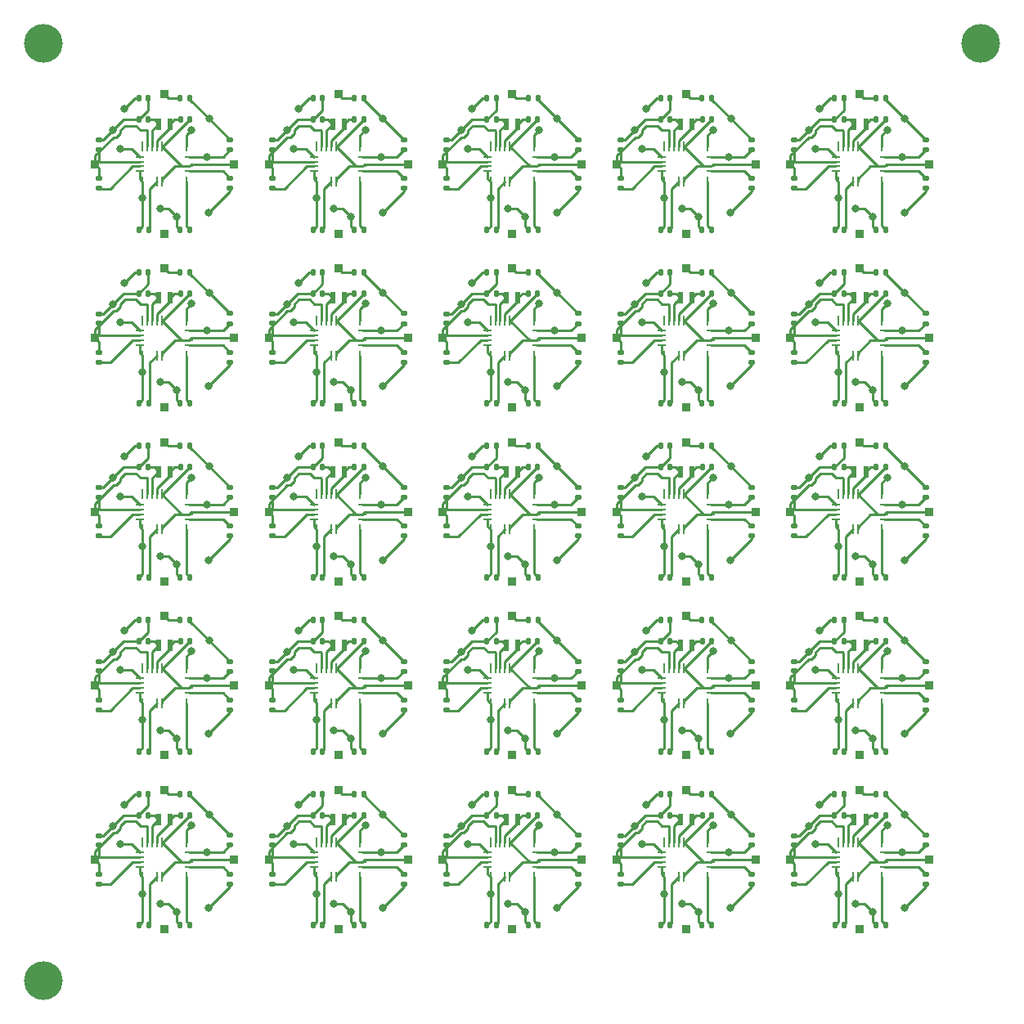
<source format=gbr>
%TF.GenerationSoftware,KiCad,Pcbnew,7.0.7-7.0.7~ubuntu20.04.1*%
%TF.CreationDate,2023-08-22T16:04:55-04:00*%
%TF.ProjectId,bno08x-i2c-board-v6-large-crystal-panel,626e6f30-3878-42d6-9932-632d626f6172,rev?*%
%TF.SameCoordinates,Original*%
%TF.FileFunction,Copper,L1,Top*%
%TF.FilePolarity,Positive*%
%FSLAX46Y46*%
G04 Gerber Fmt 4.6, Leading zero omitted, Abs format (unit mm)*
G04 Created by KiCad (PCBNEW 7.0.7-7.0.7~ubuntu20.04.1) date 2023-08-22 16:04:55*
%MOMM*%
%LPD*%
G01*
G04 APERTURE LIST*
G04 Aperture macros list*
%AMRoundRect*
0 Rectangle with rounded corners*
0 $1 Rounding radius*
0 $2 $3 $4 $5 $6 $7 $8 $9 X,Y pos of 4 corners*
0 Add a 4 corners polygon primitive as box body*
4,1,4,$2,$3,$4,$5,$6,$7,$8,$9,$2,$3,0*
0 Add four circle primitives for the rounded corners*
1,1,$1+$1,$2,$3*
1,1,$1+$1,$4,$5*
1,1,$1+$1,$6,$7*
1,1,$1+$1,$8,$9*
0 Add four rect primitives between the rounded corners*
20,1,$1+$1,$2,$3,$4,$5,0*
20,1,$1+$1,$4,$5,$6,$7,0*
20,1,$1+$1,$6,$7,$8,$9,0*
20,1,$1+$1,$8,$9,$2,$3,0*%
G04 Aperture macros list end*
%TA.AperFunction,SMDPad,CuDef*%
%ADD10RoundRect,0.135000X-0.185000X0.135000X-0.185000X-0.135000X0.185000X-0.135000X0.185000X0.135000X0*%
%TD*%
%TA.AperFunction,SMDPad,CuDef*%
%ADD11R,0.254000X0.975000*%
%TD*%
%TA.AperFunction,SMDPad,CuDef*%
%ADD12R,0.950000X0.254000*%
%TD*%
%TA.AperFunction,SMDPad,CuDef*%
%ADD13RoundRect,0.135000X0.135000X0.185000X-0.135000X0.185000X-0.135000X-0.185000X0.135000X-0.185000X0*%
%TD*%
%TA.AperFunction,SMDPad,CuDef*%
%ADD14RoundRect,0.140000X-0.140000X-0.170000X0.140000X-0.170000X0.140000X0.170000X-0.140000X0.170000X0*%
%TD*%
%TA.AperFunction,SMDPad,CuDef*%
%ADD15RoundRect,0.135000X0.185000X-0.135000X0.185000X0.135000X-0.185000X0.135000X-0.185000X-0.135000X0*%
%TD*%
%TA.AperFunction,SMDPad,CuDef*%
%ADD16R,0.600000X1.200000*%
%TD*%
%TA.AperFunction,ComponentPad*%
%ADD17R,0.850000X0.850000*%
%TD*%
%TA.AperFunction,SMDPad,CuDef*%
%ADD18RoundRect,0.135000X-0.135000X-0.185000X0.135000X-0.185000X0.135000X0.185000X-0.135000X0.185000X0*%
%TD*%
%TA.AperFunction,SMDPad,CuDef*%
%ADD19RoundRect,0.140000X0.140000X0.170000X-0.140000X0.170000X-0.140000X-0.170000X0.140000X-0.170000X0*%
%TD*%
%TA.AperFunction,SMDPad,CuDef*%
%ADD20RoundRect,0.140000X0.170000X-0.140000X0.170000X0.140000X-0.170000X0.140000X-0.170000X-0.140000X0*%
%TD*%
%TA.AperFunction,SMDPad,CuDef*%
%ADD21C,4.000000*%
%TD*%
%TA.AperFunction,ViaPad*%
%ADD22C,0.800000*%
%TD*%
%TA.AperFunction,Conductor*%
%ADD23C,0.250000*%
%TD*%
G04 APERTURE END LIST*
D10*
%TO.P,R2,1*%
%TO.N,Board_1-Net-(U1-ENV_SDA)*%
X39797552Y-16489388D03*
%TO.P,R2,2*%
%TO.N,Board_1-+3.3V*%
X39797552Y-17509388D03*
%TD*%
D11*
%TO.P,U1,1,RESV_NC*%
%TO.N,Board_16-unconnected-(U1-RESV_NC-Pad1)*%
X30747552Y-67186888D03*
D12*
%TO.P,U1,2,GND*%
%TO.N,Board_16-CLKSEL0*%
X30472552Y-68249388D03*
%TO.P,U1,3,VDD*%
%TO.N,Board_16-+3.3V*%
X30472552Y-68749388D03*
%TO.P,U1,4,BOOTN*%
%TO.N,Board_16-Net-(U1-BOOTN)*%
X30472552Y-69249388D03*
%TO.P,U1,5,PS1*%
%TO.N,Board_16-CLKSEL0*%
X30472552Y-69749388D03*
D11*
%TO.P,U1,6,PS0/WAKE*%
X30747552Y-70811888D03*
%TO.P,U1,9,CAP*%
%TO.N,Board_16-Net-(U1-CAP)*%
X32247552Y-70811888D03*
%TO.P,U1,10,CLKSEL0*%
%TO.N,Board_16-CLKSEL0*%
X32747552Y-70811888D03*
%TO.P,U1,15,ENV_SCL*%
%TO.N,Board_16-Net-(U1-ENV_SCL)*%
X35247552Y-70811888D03*
D12*
%TO.P,U1,16,ENV_SDA*%
%TO.N,Board_16-Net-(U1-ENV_SDA)*%
X35522552Y-69749388D03*
%TO.P,U1,17,SA0/H_MOSI*%
%TO.N,Board_16-CLKSEL0*%
X35522552Y-69249388D03*
%TO.P,U1,19,H_SCL/SCK/RX*%
%TO.N,Board_16-SCL*%
X35522552Y-68249388D03*
D11*
%TO.P,U1,20,H_SDA/H_MISO/TX*%
%TO.N,Board_16-SDA*%
X35247552Y-67186888D03*
%TO.P,U1,25,GNDIO*%
%TO.N,Board_16-CLKSEL0*%
X32747552Y-67186888D03*
%TO.P,U1,26,XOUT32/CLKSEL1*%
%TO.N,Board_16-CLKSEL1*%
X32247552Y-67186888D03*
%TO.P,U1,27,XIN32*%
%TO.N,Board_16-XIN32*%
X31747552Y-67186888D03*
%TO.P,U1,28,VDDIO*%
%TO.N,Board_16-+3.3V*%
X31247552Y-67186888D03*
%TD*%
D10*
%TO.P,R2,1*%
%TO.N,Board_0-Net-(U1-ENV_SDA)*%
X21797552Y-16489388D03*
%TO.P,R2,2*%
%TO.N,Board_0-+3.3V*%
X21797552Y-17509388D03*
%TD*%
D13*
%TO.P,R5,1*%
%TO.N,Board_12-+3.3V*%
X53657552Y-44199388D03*
%TO.P,R5,2*%
%TO.N,Board_12-SDA*%
X52637552Y-44199388D03*
%TD*%
D14*
%TO.P,C4,1*%
%TO.N,Board_0-+3.3V*%
X12367552Y-8199388D03*
%TO.P,C4,2*%
%TO.N,Board_0-CLKSEL0*%
X13327552Y-8199388D03*
%TD*%
%TO.P,C4,1*%
%TO.N,Board_14-+3.3V*%
X84367552Y-44199388D03*
%TO.P,C4,2*%
%TO.N,Board_14-CLKSEL0*%
X85327552Y-44199388D03*
%TD*%
%TO.P,C4,1*%
%TO.N,Board_4-+3.3V*%
X84367552Y-8199388D03*
%TO.P,C4,2*%
%TO.N,Board_4-CLKSEL0*%
X85327552Y-8199388D03*
%TD*%
%TO.P,C5,1*%
%TO.N,Board_22-CLKSEL1*%
X52667552Y-82399388D03*
%TO.P,C5,2*%
%TO.N,Board_22-CLKSEL0*%
X53627552Y-82399388D03*
%TD*%
%TO.P,C4,1*%
%TO.N,Board_2-+3.3V*%
X48367552Y-8199388D03*
%TO.P,C4,2*%
%TO.N,Board_2-CLKSEL0*%
X49327552Y-8199388D03*
%TD*%
D11*
%TO.P,U1,1,RESV_NC*%
%TO.N,Board_12-unconnected-(U1-RESV_NC-Pad1)*%
X48747552Y-49186888D03*
D12*
%TO.P,U1,2,GND*%
%TO.N,Board_12-CLKSEL0*%
X48472552Y-50249388D03*
%TO.P,U1,3,VDD*%
%TO.N,Board_12-+3.3V*%
X48472552Y-50749388D03*
%TO.P,U1,4,BOOTN*%
%TO.N,Board_12-Net-(U1-BOOTN)*%
X48472552Y-51249388D03*
%TO.P,U1,5,PS1*%
%TO.N,Board_12-CLKSEL0*%
X48472552Y-51749388D03*
D11*
%TO.P,U1,6,PS0/WAKE*%
X48747552Y-52811888D03*
%TO.P,U1,9,CAP*%
%TO.N,Board_12-Net-(U1-CAP)*%
X50247552Y-52811888D03*
%TO.P,U1,10,CLKSEL0*%
%TO.N,Board_12-CLKSEL0*%
X50747552Y-52811888D03*
%TO.P,U1,15,ENV_SCL*%
%TO.N,Board_12-Net-(U1-ENV_SCL)*%
X53247552Y-52811888D03*
D12*
%TO.P,U1,16,ENV_SDA*%
%TO.N,Board_12-Net-(U1-ENV_SDA)*%
X53522552Y-51749388D03*
%TO.P,U1,17,SA0/H_MOSI*%
%TO.N,Board_12-CLKSEL0*%
X53522552Y-51249388D03*
%TO.P,U1,19,H_SCL/SCK/RX*%
%TO.N,Board_12-SCL*%
X53522552Y-50249388D03*
D11*
%TO.P,U1,20,H_SDA/H_MISO/TX*%
%TO.N,Board_12-SDA*%
X53247552Y-49186888D03*
%TO.P,U1,25,GNDIO*%
%TO.N,Board_12-CLKSEL0*%
X50747552Y-49186888D03*
%TO.P,U1,26,XOUT32/CLKSEL1*%
%TO.N,Board_12-CLKSEL1*%
X50247552Y-49186888D03*
%TO.P,U1,27,XIN32*%
%TO.N,Board_12-XIN32*%
X49747552Y-49186888D03*
%TO.P,U1,28,VDDIO*%
%TO.N,Board_12-+3.3V*%
X49247552Y-49186888D03*
%TD*%
D15*
%TO.P,R4,1*%
%TO.N,Board_21-Net-(U1-BOOTN)*%
X26197552Y-89509388D03*
%TO.P,R4,2*%
%TO.N,Board_21-+3.3V*%
X26197552Y-88489388D03*
%TD*%
D16*
%TO.P,Y1,1,1*%
%TO.N,Board_19-XIN32*%
X86397552Y-64849388D03*
%TO.P,Y1,2,2*%
%TO.N,Board_19-CLKSEL1*%
X87597552Y-64849388D03*
%TD*%
D17*
%TO.P,J4,1,Pin_1*%
%TO.N,Board_12-CLKSEL0*%
X58197552Y-50999388D03*
%TD*%
%TO.P,J2,1,Pin_1*%
%TO.N,Board_13-SDA*%
X68997552Y-43799388D03*
%TD*%
D15*
%TO.P,R3,1*%
%TO.N,Board_7-SCL*%
X57797552Y-31509388D03*
%TO.P,R3,2*%
%TO.N,Board_7-+3.3V*%
X57797552Y-30489388D03*
%TD*%
D18*
%TO.P,R1,1*%
%TO.N,Board_16-+3.3V*%
X34637552Y-75799388D03*
%TO.P,R1,2*%
%TO.N,Board_16-Net-(U1-ENV_SCL)*%
X35657552Y-75799388D03*
%TD*%
D14*
%TO.P,C4,1*%
%TO.N,Board_22-+3.3V*%
X48367552Y-80199388D03*
%TO.P,C4,2*%
%TO.N,Board_22-CLKSEL0*%
X49327552Y-80199388D03*
%TD*%
D13*
%TO.P,R5,1*%
%TO.N,Board_18-+3.3V*%
X71657552Y-62199388D03*
%TO.P,R5,2*%
%TO.N,Board_18-SDA*%
X70637552Y-62199388D03*
%TD*%
D14*
%TO.P,C4,1*%
%TO.N,Board_24-+3.3V*%
X84367552Y-80199388D03*
%TO.P,C4,2*%
%TO.N,Board_24-CLKSEL0*%
X85327552Y-80199388D03*
%TD*%
%TO.P,C5,1*%
%TO.N,Board_9-CLKSEL1*%
X88667552Y-28399388D03*
%TO.P,C5,2*%
%TO.N,Board_9-CLKSEL0*%
X89627552Y-28399388D03*
%TD*%
D15*
%TO.P,R4,1*%
%TO.N,Board_6-Net-(U1-BOOTN)*%
X26197552Y-35509388D03*
%TO.P,R4,2*%
%TO.N,Board_6-+3.3V*%
X26197552Y-34489388D03*
%TD*%
D14*
%TO.P,C4,1*%
%TO.N,Board_13-+3.3V*%
X66367552Y-44199388D03*
%TO.P,C4,2*%
%TO.N,Board_13-CLKSEL0*%
X67327552Y-44199388D03*
%TD*%
%TO.P,C1,1*%
%TO.N,Board_5-CLKSEL0*%
X12387552Y-39799388D03*
%TO.P,C1,2*%
%TO.N,Board_5-Net-(U1-CAP)*%
X13347552Y-39799388D03*
%TD*%
D11*
%TO.P,U1,1,RESV_NC*%
%TO.N,Board_0-unconnected-(U1-RESV_NC-Pad1)*%
X12747552Y-13186888D03*
D12*
%TO.P,U1,2,GND*%
%TO.N,Board_0-CLKSEL0*%
X12472552Y-14249388D03*
%TO.P,U1,3,VDD*%
%TO.N,Board_0-+3.3V*%
X12472552Y-14749388D03*
%TO.P,U1,4,BOOTN*%
%TO.N,Board_0-Net-(U1-BOOTN)*%
X12472552Y-15249388D03*
%TO.P,U1,5,PS1*%
%TO.N,Board_0-CLKSEL0*%
X12472552Y-15749388D03*
D11*
%TO.P,U1,6,PS0/WAKE*%
X12747552Y-16811888D03*
%TO.P,U1,9,CAP*%
%TO.N,Board_0-Net-(U1-CAP)*%
X14247552Y-16811888D03*
%TO.P,U1,10,CLKSEL0*%
%TO.N,Board_0-CLKSEL0*%
X14747552Y-16811888D03*
%TO.P,U1,15,ENV_SCL*%
%TO.N,Board_0-Net-(U1-ENV_SCL)*%
X17247552Y-16811888D03*
D12*
%TO.P,U1,16,ENV_SDA*%
%TO.N,Board_0-Net-(U1-ENV_SDA)*%
X17522552Y-15749388D03*
%TO.P,U1,17,SA0/H_MOSI*%
%TO.N,Board_0-CLKSEL0*%
X17522552Y-15249388D03*
%TO.P,U1,19,H_SCL/SCK/RX*%
%TO.N,Board_0-SCL*%
X17522552Y-14249388D03*
D11*
%TO.P,U1,20,H_SDA/H_MISO/TX*%
%TO.N,Board_0-SDA*%
X17247552Y-13186888D03*
%TO.P,U1,25,GNDIO*%
%TO.N,Board_0-CLKSEL0*%
X14747552Y-13186888D03*
%TO.P,U1,26,XOUT32/CLKSEL1*%
%TO.N,Board_0-CLKSEL1*%
X14247552Y-13186888D03*
%TO.P,U1,27,XIN32*%
%TO.N,Board_0-XIN32*%
X13747552Y-13186888D03*
%TO.P,U1,28,VDDIO*%
%TO.N,Board_0-+3.3V*%
X13247552Y-13186888D03*
%TD*%
D17*
%TO.P,J4,1,Pin_1*%
%TO.N,Board_5-CLKSEL0*%
X22197552Y-32999388D03*
%TD*%
D15*
%TO.P,R4,1*%
%TO.N,Board_20-Net-(U1-BOOTN)*%
X8197552Y-89509388D03*
%TO.P,R4,2*%
%TO.N,Board_20-+3.3V*%
X8197552Y-88489388D03*
%TD*%
D13*
%TO.P,R5,1*%
%TO.N,Board_22-+3.3V*%
X53657552Y-80199388D03*
%TO.P,R5,2*%
%TO.N,Board_22-SDA*%
X52637552Y-80199388D03*
%TD*%
D16*
%TO.P,Y1,1,1*%
%TO.N,Board_18-XIN32*%
X68397552Y-64849388D03*
%TO.P,Y1,2,2*%
%TO.N,Board_18-CLKSEL1*%
X69597552Y-64849388D03*
%TD*%
D17*
%TO.P,J3,1,Pin_1*%
%TO.N,Board_16-+3.3V*%
X25797552Y-68999388D03*
%TD*%
D19*
%TO.P,C3,1*%
%TO.N,Board_8-XIN32*%
X67327552Y-28399388D03*
%TO.P,C3,2*%
%TO.N,Board_8-CLKSEL0*%
X66367552Y-28399388D03*
%TD*%
D18*
%TO.P,R1,1*%
%TO.N,Board_15-+3.3V*%
X16637552Y-75799388D03*
%TO.P,R1,2*%
%TO.N,Board_15-Net-(U1-ENV_SCL)*%
X17657552Y-75799388D03*
%TD*%
D17*
%TO.P,J2,1,Pin_1*%
%TO.N,Board_10-SDA*%
X14997552Y-43799388D03*
%TD*%
D13*
%TO.P,R5,1*%
%TO.N,Board_9-+3.3V*%
X89657552Y-26199388D03*
%TO.P,R5,2*%
%TO.N,Board_9-SDA*%
X88637552Y-26199388D03*
%TD*%
D16*
%TO.P,Y1,1,1*%
%TO.N,Board_16-XIN32*%
X32397552Y-64849388D03*
%TO.P,Y1,2,2*%
%TO.N,Board_16-CLKSEL1*%
X33597552Y-64849388D03*
%TD*%
%TO.P,Y1,1,1*%
%TO.N,Board_22-XIN32*%
X50397552Y-82849388D03*
%TO.P,Y1,2,2*%
%TO.N,Board_22-CLKSEL1*%
X51597552Y-82849388D03*
%TD*%
D14*
%TO.P,C4,1*%
%TO.N,Board_9-+3.3V*%
X84367552Y-26199388D03*
%TO.P,C4,2*%
%TO.N,Board_9-CLKSEL0*%
X85327552Y-26199388D03*
%TD*%
D13*
%TO.P,R5,1*%
%TO.N,Board_13-+3.3V*%
X71657552Y-44199388D03*
%TO.P,R5,2*%
%TO.N,Board_13-SDA*%
X70637552Y-44199388D03*
%TD*%
%TO.P,R5,1*%
%TO.N,Board_11-+3.3V*%
X35657552Y-44199388D03*
%TO.P,R5,2*%
%TO.N,Board_11-SDA*%
X34637552Y-44199388D03*
%TD*%
D19*
%TO.P,C3,1*%
%TO.N,Board_19-XIN32*%
X85327552Y-64399388D03*
%TO.P,C3,2*%
%TO.N,Board_19-CLKSEL0*%
X84367552Y-64399388D03*
%TD*%
D17*
%TO.P,J2,1,Pin_1*%
%TO.N,Board_24-SDA*%
X86997552Y-79799388D03*
%TD*%
D11*
%TO.P,U1,1,RESV_NC*%
%TO.N,Board_4-unconnected-(U1-RESV_NC-Pad1)*%
X84747552Y-13186888D03*
D12*
%TO.P,U1,2,GND*%
%TO.N,Board_4-CLKSEL0*%
X84472552Y-14249388D03*
%TO.P,U1,3,VDD*%
%TO.N,Board_4-+3.3V*%
X84472552Y-14749388D03*
%TO.P,U1,4,BOOTN*%
%TO.N,Board_4-Net-(U1-BOOTN)*%
X84472552Y-15249388D03*
%TO.P,U1,5,PS1*%
%TO.N,Board_4-CLKSEL0*%
X84472552Y-15749388D03*
D11*
%TO.P,U1,6,PS0/WAKE*%
X84747552Y-16811888D03*
%TO.P,U1,9,CAP*%
%TO.N,Board_4-Net-(U1-CAP)*%
X86247552Y-16811888D03*
%TO.P,U1,10,CLKSEL0*%
%TO.N,Board_4-CLKSEL0*%
X86747552Y-16811888D03*
%TO.P,U1,15,ENV_SCL*%
%TO.N,Board_4-Net-(U1-ENV_SCL)*%
X89247552Y-16811888D03*
D12*
%TO.P,U1,16,ENV_SDA*%
%TO.N,Board_4-Net-(U1-ENV_SDA)*%
X89522552Y-15749388D03*
%TO.P,U1,17,SA0/H_MOSI*%
%TO.N,Board_4-CLKSEL0*%
X89522552Y-15249388D03*
%TO.P,U1,19,H_SCL/SCK/RX*%
%TO.N,Board_4-SCL*%
X89522552Y-14249388D03*
D11*
%TO.P,U1,20,H_SDA/H_MISO/TX*%
%TO.N,Board_4-SDA*%
X89247552Y-13186888D03*
%TO.P,U1,25,GNDIO*%
%TO.N,Board_4-CLKSEL0*%
X86747552Y-13186888D03*
%TO.P,U1,26,XOUT32/CLKSEL1*%
%TO.N,Board_4-CLKSEL1*%
X86247552Y-13186888D03*
%TO.P,U1,27,XIN32*%
%TO.N,Board_4-XIN32*%
X85747552Y-13186888D03*
%TO.P,U1,28,VDDIO*%
%TO.N,Board_4-+3.3V*%
X85247552Y-13186888D03*
%TD*%
%TO.P,U1,1,RESV_NC*%
%TO.N,Board_6-unconnected-(U1-RESV_NC-Pad1)*%
X30747552Y-31186888D03*
D12*
%TO.P,U1,2,GND*%
%TO.N,Board_6-CLKSEL0*%
X30472552Y-32249388D03*
%TO.P,U1,3,VDD*%
%TO.N,Board_6-+3.3V*%
X30472552Y-32749388D03*
%TO.P,U1,4,BOOTN*%
%TO.N,Board_6-Net-(U1-BOOTN)*%
X30472552Y-33249388D03*
%TO.P,U1,5,PS1*%
%TO.N,Board_6-CLKSEL0*%
X30472552Y-33749388D03*
D11*
%TO.P,U1,6,PS0/WAKE*%
X30747552Y-34811888D03*
%TO.P,U1,9,CAP*%
%TO.N,Board_6-Net-(U1-CAP)*%
X32247552Y-34811888D03*
%TO.P,U1,10,CLKSEL0*%
%TO.N,Board_6-CLKSEL0*%
X32747552Y-34811888D03*
%TO.P,U1,15,ENV_SCL*%
%TO.N,Board_6-Net-(U1-ENV_SCL)*%
X35247552Y-34811888D03*
D12*
%TO.P,U1,16,ENV_SDA*%
%TO.N,Board_6-Net-(U1-ENV_SDA)*%
X35522552Y-33749388D03*
%TO.P,U1,17,SA0/H_MOSI*%
%TO.N,Board_6-CLKSEL0*%
X35522552Y-33249388D03*
%TO.P,U1,19,H_SCL/SCK/RX*%
%TO.N,Board_6-SCL*%
X35522552Y-32249388D03*
D11*
%TO.P,U1,20,H_SDA/H_MISO/TX*%
%TO.N,Board_6-SDA*%
X35247552Y-31186888D03*
%TO.P,U1,25,GNDIO*%
%TO.N,Board_6-CLKSEL0*%
X32747552Y-31186888D03*
%TO.P,U1,26,XOUT32/CLKSEL1*%
%TO.N,Board_6-CLKSEL1*%
X32247552Y-31186888D03*
%TO.P,U1,27,XIN32*%
%TO.N,Board_6-XIN32*%
X31747552Y-31186888D03*
%TO.P,U1,28,VDDIO*%
%TO.N,Board_6-+3.3V*%
X31247552Y-31186888D03*
%TD*%
D17*
%TO.P,J1,1,Pin_1*%
%TO.N,Board_16-SCL*%
X32997552Y-76199388D03*
%TD*%
%TO.P,J3,1,Pin_1*%
%TO.N,Board_7-+3.3V*%
X43797552Y-32999388D03*
%TD*%
D15*
%TO.P,R4,1*%
%TO.N,Board_8-Net-(U1-BOOTN)*%
X62197552Y-35509388D03*
%TO.P,R4,2*%
%TO.N,Board_8-+3.3V*%
X62197552Y-34489388D03*
%TD*%
D10*
%TO.P,R2,1*%
%TO.N,Board_24-Net-(U1-ENV_SDA)*%
X93797552Y-88489388D03*
%TO.P,R2,2*%
%TO.N,Board_24-+3.3V*%
X93797552Y-89509388D03*
%TD*%
D17*
%TO.P,J4,1,Pin_1*%
%TO.N,Board_20-CLKSEL0*%
X22197552Y-86999388D03*
%TD*%
D20*
%TO.P,C2,1*%
%TO.N,Board_10-+3.3V*%
X8197552Y-49479388D03*
%TO.P,C2,2*%
%TO.N,Board_10-CLKSEL0*%
X8197552Y-48519388D03*
%TD*%
D18*
%TO.P,R1,1*%
%TO.N,Board_22-+3.3V*%
X52637552Y-93799388D03*
%TO.P,R1,2*%
%TO.N,Board_22-Net-(U1-ENV_SCL)*%
X53657552Y-93799388D03*
%TD*%
D20*
%TO.P,C2,1*%
%TO.N,Board_23-+3.3V*%
X62197552Y-85479388D03*
%TO.P,C2,2*%
%TO.N,Board_23-CLKSEL0*%
X62197552Y-84519388D03*
%TD*%
D14*
%TO.P,C4,1*%
%TO.N,Board_11-+3.3V*%
X30367552Y-44199388D03*
%TO.P,C4,2*%
%TO.N,Board_11-CLKSEL0*%
X31327552Y-44199388D03*
%TD*%
D16*
%TO.P,Y1,1,1*%
%TO.N,Board_1-XIN32*%
X32397552Y-10849388D03*
%TO.P,Y1,2,2*%
%TO.N,Board_1-CLKSEL1*%
X33597552Y-10849388D03*
%TD*%
D15*
%TO.P,R3,1*%
%TO.N,Board_13-SCL*%
X75797552Y-49509388D03*
%TO.P,R3,2*%
%TO.N,Board_13-+3.3V*%
X75797552Y-48489388D03*
%TD*%
D14*
%TO.P,C1,1*%
%TO.N,Board_4-CLKSEL0*%
X84387552Y-21799388D03*
%TO.P,C1,2*%
%TO.N,Board_4-Net-(U1-CAP)*%
X85347552Y-21799388D03*
%TD*%
D15*
%TO.P,R3,1*%
%TO.N,Board_2-SCL*%
X57797552Y-13509388D03*
%TO.P,R3,2*%
%TO.N,Board_2-+3.3V*%
X57797552Y-12489388D03*
%TD*%
D17*
%TO.P,J4,1,Pin_1*%
%TO.N,Board_3-CLKSEL0*%
X76197552Y-14999388D03*
%TD*%
%TO.P,J4,1,Pin_1*%
%TO.N,Board_8-CLKSEL0*%
X76197552Y-32999388D03*
%TD*%
D18*
%TO.P,R1,1*%
%TO.N,Board_23-+3.3V*%
X70637552Y-93799388D03*
%TO.P,R1,2*%
%TO.N,Board_23-Net-(U1-ENV_SCL)*%
X71657552Y-93799388D03*
%TD*%
D17*
%TO.P,J3,1,Pin_1*%
%TO.N,Board_11-+3.3V*%
X25797552Y-50999388D03*
%TD*%
D14*
%TO.P,C5,1*%
%TO.N,Board_10-CLKSEL1*%
X16667552Y-46399388D03*
%TO.P,C5,2*%
%TO.N,Board_10-CLKSEL0*%
X17627552Y-46399388D03*
%TD*%
%TO.P,C4,1*%
%TO.N,Board_23-+3.3V*%
X66367552Y-80199388D03*
%TO.P,C4,2*%
%TO.N,Board_23-CLKSEL0*%
X67327552Y-80199388D03*
%TD*%
D10*
%TO.P,R2,1*%
%TO.N,Board_11-Net-(U1-ENV_SDA)*%
X39797552Y-52489388D03*
%TO.P,R2,2*%
%TO.N,Board_11-+3.3V*%
X39797552Y-53509388D03*
%TD*%
D17*
%TO.P,J4,1,Pin_1*%
%TO.N,Board_6-CLKSEL0*%
X40197552Y-32999388D03*
%TD*%
D15*
%TO.P,R4,1*%
%TO.N,Board_22-Net-(U1-BOOTN)*%
X44197552Y-89509388D03*
%TO.P,R4,2*%
%TO.N,Board_22-+3.3V*%
X44197552Y-88489388D03*
%TD*%
D17*
%TO.P,J3,1,Pin_1*%
%TO.N,Board_15-+3.3V*%
X7797552Y-68999388D03*
%TD*%
D16*
%TO.P,Y1,1,1*%
%TO.N,Board_4-XIN32*%
X86397552Y-10849388D03*
%TO.P,Y1,2,2*%
%TO.N,Board_4-CLKSEL1*%
X87597552Y-10849388D03*
%TD*%
D17*
%TO.P,J3,1,Pin_1*%
%TO.N,Board_4-+3.3V*%
X79797552Y-14999388D03*
%TD*%
D20*
%TO.P,C2,1*%
%TO.N,Board_3-+3.3V*%
X62197552Y-13479388D03*
%TO.P,C2,2*%
%TO.N,Board_3-CLKSEL0*%
X62197552Y-12519388D03*
%TD*%
D19*
%TO.P,C3,1*%
%TO.N,Board_5-XIN32*%
X13327552Y-28399388D03*
%TO.P,C3,2*%
%TO.N,Board_5-CLKSEL0*%
X12367552Y-28399388D03*
%TD*%
%TO.P,C3,1*%
%TO.N,Board_7-XIN32*%
X49327552Y-28399388D03*
%TO.P,C3,2*%
%TO.N,Board_7-CLKSEL0*%
X48367552Y-28399388D03*
%TD*%
%TO.P,C3,1*%
%TO.N,Board_3-XIN32*%
X67327552Y-10399388D03*
%TO.P,C3,2*%
%TO.N,Board_3-CLKSEL0*%
X66367552Y-10399388D03*
%TD*%
D11*
%TO.P,U1,1,RESV_NC*%
%TO.N,Board_19-unconnected-(U1-RESV_NC-Pad1)*%
X84747552Y-67186888D03*
D12*
%TO.P,U1,2,GND*%
%TO.N,Board_19-CLKSEL0*%
X84472552Y-68249388D03*
%TO.P,U1,3,VDD*%
%TO.N,Board_19-+3.3V*%
X84472552Y-68749388D03*
%TO.P,U1,4,BOOTN*%
%TO.N,Board_19-Net-(U1-BOOTN)*%
X84472552Y-69249388D03*
%TO.P,U1,5,PS1*%
%TO.N,Board_19-CLKSEL0*%
X84472552Y-69749388D03*
D11*
%TO.P,U1,6,PS0/WAKE*%
X84747552Y-70811888D03*
%TO.P,U1,9,CAP*%
%TO.N,Board_19-Net-(U1-CAP)*%
X86247552Y-70811888D03*
%TO.P,U1,10,CLKSEL0*%
%TO.N,Board_19-CLKSEL0*%
X86747552Y-70811888D03*
%TO.P,U1,15,ENV_SCL*%
%TO.N,Board_19-Net-(U1-ENV_SCL)*%
X89247552Y-70811888D03*
D12*
%TO.P,U1,16,ENV_SDA*%
%TO.N,Board_19-Net-(U1-ENV_SDA)*%
X89522552Y-69749388D03*
%TO.P,U1,17,SA0/H_MOSI*%
%TO.N,Board_19-CLKSEL0*%
X89522552Y-69249388D03*
%TO.P,U1,19,H_SCL/SCK/RX*%
%TO.N,Board_19-SCL*%
X89522552Y-68249388D03*
D11*
%TO.P,U1,20,H_SDA/H_MISO/TX*%
%TO.N,Board_19-SDA*%
X89247552Y-67186888D03*
%TO.P,U1,25,GNDIO*%
%TO.N,Board_19-CLKSEL0*%
X86747552Y-67186888D03*
%TO.P,U1,26,XOUT32/CLKSEL1*%
%TO.N,Board_19-CLKSEL1*%
X86247552Y-67186888D03*
%TO.P,U1,27,XIN32*%
%TO.N,Board_19-XIN32*%
X85747552Y-67186888D03*
%TO.P,U1,28,VDDIO*%
%TO.N,Board_19-+3.3V*%
X85247552Y-67186888D03*
%TD*%
D20*
%TO.P,C2,1*%
%TO.N,Board_20-+3.3V*%
X8197552Y-85479388D03*
%TO.P,C2,2*%
%TO.N,Board_20-CLKSEL0*%
X8197552Y-84519388D03*
%TD*%
D16*
%TO.P,Y1,1,1*%
%TO.N,Board_5-XIN32*%
X14397552Y-28849388D03*
%TO.P,Y1,2,2*%
%TO.N,Board_5-CLKSEL1*%
X15597552Y-28849388D03*
%TD*%
D19*
%TO.P,C3,1*%
%TO.N,Board_20-XIN32*%
X13327552Y-82399388D03*
%TO.P,C3,2*%
%TO.N,Board_20-CLKSEL0*%
X12367552Y-82399388D03*
%TD*%
D15*
%TO.P,R4,1*%
%TO.N,Board_18-Net-(U1-BOOTN)*%
X62197552Y-71509388D03*
%TO.P,R4,2*%
%TO.N,Board_18-+3.3V*%
X62197552Y-70489388D03*
%TD*%
D18*
%TO.P,R1,1*%
%TO.N,Board_7-+3.3V*%
X52637552Y-39799388D03*
%TO.P,R1,2*%
%TO.N,Board_7-Net-(U1-ENV_SCL)*%
X53657552Y-39799388D03*
%TD*%
D17*
%TO.P,J4,1,Pin_1*%
%TO.N,Board_11-CLKSEL0*%
X40197552Y-50999388D03*
%TD*%
%TO.P,J4,1,Pin_1*%
%TO.N,Board_14-CLKSEL0*%
X94197552Y-50999388D03*
%TD*%
D18*
%TO.P,R1,1*%
%TO.N,Board_18-+3.3V*%
X70637552Y-75799388D03*
%TO.P,R1,2*%
%TO.N,Board_18-Net-(U1-ENV_SCL)*%
X71657552Y-75799388D03*
%TD*%
D17*
%TO.P,J3,1,Pin_1*%
%TO.N,Board_9-+3.3V*%
X79797552Y-32999388D03*
%TD*%
%TO.P,J3,1,Pin_1*%
%TO.N,Board_17-+3.3V*%
X43797552Y-68999388D03*
%TD*%
D15*
%TO.P,R3,1*%
%TO.N,Board_1-SCL*%
X39797552Y-13509388D03*
%TO.P,R3,2*%
%TO.N,Board_1-+3.3V*%
X39797552Y-12489388D03*
%TD*%
D17*
%TO.P,J4,1,Pin_1*%
%TO.N,Board_4-CLKSEL0*%
X94197552Y-14999388D03*
%TD*%
%TO.P,J2,1,Pin_1*%
%TO.N,Board_0-SDA*%
X14997552Y-7799388D03*
%TD*%
%TO.P,J3,1,Pin_1*%
%TO.N,Board_3-+3.3V*%
X61797552Y-14999388D03*
%TD*%
D14*
%TO.P,C1,1*%
%TO.N,Board_14-CLKSEL0*%
X84387552Y-57799388D03*
%TO.P,C1,2*%
%TO.N,Board_14-Net-(U1-CAP)*%
X85347552Y-57799388D03*
%TD*%
D11*
%TO.P,U1,1,RESV_NC*%
%TO.N,Board_24-unconnected-(U1-RESV_NC-Pad1)*%
X84747552Y-85186888D03*
D12*
%TO.P,U1,2,GND*%
%TO.N,Board_24-CLKSEL0*%
X84472552Y-86249388D03*
%TO.P,U1,3,VDD*%
%TO.N,Board_24-+3.3V*%
X84472552Y-86749388D03*
%TO.P,U1,4,BOOTN*%
%TO.N,Board_24-Net-(U1-BOOTN)*%
X84472552Y-87249388D03*
%TO.P,U1,5,PS1*%
%TO.N,Board_24-CLKSEL0*%
X84472552Y-87749388D03*
D11*
%TO.P,U1,6,PS0/WAKE*%
X84747552Y-88811888D03*
%TO.P,U1,9,CAP*%
%TO.N,Board_24-Net-(U1-CAP)*%
X86247552Y-88811888D03*
%TO.P,U1,10,CLKSEL0*%
%TO.N,Board_24-CLKSEL0*%
X86747552Y-88811888D03*
%TO.P,U1,15,ENV_SCL*%
%TO.N,Board_24-Net-(U1-ENV_SCL)*%
X89247552Y-88811888D03*
D12*
%TO.P,U1,16,ENV_SDA*%
%TO.N,Board_24-Net-(U1-ENV_SDA)*%
X89522552Y-87749388D03*
%TO.P,U1,17,SA0/H_MOSI*%
%TO.N,Board_24-CLKSEL0*%
X89522552Y-87249388D03*
%TO.P,U1,19,H_SCL/SCK/RX*%
%TO.N,Board_24-SCL*%
X89522552Y-86249388D03*
D11*
%TO.P,U1,20,H_SDA/H_MISO/TX*%
%TO.N,Board_24-SDA*%
X89247552Y-85186888D03*
%TO.P,U1,25,GNDIO*%
%TO.N,Board_24-CLKSEL0*%
X86747552Y-85186888D03*
%TO.P,U1,26,XOUT32/CLKSEL1*%
%TO.N,Board_24-CLKSEL1*%
X86247552Y-85186888D03*
%TO.P,U1,27,XIN32*%
%TO.N,Board_24-XIN32*%
X85747552Y-85186888D03*
%TO.P,U1,28,VDDIO*%
%TO.N,Board_24-+3.3V*%
X85247552Y-85186888D03*
%TD*%
D16*
%TO.P,Y1,1,1*%
%TO.N,Board_6-XIN32*%
X32397552Y-28849388D03*
%TO.P,Y1,2,2*%
%TO.N,Board_6-CLKSEL1*%
X33597552Y-28849388D03*
%TD*%
D17*
%TO.P,J2,1,Pin_1*%
%TO.N,Board_22-SDA*%
X50997552Y-79799388D03*
%TD*%
D15*
%TO.P,R3,1*%
%TO.N,Board_14-SCL*%
X93797552Y-49509388D03*
%TO.P,R3,2*%
%TO.N,Board_14-+3.3V*%
X93797552Y-48489388D03*
%TD*%
D19*
%TO.P,C3,1*%
%TO.N,Board_1-XIN32*%
X31327552Y-10399388D03*
%TO.P,C3,2*%
%TO.N,Board_1-CLKSEL0*%
X30367552Y-10399388D03*
%TD*%
D13*
%TO.P,R5,1*%
%TO.N,Board_7-+3.3V*%
X53657552Y-26199388D03*
%TO.P,R5,2*%
%TO.N,Board_7-SDA*%
X52637552Y-26199388D03*
%TD*%
D14*
%TO.P,C1,1*%
%TO.N,Board_0-CLKSEL0*%
X12387552Y-21799388D03*
%TO.P,C1,2*%
%TO.N,Board_0-Net-(U1-CAP)*%
X13347552Y-21799388D03*
%TD*%
D15*
%TO.P,R3,1*%
%TO.N,Board_9-SCL*%
X93797552Y-31509388D03*
%TO.P,R3,2*%
%TO.N,Board_9-+3.3V*%
X93797552Y-30489388D03*
%TD*%
%TO.P,R4,1*%
%TO.N,Board_19-Net-(U1-BOOTN)*%
X80197552Y-71509388D03*
%TO.P,R4,2*%
%TO.N,Board_19-+3.3V*%
X80197552Y-70489388D03*
%TD*%
D20*
%TO.P,C2,1*%
%TO.N,Board_4-+3.3V*%
X80197552Y-13479388D03*
%TO.P,C2,2*%
%TO.N,Board_4-CLKSEL0*%
X80197552Y-12519388D03*
%TD*%
D17*
%TO.P,J4,1,Pin_1*%
%TO.N,Board_21-CLKSEL0*%
X40197552Y-86999388D03*
%TD*%
D14*
%TO.P,C5,1*%
%TO.N,Board_3-CLKSEL1*%
X70667552Y-10399388D03*
%TO.P,C5,2*%
%TO.N,Board_3-CLKSEL0*%
X71627552Y-10399388D03*
%TD*%
D11*
%TO.P,U1,1,RESV_NC*%
%TO.N,Board_2-unconnected-(U1-RESV_NC-Pad1)*%
X48747552Y-13186888D03*
D12*
%TO.P,U1,2,GND*%
%TO.N,Board_2-CLKSEL0*%
X48472552Y-14249388D03*
%TO.P,U1,3,VDD*%
%TO.N,Board_2-+3.3V*%
X48472552Y-14749388D03*
%TO.P,U1,4,BOOTN*%
%TO.N,Board_2-Net-(U1-BOOTN)*%
X48472552Y-15249388D03*
%TO.P,U1,5,PS1*%
%TO.N,Board_2-CLKSEL0*%
X48472552Y-15749388D03*
D11*
%TO.P,U1,6,PS0/WAKE*%
X48747552Y-16811888D03*
%TO.P,U1,9,CAP*%
%TO.N,Board_2-Net-(U1-CAP)*%
X50247552Y-16811888D03*
%TO.P,U1,10,CLKSEL0*%
%TO.N,Board_2-CLKSEL0*%
X50747552Y-16811888D03*
%TO.P,U1,15,ENV_SCL*%
%TO.N,Board_2-Net-(U1-ENV_SCL)*%
X53247552Y-16811888D03*
D12*
%TO.P,U1,16,ENV_SDA*%
%TO.N,Board_2-Net-(U1-ENV_SDA)*%
X53522552Y-15749388D03*
%TO.P,U1,17,SA0/H_MOSI*%
%TO.N,Board_2-CLKSEL0*%
X53522552Y-15249388D03*
%TO.P,U1,19,H_SCL/SCK/RX*%
%TO.N,Board_2-SCL*%
X53522552Y-14249388D03*
D11*
%TO.P,U1,20,H_SDA/H_MISO/TX*%
%TO.N,Board_2-SDA*%
X53247552Y-13186888D03*
%TO.P,U1,25,GNDIO*%
%TO.N,Board_2-CLKSEL0*%
X50747552Y-13186888D03*
%TO.P,U1,26,XOUT32/CLKSEL1*%
%TO.N,Board_2-CLKSEL1*%
X50247552Y-13186888D03*
%TO.P,U1,27,XIN32*%
%TO.N,Board_2-XIN32*%
X49747552Y-13186888D03*
%TO.P,U1,28,VDDIO*%
%TO.N,Board_2-+3.3V*%
X49247552Y-13186888D03*
%TD*%
D16*
%TO.P,Y1,1,1*%
%TO.N,Board_10-XIN32*%
X14397552Y-46849388D03*
%TO.P,Y1,2,2*%
%TO.N,Board_10-CLKSEL1*%
X15597552Y-46849388D03*
%TD*%
D19*
%TO.P,C3,1*%
%TO.N,Board_4-XIN32*%
X85327552Y-10399388D03*
%TO.P,C3,2*%
%TO.N,Board_4-CLKSEL0*%
X84367552Y-10399388D03*
%TD*%
D15*
%TO.P,R4,1*%
%TO.N,Board_3-Net-(U1-BOOTN)*%
X62197552Y-17509388D03*
%TO.P,R4,2*%
%TO.N,Board_3-+3.3V*%
X62197552Y-16489388D03*
%TD*%
D18*
%TO.P,R1,1*%
%TO.N,Board_21-+3.3V*%
X34637552Y-93799388D03*
%TO.P,R1,2*%
%TO.N,Board_21-Net-(U1-ENV_SCL)*%
X35657552Y-93799388D03*
%TD*%
D10*
%TO.P,R2,1*%
%TO.N,Board_16-Net-(U1-ENV_SDA)*%
X39797552Y-70489388D03*
%TO.P,R2,2*%
%TO.N,Board_16-+3.3V*%
X39797552Y-71509388D03*
%TD*%
D17*
%TO.P,J2,1,Pin_1*%
%TO.N,Board_7-SDA*%
X50997552Y-25799388D03*
%TD*%
D15*
%TO.P,R4,1*%
%TO.N,Board_15-Net-(U1-BOOTN)*%
X8197552Y-71509388D03*
%TO.P,R4,2*%
%TO.N,Board_15-+3.3V*%
X8197552Y-70489388D03*
%TD*%
D17*
%TO.P,J4,1,Pin_1*%
%TO.N,Board_0-CLKSEL0*%
X22197552Y-14999388D03*
%TD*%
D14*
%TO.P,C5,1*%
%TO.N,Board_17-CLKSEL1*%
X52667552Y-64399388D03*
%TO.P,C5,2*%
%TO.N,Board_17-CLKSEL0*%
X53627552Y-64399388D03*
%TD*%
D21*
%TO.P,REF\u002A\u002A,*%
%TO.N,*%
X99497552Y-2500000D03*
%TD*%
D17*
%TO.P,J3,1,Pin_1*%
%TO.N,Board_8-+3.3V*%
X61797552Y-32999388D03*
%TD*%
D14*
%TO.P,C4,1*%
%TO.N,Board_18-+3.3V*%
X66367552Y-62199388D03*
%TO.P,C4,2*%
%TO.N,Board_18-CLKSEL0*%
X67327552Y-62199388D03*
%TD*%
D17*
%TO.P,J4,1,Pin_1*%
%TO.N,Board_24-CLKSEL0*%
X94197552Y-86999388D03*
%TD*%
D16*
%TO.P,Y1,1,1*%
%TO.N,Board_12-XIN32*%
X50397552Y-46849388D03*
%TO.P,Y1,2,2*%
%TO.N,Board_12-CLKSEL1*%
X51597552Y-46849388D03*
%TD*%
D13*
%TO.P,R5,1*%
%TO.N,Board_6-+3.3V*%
X35657552Y-26199388D03*
%TO.P,R5,2*%
%TO.N,Board_6-SDA*%
X34637552Y-26199388D03*
%TD*%
D15*
%TO.P,R3,1*%
%TO.N,Board_6-SCL*%
X39797552Y-31509388D03*
%TO.P,R3,2*%
%TO.N,Board_6-+3.3V*%
X39797552Y-30489388D03*
%TD*%
D17*
%TO.P,J1,1,Pin_1*%
%TO.N,Board_22-SCL*%
X50997552Y-94199388D03*
%TD*%
D13*
%TO.P,R5,1*%
%TO.N,Board_10-+3.3V*%
X17657552Y-44199388D03*
%TO.P,R5,2*%
%TO.N,Board_10-SDA*%
X16637552Y-44199388D03*
%TD*%
D11*
%TO.P,U1,1,RESV_NC*%
%TO.N,Board_11-unconnected-(U1-RESV_NC-Pad1)*%
X30747552Y-49186888D03*
D12*
%TO.P,U1,2,GND*%
%TO.N,Board_11-CLKSEL0*%
X30472552Y-50249388D03*
%TO.P,U1,3,VDD*%
%TO.N,Board_11-+3.3V*%
X30472552Y-50749388D03*
%TO.P,U1,4,BOOTN*%
%TO.N,Board_11-Net-(U1-BOOTN)*%
X30472552Y-51249388D03*
%TO.P,U1,5,PS1*%
%TO.N,Board_11-CLKSEL0*%
X30472552Y-51749388D03*
D11*
%TO.P,U1,6,PS0/WAKE*%
X30747552Y-52811888D03*
%TO.P,U1,9,CAP*%
%TO.N,Board_11-Net-(U1-CAP)*%
X32247552Y-52811888D03*
%TO.P,U1,10,CLKSEL0*%
%TO.N,Board_11-CLKSEL0*%
X32747552Y-52811888D03*
%TO.P,U1,15,ENV_SCL*%
%TO.N,Board_11-Net-(U1-ENV_SCL)*%
X35247552Y-52811888D03*
D12*
%TO.P,U1,16,ENV_SDA*%
%TO.N,Board_11-Net-(U1-ENV_SDA)*%
X35522552Y-51749388D03*
%TO.P,U1,17,SA0/H_MOSI*%
%TO.N,Board_11-CLKSEL0*%
X35522552Y-51249388D03*
%TO.P,U1,19,H_SCL/SCK/RX*%
%TO.N,Board_11-SCL*%
X35522552Y-50249388D03*
D11*
%TO.P,U1,20,H_SDA/H_MISO/TX*%
%TO.N,Board_11-SDA*%
X35247552Y-49186888D03*
%TO.P,U1,25,GNDIO*%
%TO.N,Board_11-CLKSEL0*%
X32747552Y-49186888D03*
%TO.P,U1,26,XOUT32/CLKSEL1*%
%TO.N,Board_11-CLKSEL1*%
X32247552Y-49186888D03*
%TO.P,U1,27,XIN32*%
%TO.N,Board_11-XIN32*%
X31747552Y-49186888D03*
%TO.P,U1,28,VDDIO*%
%TO.N,Board_11-+3.3V*%
X31247552Y-49186888D03*
%TD*%
D17*
%TO.P,J4,1,Pin_1*%
%TO.N,Board_15-CLKSEL0*%
X22197552Y-68999388D03*
%TD*%
%TO.P,J3,1,Pin_1*%
%TO.N,Board_2-+3.3V*%
X43797552Y-14999388D03*
%TD*%
D14*
%TO.P,C5,1*%
%TO.N,Board_13-CLKSEL1*%
X70667552Y-46399388D03*
%TO.P,C5,2*%
%TO.N,Board_13-CLKSEL0*%
X71627552Y-46399388D03*
%TD*%
%TO.P,C1,1*%
%TO.N,Board_8-CLKSEL0*%
X66387552Y-39799388D03*
%TO.P,C1,2*%
%TO.N,Board_8-Net-(U1-CAP)*%
X67347552Y-39799388D03*
%TD*%
D17*
%TO.P,J2,1,Pin_1*%
%TO.N,Board_6-SDA*%
X32997552Y-25799388D03*
%TD*%
D10*
%TO.P,R2,1*%
%TO.N,Board_22-Net-(U1-ENV_SDA)*%
X57797552Y-88489388D03*
%TO.P,R2,2*%
%TO.N,Board_22-+3.3V*%
X57797552Y-89509388D03*
%TD*%
D14*
%TO.P,C1,1*%
%TO.N,Board_10-CLKSEL0*%
X12387552Y-57799388D03*
%TO.P,C1,2*%
%TO.N,Board_10-Net-(U1-CAP)*%
X13347552Y-57799388D03*
%TD*%
D16*
%TO.P,Y1,1,1*%
%TO.N,Board_13-XIN32*%
X68397552Y-46849388D03*
%TO.P,Y1,2,2*%
%TO.N,Board_13-CLKSEL1*%
X69597552Y-46849388D03*
%TD*%
D14*
%TO.P,C5,1*%
%TO.N,Board_4-CLKSEL1*%
X88667552Y-10399388D03*
%TO.P,C5,2*%
%TO.N,Board_4-CLKSEL0*%
X89627552Y-10399388D03*
%TD*%
D11*
%TO.P,U1,1,RESV_NC*%
%TO.N,Board_13-unconnected-(U1-RESV_NC-Pad1)*%
X66747552Y-49186888D03*
D12*
%TO.P,U1,2,GND*%
%TO.N,Board_13-CLKSEL0*%
X66472552Y-50249388D03*
%TO.P,U1,3,VDD*%
%TO.N,Board_13-+3.3V*%
X66472552Y-50749388D03*
%TO.P,U1,4,BOOTN*%
%TO.N,Board_13-Net-(U1-BOOTN)*%
X66472552Y-51249388D03*
%TO.P,U1,5,PS1*%
%TO.N,Board_13-CLKSEL0*%
X66472552Y-51749388D03*
D11*
%TO.P,U1,6,PS0/WAKE*%
X66747552Y-52811888D03*
%TO.P,U1,9,CAP*%
%TO.N,Board_13-Net-(U1-CAP)*%
X68247552Y-52811888D03*
%TO.P,U1,10,CLKSEL0*%
%TO.N,Board_13-CLKSEL0*%
X68747552Y-52811888D03*
%TO.P,U1,15,ENV_SCL*%
%TO.N,Board_13-Net-(U1-ENV_SCL)*%
X71247552Y-52811888D03*
D12*
%TO.P,U1,16,ENV_SDA*%
%TO.N,Board_13-Net-(U1-ENV_SDA)*%
X71522552Y-51749388D03*
%TO.P,U1,17,SA0/H_MOSI*%
%TO.N,Board_13-CLKSEL0*%
X71522552Y-51249388D03*
%TO.P,U1,19,H_SCL/SCK/RX*%
%TO.N,Board_13-SCL*%
X71522552Y-50249388D03*
D11*
%TO.P,U1,20,H_SDA/H_MISO/TX*%
%TO.N,Board_13-SDA*%
X71247552Y-49186888D03*
%TO.P,U1,25,GNDIO*%
%TO.N,Board_13-CLKSEL0*%
X68747552Y-49186888D03*
%TO.P,U1,26,XOUT32/CLKSEL1*%
%TO.N,Board_13-CLKSEL1*%
X68247552Y-49186888D03*
%TO.P,U1,27,XIN32*%
%TO.N,Board_13-XIN32*%
X67747552Y-49186888D03*
%TO.P,U1,28,VDDIO*%
%TO.N,Board_13-+3.3V*%
X67247552Y-49186888D03*
%TD*%
D14*
%TO.P,C4,1*%
%TO.N,Board_10-+3.3V*%
X12367552Y-44199388D03*
%TO.P,C4,2*%
%TO.N,Board_10-CLKSEL0*%
X13327552Y-44199388D03*
%TD*%
%TO.P,C5,1*%
%TO.N,Board_16-CLKSEL1*%
X34667552Y-64399388D03*
%TO.P,C5,2*%
%TO.N,Board_16-CLKSEL0*%
X35627552Y-64399388D03*
%TD*%
D11*
%TO.P,U1,1,RESV_NC*%
%TO.N,Board_7-unconnected-(U1-RESV_NC-Pad1)*%
X48747552Y-31186888D03*
D12*
%TO.P,U1,2,GND*%
%TO.N,Board_7-CLKSEL0*%
X48472552Y-32249388D03*
%TO.P,U1,3,VDD*%
%TO.N,Board_7-+3.3V*%
X48472552Y-32749388D03*
%TO.P,U1,4,BOOTN*%
%TO.N,Board_7-Net-(U1-BOOTN)*%
X48472552Y-33249388D03*
%TO.P,U1,5,PS1*%
%TO.N,Board_7-CLKSEL0*%
X48472552Y-33749388D03*
D11*
%TO.P,U1,6,PS0/WAKE*%
X48747552Y-34811888D03*
%TO.P,U1,9,CAP*%
%TO.N,Board_7-Net-(U1-CAP)*%
X50247552Y-34811888D03*
%TO.P,U1,10,CLKSEL0*%
%TO.N,Board_7-CLKSEL0*%
X50747552Y-34811888D03*
%TO.P,U1,15,ENV_SCL*%
%TO.N,Board_7-Net-(U1-ENV_SCL)*%
X53247552Y-34811888D03*
D12*
%TO.P,U1,16,ENV_SDA*%
%TO.N,Board_7-Net-(U1-ENV_SDA)*%
X53522552Y-33749388D03*
%TO.P,U1,17,SA0/H_MOSI*%
%TO.N,Board_7-CLKSEL0*%
X53522552Y-33249388D03*
%TO.P,U1,19,H_SCL/SCK/RX*%
%TO.N,Board_7-SCL*%
X53522552Y-32249388D03*
D11*
%TO.P,U1,20,H_SDA/H_MISO/TX*%
%TO.N,Board_7-SDA*%
X53247552Y-31186888D03*
%TO.P,U1,25,GNDIO*%
%TO.N,Board_7-CLKSEL0*%
X50747552Y-31186888D03*
%TO.P,U1,26,XOUT32/CLKSEL1*%
%TO.N,Board_7-CLKSEL1*%
X50247552Y-31186888D03*
%TO.P,U1,27,XIN32*%
%TO.N,Board_7-XIN32*%
X49747552Y-31186888D03*
%TO.P,U1,28,VDDIO*%
%TO.N,Board_7-+3.3V*%
X49247552Y-31186888D03*
%TD*%
D18*
%TO.P,R1,1*%
%TO.N,Board_20-+3.3V*%
X16637552Y-93799388D03*
%TO.P,R1,2*%
%TO.N,Board_20-Net-(U1-ENV_SCL)*%
X17657552Y-93799388D03*
%TD*%
D17*
%TO.P,J4,1,Pin_1*%
%TO.N,Board_9-CLKSEL0*%
X94197552Y-32999388D03*
%TD*%
D15*
%TO.P,R4,1*%
%TO.N,Board_5-Net-(U1-BOOTN)*%
X8197552Y-35509388D03*
%TO.P,R4,2*%
%TO.N,Board_5-+3.3V*%
X8197552Y-34489388D03*
%TD*%
D18*
%TO.P,R1,1*%
%TO.N,Board_3-+3.3V*%
X70637552Y-21799388D03*
%TO.P,R1,2*%
%TO.N,Board_3-Net-(U1-ENV_SCL)*%
X71657552Y-21799388D03*
%TD*%
D20*
%TO.P,C2,1*%
%TO.N,Board_16-+3.3V*%
X26197552Y-67479388D03*
%TO.P,C2,2*%
%TO.N,Board_16-CLKSEL0*%
X26197552Y-66519388D03*
%TD*%
D19*
%TO.P,C3,1*%
%TO.N,Board_18-XIN32*%
X67327552Y-64399388D03*
%TO.P,C3,2*%
%TO.N,Board_18-CLKSEL0*%
X66367552Y-64399388D03*
%TD*%
D17*
%TO.P,J2,1,Pin_1*%
%TO.N,Board_5-SDA*%
X14997552Y-25799388D03*
%TD*%
%TO.P,J1,1,Pin_1*%
%TO.N,Board_13-SCL*%
X68997552Y-58199388D03*
%TD*%
%TO.P,J1,1,Pin_1*%
%TO.N,Board_18-SCL*%
X68997552Y-76199388D03*
%TD*%
D14*
%TO.P,C1,1*%
%TO.N,Board_9-CLKSEL0*%
X84387552Y-39799388D03*
%TO.P,C1,2*%
%TO.N,Board_9-Net-(U1-CAP)*%
X85347552Y-39799388D03*
%TD*%
D17*
%TO.P,J2,1,Pin_1*%
%TO.N,Board_14-SDA*%
X86997552Y-43799388D03*
%TD*%
D14*
%TO.P,C4,1*%
%TO.N,Board_20-+3.3V*%
X12367552Y-80199388D03*
%TO.P,C4,2*%
%TO.N,Board_20-CLKSEL0*%
X13327552Y-80199388D03*
%TD*%
D17*
%TO.P,J1,1,Pin_1*%
%TO.N,Board_3-SCL*%
X68997552Y-22199388D03*
%TD*%
D13*
%TO.P,R5,1*%
%TO.N,Board_5-+3.3V*%
X17657552Y-26199388D03*
%TO.P,R5,2*%
%TO.N,Board_5-SDA*%
X16637552Y-26199388D03*
%TD*%
D14*
%TO.P,C5,1*%
%TO.N,Board_1-CLKSEL1*%
X34667552Y-10399388D03*
%TO.P,C5,2*%
%TO.N,Board_1-CLKSEL0*%
X35627552Y-10399388D03*
%TD*%
D11*
%TO.P,U1,1,RESV_NC*%
%TO.N,Board_15-unconnected-(U1-RESV_NC-Pad1)*%
X12747552Y-67186888D03*
D12*
%TO.P,U1,2,GND*%
%TO.N,Board_15-CLKSEL0*%
X12472552Y-68249388D03*
%TO.P,U1,3,VDD*%
%TO.N,Board_15-+3.3V*%
X12472552Y-68749388D03*
%TO.P,U1,4,BOOTN*%
%TO.N,Board_15-Net-(U1-BOOTN)*%
X12472552Y-69249388D03*
%TO.P,U1,5,PS1*%
%TO.N,Board_15-CLKSEL0*%
X12472552Y-69749388D03*
D11*
%TO.P,U1,6,PS0/WAKE*%
X12747552Y-70811888D03*
%TO.P,U1,9,CAP*%
%TO.N,Board_15-Net-(U1-CAP)*%
X14247552Y-70811888D03*
%TO.P,U1,10,CLKSEL0*%
%TO.N,Board_15-CLKSEL0*%
X14747552Y-70811888D03*
%TO.P,U1,15,ENV_SCL*%
%TO.N,Board_15-Net-(U1-ENV_SCL)*%
X17247552Y-70811888D03*
D12*
%TO.P,U1,16,ENV_SDA*%
%TO.N,Board_15-Net-(U1-ENV_SDA)*%
X17522552Y-69749388D03*
%TO.P,U1,17,SA0/H_MOSI*%
%TO.N,Board_15-CLKSEL0*%
X17522552Y-69249388D03*
%TO.P,U1,19,H_SCL/SCK/RX*%
%TO.N,Board_15-SCL*%
X17522552Y-68249388D03*
D11*
%TO.P,U1,20,H_SDA/H_MISO/TX*%
%TO.N,Board_15-SDA*%
X17247552Y-67186888D03*
%TO.P,U1,25,GNDIO*%
%TO.N,Board_15-CLKSEL0*%
X14747552Y-67186888D03*
%TO.P,U1,26,XOUT32/CLKSEL1*%
%TO.N,Board_15-CLKSEL1*%
X14247552Y-67186888D03*
%TO.P,U1,27,XIN32*%
%TO.N,Board_15-XIN32*%
X13747552Y-67186888D03*
%TO.P,U1,28,VDDIO*%
%TO.N,Board_15-+3.3V*%
X13247552Y-67186888D03*
%TD*%
D17*
%TO.P,J3,1,Pin_1*%
%TO.N,Board_22-+3.3V*%
X43797552Y-86999388D03*
%TD*%
D13*
%TO.P,R5,1*%
%TO.N,Board_21-+3.3V*%
X35657552Y-80199388D03*
%TO.P,R5,2*%
%TO.N,Board_21-SDA*%
X34637552Y-80199388D03*
%TD*%
D11*
%TO.P,U1,1,RESV_NC*%
%TO.N,Board_23-unconnected-(U1-RESV_NC-Pad1)*%
X66747552Y-85186888D03*
D12*
%TO.P,U1,2,GND*%
%TO.N,Board_23-CLKSEL0*%
X66472552Y-86249388D03*
%TO.P,U1,3,VDD*%
%TO.N,Board_23-+3.3V*%
X66472552Y-86749388D03*
%TO.P,U1,4,BOOTN*%
%TO.N,Board_23-Net-(U1-BOOTN)*%
X66472552Y-87249388D03*
%TO.P,U1,5,PS1*%
%TO.N,Board_23-CLKSEL0*%
X66472552Y-87749388D03*
D11*
%TO.P,U1,6,PS0/WAKE*%
X66747552Y-88811888D03*
%TO.P,U1,9,CAP*%
%TO.N,Board_23-Net-(U1-CAP)*%
X68247552Y-88811888D03*
%TO.P,U1,10,CLKSEL0*%
%TO.N,Board_23-CLKSEL0*%
X68747552Y-88811888D03*
%TO.P,U1,15,ENV_SCL*%
%TO.N,Board_23-Net-(U1-ENV_SCL)*%
X71247552Y-88811888D03*
D12*
%TO.P,U1,16,ENV_SDA*%
%TO.N,Board_23-Net-(U1-ENV_SDA)*%
X71522552Y-87749388D03*
%TO.P,U1,17,SA0/H_MOSI*%
%TO.N,Board_23-CLKSEL0*%
X71522552Y-87249388D03*
%TO.P,U1,19,H_SCL/SCK/RX*%
%TO.N,Board_23-SCL*%
X71522552Y-86249388D03*
D11*
%TO.P,U1,20,H_SDA/H_MISO/TX*%
%TO.N,Board_23-SDA*%
X71247552Y-85186888D03*
%TO.P,U1,25,GNDIO*%
%TO.N,Board_23-CLKSEL0*%
X68747552Y-85186888D03*
%TO.P,U1,26,XOUT32/CLKSEL1*%
%TO.N,Board_23-CLKSEL1*%
X68247552Y-85186888D03*
%TO.P,U1,27,XIN32*%
%TO.N,Board_23-XIN32*%
X67747552Y-85186888D03*
%TO.P,U1,28,VDDIO*%
%TO.N,Board_23-+3.3V*%
X67247552Y-85186888D03*
%TD*%
%TO.P,U1,1,RESV_NC*%
%TO.N,Board_18-unconnected-(U1-RESV_NC-Pad1)*%
X66747552Y-67186888D03*
D12*
%TO.P,U1,2,GND*%
%TO.N,Board_18-CLKSEL0*%
X66472552Y-68249388D03*
%TO.P,U1,3,VDD*%
%TO.N,Board_18-+3.3V*%
X66472552Y-68749388D03*
%TO.P,U1,4,BOOTN*%
%TO.N,Board_18-Net-(U1-BOOTN)*%
X66472552Y-69249388D03*
%TO.P,U1,5,PS1*%
%TO.N,Board_18-CLKSEL0*%
X66472552Y-69749388D03*
D11*
%TO.P,U1,6,PS0/WAKE*%
X66747552Y-70811888D03*
%TO.P,U1,9,CAP*%
%TO.N,Board_18-Net-(U1-CAP)*%
X68247552Y-70811888D03*
%TO.P,U1,10,CLKSEL0*%
%TO.N,Board_18-CLKSEL0*%
X68747552Y-70811888D03*
%TO.P,U1,15,ENV_SCL*%
%TO.N,Board_18-Net-(U1-ENV_SCL)*%
X71247552Y-70811888D03*
D12*
%TO.P,U1,16,ENV_SDA*%
%TO.N,Board_18-Net-(U1-ENV_SDA)*%
X71522552Y-69749388D03*
%TO.P,U1,17,SA0/H_MOSI*%
%TO.N,Board_18-CLKSEL0*%
X71522552Y-69249388D03*
%TO.P,U1,19,H_SCL/SCK/RX*%
%TO.N,Board_18-SCL*%
X71522552Y-68249388D03*
D11*
%TO.P,U1,20,H_SDA/H_MISO/TX*%
%TO.N,Board_18-SDA*%
X71247552Y-67186888D03*
%TO.P,U1,25,GNDIO*%
%TO.N,Board_18-CLKSEL0*%
X68747552Y-67186888D03*
%TO.P,U1,26,XOUT32/CLKSEL1*%
%TO.N,Board_18-CLKSEL1*%
X68247552Y-67186888D03*
%TO.P,U1,27,XIN32*%
%TO.N,Board_18-XIN32*%
X67747552Y-67186888D03*
%TO.P,U1,28,VDDIO*%
%TO.N,Board_18-+3.3V*%
X67247552Y-67186888D03*
%TD*%
D15*
%TO.P,R3,1*%
%TO.N,Board_11-SCL*%
X39797552Y-49509388D03*
%TO.P,R3,2*%
%TO.N,Board_11-+3.3V*%
X39797552Y-48489388D03*
%TD*%
D16*
%TO.P,Y1,1,1*%
%TO.N,Board_2-XIN32*%
X50397552Y-10849388D03*
%TO.P,Y1,2,2*%
%TO.N,Board_2-CLKSEL1*%
X51597552Y-10849388D03*
%TD*%
D14*
%TO.P,C1,1*%
%TO.N,Board_6-CLKSEL0*%
X30387552Y-39799388D03*
%TO.P,C1,2*%
%TO.N,Board_6-Net-(U1-CAP)*%
X31347552Y-39799388D03*
%TD*%
D11*
%TO.P,U1,1,RESV_NC*%
%TO.N,Board_9-unconnected-(U1-RESV_NC-Pad1)*%
X84747552Y-31186888D03*
D12*
%TO.P,U1,2,GND*%
%TO.N,Board_9-CLKSEL0*%
X84472552Y-32249388D03*
%TO.P,U1,3,VDD*%
%TO.N,Board_9-+3.3V*%
X84472552Y-32749388D03*
%TO.P,U1,4,BOOTN*%
%TO.N,Board_9-Net-(U1-BOOTN)*%
X84472552Y-33249388D03*
%TO.P,U1,5,PS1*%
%TO.N,Board_9-CLKSEL0*%
X84472552Y-33749388D03*
D11*
%TO.P,U1,6,PS0/WAKE*%
X84747552Y-34811888D03*
%TO.P,U1,9,CAP*%
%TO.N,Board_9-Net-(U1-CAP)*%
X86247552Y-34811888D03*
%TO.P,U1,10,CLKSEL0*%
%TO.N,Board_9-CLKSEL0*%
X86747552Y-34811888D03*
%TO.P,U1,15,ENV_SCL*%
%TO.N,Board_9-Net-(U1-ENV_SCL)*%
X89247552Y-34811888D03*
D12*
%TO.P,U1,16,ENV_SDA*%
%TO.N,Board_9-Net-(U1-ENV_SDA)*%
X89522552Y-33749388D03*
%TO.P,U1,17,SA0/H_MOSI*%
%TO.N,Board_9-CLKSEL0*%
X89522552Y-33249388D03*
%TO.P,U1,19,H_SCL/SCK/RX*%
%TO.N,Board_9-SCL*%
X89522552Y-32249388D03*
D11*
%TO.P,U1,20,H_SDA/H_MISO/TX*%
%TO.N,Board_9-SDA*%
X89247552Y-31186888D03*
%TO.P,U1,25,GNDIO*%
%TO.N,Board_9-CLKSEL0*%
X86747552Y-31186888D03*
%TO.P,U1,26,XOUT32/CLKSEL1*%
%TO.N,Board_9-CLKSEL1*%
X86247552Y-31186888D03*
%TO.P,U1,27,XIN32*%
%TO.N,Board_9-XIN32*%
X85747552Y-31186888D03*
%TO.P,U1,28,VDDIO*%
%TO.N,Board_9-+3.3V*%
X85247552Y-31186888D03*
%TD*%
D17*
%TO.P,J1,1,Pin_1*%
%TO.N,Board_10-SCL*%
X14997552Y-58199388D03*
%TD*%
D15*
%TO.P,R3,1*%
%TO.N,Board_3-SCL*%
X75797552Y-13509388D03*
%TO.P,R3,2*%
%TO.N,Board_3-+3.3V*%
X75797552Y-12489388D03*
%TD*%
D19*
%TO.P,C3,1*%
%TO.N,Board_10-XIN32*%
X13327552Y-46399388D03*
%TO.P,C3,2*%
%TO.N,Board_10-CLKSEL0*%
X12367552Y-46399388D03*
%TD*%
D10*
%TO.P,R2,1*%
%TO.N,Board_15-Net-(U1-ENV_SDA)*%
X21797552Y-70489388D03*
%TO.P,R2,2*%
%TO.N,Board_15-+3.3V*%
X21797552Y-71509388D03*
%TD*%
%TO.P,R2,1*%
%TO.N,Board_8-Net-(U1-ENV_SDA)*%
X75797552Y-34489388D03*
%TO.P,R2,2*%
%TO.N,Board_8-+3.3V*%
X75797552Y-35509388D03*
%TD*%
D17*
%TO.P,J3,1,Pin_1*%
%TO.N,Board_13-+3.3V*%
X61797552Y-50999388D03*
%TD*%
D18*
%TO.P,R1,1*%
%TO.N,Board_11-+3.3V*%
X34637552Y-57799388D03*
%TO.P,R1,2*%
%TO.N,Board_11-Net-(U1-ENV_SCL)*%
X35657552Y-57799388D03*
%TD*%
D20*
%TO.P,C2,1*%
%TO.N,Board_5-+3.3V*%
X8197552Y-31479388D03*
%TO.P,C2,2*%
%TO.N,Board_5-CLKSEL0*%
X8197552Y-30519388D03*
%TD*%
D10*
%TO.P,R2,1*%
%TO.N,Board_7-Net-(U1-ENV_SDA)*%
X57797552Y-34489388D03*
%TO.P,R2,2*%
%TO.N,Board_7-+3.3V*%
X57797552Y-35509388D03*
%TD*%
D17*
%TO.P,J3,1,Pin_1*%
%TO.N,Board_21-+3.3V*%
X25797552Y-86999388D03*
%TD*%
D14*
%TO.P,C5,1*%
%TO.N,Board_21-CLKSEL1*%
X34667552Y-82399388D03*
%TO.P,C5,2*%
%TO.N,Board_21-CLKSEL0*%
X35627552Y-82399388D03*
%TD*%
D17*
%TO.P,J1,1,Pin_1*%
%TO.N,Board_9-SCL*%
X86997552Y-40199388D03*
%TD*%
%TO.P,J1,1,Pin_1*%
%TO.N,Board_7-SCL*%
X50997552Y-40199388D03*
%TD*%
D14*
%TO.P,C1,1*%
%TO.N,Board_17-CLKSEL0*%
X48387552Y-75799388D03*
%TO.P,C1,2*%
%TO.N,Board_17-Net-(U1-CAP)*%
X49347552Y-75799388D03*
%TD*%
D17*
%TO.P,J1,1,Pin_1*%
%TO.N,Board_23-SCL*%
X68997552Y-94199388D03*
%TD*%
%TO.P,J4,1,Pin_1*%
%TO.N,Board_13-CLKSEL0*%
X76197552Y-50999388D03*
%TD*%
D14*
%TO.P,C4,1*%
%TO.N,Board_1-+3.3V*%
X30367552Y-8199388D03*
%TO.P,C4,2*%
%TO.N,Board_1-CLKSEL0*%
X31327552Y-8199388D03*
%TD*%
D15*
%TO.P,R4,1*%
%TO.N,Board_2-Net-(U1-BOOTN)*%
X44197552Y-17509388D03*
%TO.P,R4,2*%
%TO.N,Board_2-+3.3V*%
X44197552Y-16489388D03*
%TD*%
D10*
%TO.P,R2,1*%
%TO.N,Board_6-Net-(U1-ENV_SDA)*%
X39797552Y-34489388D03*
%TO.P,R2,2*%
%TO.N,Board_6-+3.3V*%
X39797552Y-35509388D03*
%TD*%
D20*
%TO.P,C2,1*%
%TO.N,Board_9-+3.3V*%
X80197552Y-31479388D03*
%TO.P,C2,2*%
%TO.N,Board_9-CLKSEL0*%
X80197552Y-30519388D03*
%TD*%
%TO.P,C2,1*%
%TO.N,Board_19-+3.3V*%
X80197552Y-67479388D03*
%TO.P,C2,2*%
%TO.N,Board_19-CLKSEL0*%
X80197552Y-66519388D03*
%TD*%
D14*
%TO.P,C1,1*%
%TO.N,Board_22-CLKSEL0*%
X48387552Y-93799388D03*
%TO.P,C1,2*%
%TO.N,Board_22-Net-(U1-CAP)*%
X49347552Y-93799388D03*
%TD*%
D17*
%TO.P,J4,1,Pin_1*%
%TO.N,Board_2-CLKSEL0*%
X58197552Y-14999388D03*
%TD*%
D11*
%TO.P,U1,1,RESV_NC*%
%TO.N,Board_1-unconnected-(U1-RESV_NC-Pad1)*%
X30747552Y-13186888D03*
D12*
%TO.P,U1,2,GND*%
%TO.N,Board_1-CLKSEL0*%
X30472552Y-14249388D03*
%TO.P,U1,3,VDD*%
%TO.N,Board_1-+3.3V*%
X30472552Y-14749388D03*
%TO.P,U1,4,BOOTN*%
%TO.N,Board_1-Net-(U1-BOOTN)*%
X30472552Y-15249388D03*
%TO.P,U1,5,PS1*%
%TO.N,Board_1-CLKSEL0*%
X30472552Y-15749388D03*
D11*
%TO.P,U1,6,PS0/WAKE*%
X30747552Y-16811888D03*
%TO.P,U1,9,CAP*%
%TO.N,Board_1-Net-(U1-CAP)*%
X32247552Y-16811888D03*
%TO.P,U1,10,CLKSEL0*%
%TO.N,Board_1-CLKSEL0*%
X32747552Y-16811888D03*
%TO.P,U1,15,ENV_SCL*%
%TO.N,Board_1-Net-(U1-ENV_SCL)*%
X35247552Y-16811888D03*
D12*
%TO.P,U1,16,ENV_SDA*%
%TO.N,Board_1-Net-(U1-ENV_SDA)*%
X35522552Y-15749388D03*
%TO.P,U1,17,SA0/H_MOSI*%
%TO.N,Board_1-CLKSEL0*%
X35522552Y-15249388D03*
%TO.P,U1,19,H_SCL/SCK/RX*%
%TO.N,Board_1-SCL*%
X35522552Y-14249388D03*
D11*
%TO.P,U1,20,H_SDA/H_MISO/TX*%
%TO.N,Board_1-SDA*%
X35247552Y-13186888D03*
%TO.P,U1,25,GNDIO*%
%TO.N,Board_1-CLKSEL0*%
X32747552Y-13186888D03*
%TO.P,U1,26,XOUT32/CLKSEL1*%
%TO.N,Board_1-CLKSEL1*%
X32247552Y-13186888D03*
%TO.P,U1,27,XIN32*%
%TO.N,Board_1-XIN32*%
X31747552Y-13186888D03*
%TO.P,U1,28,VDDIO*%
%TO.N,Board_1-+3.3V*%
X31247552Y-13186888D03*
%TD*%
D13*
%TO.P,R5,1*%
%TO.N,Board_8-+3.3V*%
X71657552Y-26199388D03*
%TO.P,R5,2*%
%TO.N,Board_8-SDA*%
X70637552Y-26199388D03*
%TD*%
D17*
%TO.P,J4,1,Pin_1*%
%TO.N,Board_16-CLKSEL0*%
X40197552Y-68999388D03*
%TD*%
D19*
%TO.P,C3,1*%
%TO.N,Board_24-XIN32*%
X85327552Y-82399388D03*
%TO.P,C3,2*%
%TO.N,Board_24-CLKSEL0*%
X84367552Y-82399388D03*
%TD*%
D20*
%TO.P,C2,1*%
%TO.N,Board_21-+3.3V*%
X26197552Y-85479388D03*
%TO.P,C2,2*%
%TO.N,Board_21-CLKSEL0*%
X26197552Y-84519388D03*
%TD*%
D18*
%TO.P,R1,1*%
%TO.N,Board_12-+3.3V*%
X52637552Y-57799388D03*
%TO.P,R1,2*%
%TO.N,Board_12-Net-(U1-ENV_SCL)*%
X53657552Y-57799388D03*
%TD*%
D11*
%TO.P,U1,1,RESV_NC*%
%TO.N,Board_5-unconnected-(U1-RESV_NC-Pad1)*%
X12747552Y-31186888D03*
D12*
%TO.P,U1,2,GND*%
%TO.N,Board_5-CLKSEL0*%
X12472552Y-32249388D03*
%TO.P,U1,3,VDD*%
%TO.N,Board_5-+3.3V*%
X12472552Y-32749388D03*
%TO.P,U1,4,BOOTN*%
%TO.N,Board_5-Net-(U1-BOOTN)*%
X12472552Y-33249388D03*
%TO.P,U1,5,PS1*%
%TO.N,Board_5-CLKSEL0*%
X12472552Y-33749388D03*
D11*
%TO.P,U1,6,PS0/WAKE*%
X12747552Y-34811888D03*
%TO.P,U1,9,CAP*%
%TO.N,Board_5-Net-(U1-CAP)*%
X14247552Y-34811888D03*
%TO.P,U1,10,CLKSEL0*%
%TO.N,Board_5-CLKSEL0*%
X14747552Y-34811888D03*
%TO.P,U1,15,ENV_SCL*%
%TO.N,Board_5-Net-(U1-ENV_SCL)*%
X17247552Y-34811888D03*
D12*
%TO.P,U1,16,ENV_SDA*%
%TO.N,Board_5-Net-(U1-ENV_SDA)*%
X17522552Y-33749388D03*
%TO.P,U1,17,SA0/H_MOSI*%
%TO.N,Board_5-CLKSEL0*%
X17522552Y-33249388D03*
%TO.P,U1,19,H_SCL/SCK/RX*%
%TO.N,Board_5-SCL*%
X17522552Y-32249388D03*
D11*
%TO.P,U1,20,H_SDA/H_MISO/TX*%
%TO.N,Board_5-SDA*%
X17247552Y-31186888D03*
%TO.P,U1,25,GNDIO*%
%TO.N,Board_5-CLKSEL0*%
X14747552Y-31186888D03*
%TO.P,U1,26,XOUT32/CLKSEL1*%
%TO.N,Board_5-CLKSEL1*%
X14247552Y-31186888D03*
%TO.P,U1,27,XIN32*%
%TO.N,Board_5-XIN32*%
X13747552Y-31186888D03*
%TO.P,U1,28,VDDIO*%
%TO.N,Board_5-+3.3V*%
X13247552Y-31186888D03*
%TD*%
D13*
%TO.P,R5,1*%
%TO.N,Board_16-+3.3V*%
X35657552Y-62199388D03*
%TO.P,R5,2*%
%TO.N,Board_16-SDA*%
X34637552Y-62199388D03*
%TD*%
%TO.P,R5,1*%
%TO.N,Board_3-+3.3V*%
X71657552Y-8199388D03*
%TO.P,R5,2*%
%TO.N,Board_3-SDA*%
X70637552Y-8199388D03*
%TD*%
D15*
%TO.P,R3,1*%
%TO.N,Board_15-SCL*%
X21797552Y-67509388D03*
%TO.P,R3,2*%
%TO.N,Board_15-+3.3V*%
X21797552Y-66489388D03*
%TD*%
%TO.P,R3,1*%
%TO.N,Board_24-SCL*%
X93797552Y-85509388D03*
%TO.P,R3,2*%
%TO.N,Board_24-+3.3V*%
X93797552Y-84489388D03*
%TD*%
D14*
%TO.P,C5,1*%
%TO.N,Board_0-CLKSEL1*%
X16667552Y-10399388D03*
%TO.P,C5,2*%
%TO.N,Board_0-CLKSEL0*%
X17627552Y-10399388D03*
%TD*%
D19*
%TO.P,C3,1*%
%TO.N,Board_0-XIN32*%
X13327552Y-10399388D03*
%TO.P,C3,2*%
%TO.N,Board_0-CLKSEL0*%
X12367552Y-10399388D03*
%TD*%
D11*
%TO.P,U1,1,RESV_NC*%
%TO.N,Board_22-unconnected-(U1-RESV_NC-Pad1)*%
X48747552Y-85186888D03*
D12*
%TO.P,U1,2,GND*%
%TO.N,Board_22-CLKSEL0*%
X48472552Y-86249388D03*
%TO.P,U1,3,VDD*%
%TO.N,Board_22-+3.3V*%
X48472552Y-86749388D03*
%TO.P,U1,4,BOOTN*%
%TO.N,Board_22-Net-(U1-BOOTN)*%
X48472552Y-87249388D03*
%TO.P,U1,5,PS1*%
%TO.N,Board_22-CLKSEL0*%
X48472552Y-87749388D03*
D11*
%TO.P,U1,6,PS0/WAKE*%
X48747552Y-88811888D03*
%TO.P,U1,9,CAP*%
%TO.N,Board_22-Net-(U1-CAP)*%
X50247552Y-88811888D03*
%TO.P,U1,10,CLKSEL0*%
%TO.N,Board_22-CLKSEL0*%
X50747552Y-88811888D03*
%TO.P,U1,15,ENV_SCL*%
%TO.N,Board_22-Net-(U1-ENV_SCL)*%
X53247552Y-88811888D03*
D12*
%TO.P,U1,16,ENV_SDA*%
%TO.N,Board_22-Net-(U1-ENV_SDA)*%
X53522552Y-87749388D03*
%TO.P,U1,17,SA0/H_MOSI*%
%TO.N,Board_22-CLKSEL0*%
X53522552Y-87249388D03*
%TO.P,U1,19,H_SCL/SCK/RX*%
%TO.N,Board_22-SCL*%
X53522552Y-86249388D03*
D11*
%TO.P,U1,20,H_SDA/H_MISO/TX*%
%TO.N,Board_22-SDA*%
X53247552Y-85186888D03*
%TO.P,U1,25,GNDIO*%
%TO.N,Board_22-CLKSEL0*%
X50747552Y-85186888D03*
%TO.P,U1,26,XOUT32/CLKSEL1*%
%TO.N,Board_22-CLKSEL1*%
X50247552Y-85186888D03*
%TO.P,U1,27,XIN32*%
%TO.N,Board_22-XIN32*%
X49747552Y-85186888D03*
%TO.P,U1,28,VDDIO*%
%TO.N,Board_22-+3.3V*%
X49247552Y-85186888D03*
%TD*%
D14*
%TO.P,C4,1*%
%TO.N,Board_8-+3.3V*%
X66367552Y-26199388D03*
%TO.P,C4,2*%
%TO.N,Board_8-CLKSEL0*%
X67327552Y-26199388D03*
%TD*%
D15*
%TO.P,R3,1*%
%TO.N,Board_0-SCL*%
X21797552Y-13509388D03*
%TO.P,R3,2*%
%TO.N,Board_0-+3.3V*%
X21797552Y-12489388D03*
%TD*%
D17*
%TO.P,J3,1,Pin_1*%
%TO.N,Board_6-+3.3V*%
X25797552Y-32999388D03*
%TD*%
D13*
%TO.P,R5,1*%
%TO.N,Board_1-+3.3V*%
X35657552Y-8199388D03*
%TO.P,R5,2*%
%TO.N,Board_1-SDA*%
X34637552Y-8199388D03*
%TD*%
D15*
%TO.P,R4,1*%
%TO.N,Board_9-Net-(U1-BOOTN)*%
X80197552Y-35509388D03*
%TO.P,R4,2*%
%TO.N,Board_9-+3.3V*%
X80197552Y-34489388D03*
%TD*%
D11*
%TO.P,U1,1,RESV_NC*%
%TO.N,Board_10-unconnected-(U1-RESV_NC-Pad1)*%
X12747552Y-49186888D03*
D12*
%TO.P,U1,2,GND*%
%TO.N,Board_10-CLKSEL0*%
X12472552Y-50249388D03*
%TO.P,U1,3,VDD*%
%TO.N,Board_10-+3.3V*%
X12472552Y-50749388D03*
%TO.P,U1,4,BOOTN*%
%TO.N,Board_10-Net-(U1-BOOTN)*%
X12472552Y-51249388D03*
%TO.P,U1,5,PS1*%
%TO.N,Board_10-CLKSEL0*%
X12472552Y-51749388D03*
D11*
%TO.P,U1,6,PS0/WAKE*%
X12747552Y-52811888D03*
%TO.P,U1,9,CAP*%
%TO.N,Board_10-Net-(U1-CAP)*%
X14247552Y-52811888D03*
%TO.P,U1,10,CLKSEL0*%
%TO.N,Board_10-CLKSEL0*%
X14747552Y-52811888D03*
%TO.P,U1,15,ENV_SCL*%
%TO.N,Board_10-Net-(U1-ENV_SCL)*%
X17247552Y-52811888D03*
D12*
%TO.P,U1,16,ENV_SDA*%
%TO.N,Board_10-Net-(U1-ENV_SDA)*%
X17522552Y-51749388D03*
%TO.P,U1,17,SA0/H_MOSI*%
%TO.N,Board_10-CLKSEL0*%
X17522552Y-51249388D03*
%TO.P,U1,19,H_SCL/SCK/RX*%
%TO.N,Board_10-SCL*%
X17522552Y-50249388D03*
D11*
%TO.P,U1,20,H_SDA/H_MISO/TX*%
%TO.N,Board_10-SDA*%
X17247552Y-49186888D03*
%TO.P,U1,25,GNDIO*%
%TO.N,Board_10-CLKSEL0*%
X14747552Y-49186888D03*
%TO.P,U1,26,XOUT32/CLKSEL1*%
%TO.N,Board_10-CLKSEL1*%
X14247552Y-49186888D03*
%TO.P,U1,27,XIN32*%
%TO.N,Board_10-XIN32*%
X13747552Y-49186888D03*
%TO.P,U1,28,VDDIO*%
%TO.N,Board_10-+3.3V*%
X13247552Y-49186888D03*
%TD*%
D17*
%TO.P,J3,1,Pin_1*%
%TO.N,Board_19-+3.3V*%
X79797552Y-68999388D03*
%TD*%
D16*
%TO.P,Y1,1,1*%
%TO.N,Board_23-XIN32*%
X68397552Y-82849388D03*
%TO.P,Y1,2,2*%
%TO.N,Board_23-CLKSEL1*%
X69597552Y-82849388D03*
%TD*%
D19*
%TO.P,C3,1*%
%TO.N,Board_15-XIN32*%
X13327552Y-64399388D03*
%TO.P,C3,2*%
%TO.N,Board_15-CLKSEL0*%
X12367552Y-64399388D03*
%TD*%
D14*
%TO.P,C4,1*%
%TO.N,Board_7-+3.3V*%
X48367552Y-26199388D03*
%TO.P,C4,2*%
%TO.N,Board_7-CLKSEL0*%
X49327552Y-26199388D03*
%TD*%
D15*
%TO.P,R3,1*%
%TO.N,Board_10-SCL*%
X21797552Y-49509388D03*
%TO.P,R3,2*%
%TO.N,Board_10-+3.3V*%
X21797552Y-48489388D03*
%TD*%
D17*
%TO.P,J2,1,Pin_1*%
%TO.N,Board_19-SDA*%
X86997552Y-61799388D03*
%TD*%
%TO.P,J1,1,Pin_1*%
%TO.N,Board_2-SCL*%
X50997552Y-22199388D03*
%TD*%
D13*
%TO.P,R5,1*%
%TO.N,Board_24-+3.3V*%
X89657552Y-80199388D03*
%TO.P,R5,2*%
%TO.N,Board_24-SDA*%
X88637552Y-80199388D03*
%TD*%
D14*
%TO.P,C5,1*%
%TO.N,Board_6-CLKSEL1*%
X34667552Y-28399388D03*
%TO.P,C5,2*%
%TO.N,Board_6-CLKSEL0*%
X35627552Y-28399388D03*
%TD*%
D13*
%TO.P,R5,1*%
%TO.N,Board_2-+3.3V*%
X53657552Y-8199388D03*
%TO.P,R5,2*%
%TO.N,Board_2-SDA*%
X52637552Y-8199388D03*
%TD*%
D18*
%TO.P,R1,1*%
%TO.N,Board_17-+3.3V*%
X52637552Y-75799388D03*
%TO.P,R1,2*%
%TO.N,Board_17-Net-(U1-ENV_SCL)*%
X53657552Y-75799388D03*
%TD*%
D15*
%TO.P,R4,1*%
%TO.N,Board_24-Net-(U1-BOOTN)*%
X80197552Y-89509388D03*
%TO.P,R4,2*%
%TO.N,Board_24-+3.3V*%
X80197552Y-88489388D03*
%TD*%
D14*
%TO.P,C5,1*%
%TO.N,Board_20-CLKSEL1*%
X16667552Y-82399388D03*
%TO.P,C5,2*%
%TO.N,Board_20-CLKSEL0*%
X17627552Y-82399388D03*
%TD*%
%TO.P,C1,1*%
%TO.N,Board_24-CLKSEL0*%
X84387552Y-93799388D03*
%TO.P,C1,2*%
%TO.N,Board_24-Net-(U1-CAP)*%
X85347552Y-93799388D03*
%TD*%
D19*
%TO.P,C3,1*%
%TO.N,Board_23-XIN32*%
X67327552Y-82399388D03*
%TO.P,C3,2*%
%TO.N,Board_23-CLKSEL0*%
X66367552Y-82399388D03*
%TD*%
D18*
%TO.P,R1,1*%
%TO.N,Board_9-+3.3V*%
X88637552Y-39799388D03*
%TO.P,R1,2*%
%TO.N,Board_9-Net-(U1-ENV_SCL)*%
X89657552Y-39799388D03*
%TD*%
D17*
%TO.P,J2,1,Pin_1*%
%TO.N,Board_11-SDA*%
X32997552Y-43799388D03*
%TD*%
%TO.P,J1,1,Pin_1*%
%TO.N,Board_21-SCL*%
X32997552Y-94199388D03*
%TD*%
D11*
%TO.P,U1,1,RESV_NC*%
%TO.N,Board_20-unconnected-(U1-RESV_NC-Pad1)*%
X12747552Y-85186888D03*
D12*
%TO.P,U1,2,GND*%
%TO.N,Board_20-CLKSEL0*%
X12472552Y-86249388D03*
%TO.P,U1,3,VDD*%
%TO.N,Board_20-+3.3V*%
X12472552Y-86749388D03*
%TO.P,U1,4,BOOTN*%
%TO.N,Board_20-Net-(U1-BOOTN)*%
X12472552Y-87249388D03*
%TO.P,U1,5,PS1*%
%TO.N,Board_20-CLKSEL0*%
X12472552Y-87749388D03*
D11*
%TO.P,U1,6,PS0/WAKE*%
X12747552Y-88811888D03*
%TO.P,U1,9,CAP*%
%TO.N,Board_20-Net-(U1-CAP)*%
X14247552Y-88811888D03*
%TO.P,U1,10,CLKSEL0*%
%TO.N,Board_20-CLKSEL0*%
X14747552Y-88811888D03*
%TO.P,U1,15,ENV_SCL*%
%TO.N,Board_20-Net-(U1-ENV_SCL)*%
X17247552Y-88811888D03*
D12*
%TO.P,U1,16,ENV_SDA*%
%TO.N,Board_20-Net-(U1-ENV_SDA)*%
X17522552Y-87749388D03*
%TO.P,U1,17,SA0/H_MOSI*%
%TO.N,Board_20-CLKSEL0*%
X17522552Y-87249388D03*
%TO.P,U1,19,H_SCL/SCK/RX*%
%TO.N,Board_20-SCL*%
X17522552Y-86249388D03*
D11*
%TO.P,U1,20,H_SDA/H_MISO/TX*%
%TO.N,Board_20-SDA*%
X17247552Y-85186888D03*
%TO.P,U1,25,GNDIO*%
%TO.N,Board_20-CLKSEL0*%
X14747552Y-85186888D03*
%TO.P,U1,26,XOUT32/CLKSEL1*%
%TO.N,Board_20-CLKSEL1*%
X14247552Y-85186888D03*
%TO.P,U1,27,XIN32*%
%TO.N,Board_20-XIN32*%
X13747552Y-85186888D03*
%TO.P,U1,28,VDDIO*%
%TO.N,Board_20-+3.3V*%
X13247552Y-85186888D03*
%TD*%
D19*
%TO.P,C3,1*%
%TO.N,Board_6-XIN32*%
X31327552Y-28399388D03*
%TO.P,C3,2*%
%TO.N,Board_6-CLKSEL0*%
X30367552Y-28399388D03*
%TD*%
D10*
%TO.P,R2,1*%
%TO.N,Board_17-Net-(U1-ENV_SDA)*%
X57797552Y-70489388D03*
%TO.P,R2,2*%
%TO.N,Board_17-+3.3V*%
X57797552Y-71509388D03*
%TD*%
D14*
%TO.P,C5,1*%
%TO.N,Board_12-CLKSEL1*%
X52667552Y-46399388D03*
%TO.P,C5,2*%
%TO.N,Board_12-CLKSEL0*%
X53627552Y-46399388D03*
%TD*%
D10*
%TO.P,R2,1*%
%TO.N,Board_9-Net-(U1-ENV_SDA)*%
X93797552Y-34489388D03*
%TO.P,R2,2*%
%TO.N,Board_9-+3.3V*%
X93797552Y-35509388D03*
%TD*%
%TO.P,R2,1*%
%TO.N,Board_20-Net-(U1-ENV_SDA)*%
X21797552Y-88489388D03*
%TO.P,R2,2*%
%TO.N,Board_20-+3.3V*%
X21797552Y-89509388D03*
%TD*%
D17*
%TO.P,J3,1,Pin_1*%
%TO.N,Board_10-+3.3V*%
X7797552Y-50999388D03*
%TD*%
D15*
%TO.P,R3,1*%
%TO.N,Board_16-SCL*%
X39797552Y-67509388D03*
%TO.P,R3,2*%
%TO.N,Board_16-+3.3V*%
X39797552Y-66489388D03*
%TD*%
D19*
%TO.P,C3,1*%
%TO.N,Board_22-XIN32*%
X49327552Y-82399388D03*
%TO.P,C3,2*%
%TO.N,Board_22-CLKSEL0*%
X48367552Y-82399388D03*
%TD*%
D14*
%TO.P,C4,1*%
%TO.N,Board_6-+3.3V*%
X30367552Y-26199388D03*
%TO.P,C4,2*%
%TO.N,Board_6-CLKSEL0*%
X31327552Y-26199388D03*
%TD*%
D17*
%TO.P,J2,1,Pin_1*%
%TO.N,Board_18-SDA*%
X68997552Y-61799388D03*
%TD*%
D14*
%TO.P,C4,1*%
%TO.N,Board_12-+3.3V*%
X48367552Y-44199388D03*
%TO.P,C4,2*%
%TO.N,Board_12-CLKSEL0*%
X49327552Y-44199388D03*
%TD*%
D10*
%TO.P,R2,1*%
%TO.N,Board_5-Net-(U1-ENV_SDA)*%
X21797552Y-34489388D03*
%TO.P,R2,2*%
%TO.N,Board_5-+3.3V*%
X21797552Y-35509388D03*
%TD*%
D16*
%TO.P,Y1,1,1*%
%TO.N,Board_8-XIN32*%
X68397552Y-28849388D03*
%TO.P,Y1,2,2*%
%TO.N,Board_8-CLKSEL1*%
X69597552Y-28849388D03*
%TD*%
%TO.P,Y1,1,1*%
%TO.N,Board_9-XIN32*%
X86397552Y-28849388D03*
%TO.P,Y1,2,2*%
%TO.N,Board_9-CLKSEL1*%
X87597552Y-28849388D03*
%TD*%
D10*
%TO.P,R2,1*%
%TO.N,Board_10-Net-(U1-ENV_SDA)*%
X21797552Y-52489388D03*
%TO.P,R2,2*%
%TO.N,Board_10-+3.3V*%
X21797552Y-53509388D03*
%TD*%
D16*
%TO.P,Y1,1,1*%
%TO.N,Board_0-XIN32*%
X14397552Y-10849388D03*
%TO.P,Y1,2,2*%
%TO.N,Board_0-CLKSEL1*%
X15597552Y-10849388D03*
%TD*%
D17*
%TO.P,J2,1,Pin_1*%
%TO.N,Board_20-SDA*%
X14997552Y-79799388D03*
%TD*%
%TO.P,J3,1,Pin_1*%
%TO.N,Board_12-+3.3V*%
X43797552Y-50999388D03*
%TD*%
D14*
%TO.P,C1,1*%
%TO.N,Board_3-CLKSEL0*%
X66387552Y-21799388D03*
%TO.P,C1,2*%
%TO.N,Board_3-Net-(U1-CAP)*%
X67347552Y-21799388D03*
%TD*%
D17*
%TO.P,J1,1,Pin_1*%
%TO.N,Board_19-SCL*%
X86997552Y-76199388D03*
%TD*%
D15*
%TO.P,R4,1*%
%TO.N,Board_0-Net-(U1-BOOTN)*%
X8197552Y-17509388D03*
%TO.P,R4,2*%
%TO.N,Board_0-+3.3V*%
X8197552Y-16489388D03*
%TD*%
D18*
%TO.P,R1,1*%
%TO.N,Board_0-+3.3V*%
X16637552Y-21799388D03*
%TO.P,R1,2*%
%TO.N,Board_0-Net-(U1-ENV_SCL)*%
X17657552Y-21799388D03*
%TD*%
D15*
%TO.P,R3,1*%
%TO.N,Board_23-SCL*%
X75797552Y-85509388D03*
%TO.P,R3,2*%
%TO.N,Board_23-+3.3V*%
X75797552Y-84489388D03*
%TD*%
D19*
%TO.P,C3,1*%
%TO.N,Board_13-XIN32*%
X67327552Y-46399388D03*
%TO.P,C3,2*%
%TO.N,Board_13-CLKSEL0*%
X66367552Y-46399388D03*
%TD*%
D21*
%TO.P,REF\u002A\u002A,*%
%TO.N,*%
X2500000Y-2500000D03*
%TD*%
D10*
%TO.P,R2,1*%
%TO.N,Board_14-Net-(U1-ENV_SDA)*%
X93797552Y-52489388D03*
%TO.P,R2,2*%
%TO.N,Board_14-+3.3V*%
X93797552Y-53509388D03*
%TD*%
D13*
%TO.P,R5,1*%
%TO.N,Board_15-+3.3V*%
X17657552Y-62199388D03*
%TO.P,R5,2*%
%TO.N,Board_15-SDA*%
X16637552Y-62199388D03*
%TD*%
D17*
%TO.P,J2,1,Pin_1*%
%TO.N,Board_8-SDA*%
X68997552Y-25799388D03*
%TD*%
D15*
%TO.P,R4,1*%
%TO.N,Board_23-Net-(U1-BOOTN)*%
X62197552Y-89509388D03*
%TO.P,R4,2*%
%TO.N,Board_23-+3.3V*%
X62197552Y-88489388D03*
%TD*%
D18*
%TO.P,R1,1*%
%TO.N,Board_19-+3.3V*%
X88637552Y-75799388D03*
%TO.P,R1,2*%
%TO.N,Board_19-Net-(U1-ENV_SCL)*%
X89657552Y-75799388D03*
%TD*%
D20*
%TO.P,C2,1*%
%TO.N,Board_14-+3.3V*%
X80197552Y-49479388D03*
%TO.P,C2,2*%
%TO.N,Board_14-CLKSEL0*%
X80197552Y-48519388D03*
%TD*%
D14*
%TO.P,C1,1*%
%TO.N,Board_11-CLKSEL0*%
X30387552Y-57799388D03*
%TO.P,C1,2*%
%TO.N,Board_11-Net-(U1-CAP)*%
X31347552Y-57799388D03*
%TD*%
D15*
%TO.P,R3,1*%
%TO.N,Board_12-SCL*%
X57797552Y-49509388D03*
%TO.P,R3,2*%
%TO.N,Board_12-+3.3V*%
X57797552Y-48489388D03*
%TD*%
D17*
%TO.P,J4,1,Pin_1*%
%TO.N,Board_18-CLKSEL0*%
X76197552Y-68999388D03*
%TD*%
D14*
%TO.P,C1,1*%
%TO.N,Board_19-CLKSEL0*%
X84387552Y-75799388D03*
%TO.P,C1,2*%
%TO.N,Board_19-Net-(U1-CAP)*%
X85347552Y-75799388D03*
%TD*%
D11*
%TO.P,U1,1,RESV_NC*%
%TO.N,Board_17-unconnected-(U1-RESV_NC-Pad1)*%
X48747552Y-67186888D03*
D12*
%TO.P,U1,2,GND*%
%TO.N,Board_17-CLKSEL0*%
X48472552Y-68249388D03*
%TO.P,U1,3,VDD*%
%TO.N,Board_17-+3.3V*%
X48472552Y-68749388D03*
%TO.P,U1,4,BOOTN*%
%TO.N,Board_17-Net-(U1-BOOTN)*%
X48472552Y-69249388D03*
%TO.P,U1,5,PS1*%
%TO.N,Board_17-CLKSEL0*%
X48472552Y-69749388D03*
D11*
%TO.P,U1,6,PS0/WAKE*%
X48747552Y-70811888D03*
%TO.P,U1,9,CAP*%
%TO.N,Board_17-Net-(U1-CAP)*%
X50247552Y-70811888D03*
%TO.P,U1,10,CLKSEL0*%
%TO.N,Board_17-CLKSEL0*%
X50747552Y-70811888D03*
%TO.P,U1,15,ENV_SCL*%
%TO.N,Board_17-Net-(U1-ENV_SCL)*%
X53247552Y-70811888D03*
D12*
%TO.P,U1,16,ENV_SDA*%
%TO.N,Board_17-Net-(U1-ENV_SDA)*%
X53522552Y-69749388D03*
%TO.P,U1,17,SA0/H_MOSI*%
%TO.N,Board_17-CLKSEL0*%
X53522552Y-69249388D03*
%TO.P,U1,19,H_SCL/SCK/RX*%
%TO.N,Board_17-SCL*%
X53522552Y-68249388D03*
D11*
%TO.P,U1,20,H_SDA/H_MISO/TX*%
%TO.N,Board_17-SDA*%
X53247552Y-67186888D03*
%TO.P,U1,25,GNDIO*%
%TO.N,Board_17-CLKSEL0*%
X50747552Y-67186888D03*
%TO.P,U1,26,XOUT32/CLKSEL1*%
%TO.N,Board_17-CLKSEL1*%
X50247552Y-67186888D03*
%TO.P,U1,27,XIN32*%
%TO.N,Board_17-XIN32*%
X49747552Y-67186888D03*
%TO.P,U1,28,VDDIO*%
%TO.N,Board_17-+3.3V*%
X49247552Y-67186888D03*
%TD*%
D17*
%TO.P,J2,1,Pin_1*%
%TO.N,Board_4-SDA*%
X86997552Y-7799388D03*
%TD*%
D16*
%TO.P,Y1,1,1*%
%TO.N,Board_3-XIN32*%
X68397552Y-10849388D03*
%TO.P,Y1,2,2*%
%TO.N,Board_3-CLKSEL1*%
X69597552Y-10849388D03*
%TD*%
D17*
%TO.P,J2,1,Pin_1*%
%TO.N,Board_15-SDA*%
X14997552Y-61799388D03*
%TD*%
D20*
%TO.P,C2,1*%
%TO.N,Board_22-+3.3V*%
X44197552Y-85479388D03*
%TO.P,C2,2*%
%TO.N,Board_22-CLKSEL0*%
X44197552Y-84519388D03*
%TD*%
D14*
%TO.P,C4,1*%
%TO.N,Board_16-+3.3V*%
X30367552Y-62199388D03*
%TO.P,C4,2*%
%TO.N,Board_16-CLKSEL0*%
X31327552Y-62199388D03*
%TD*%
D16*
%TO.P,Y1,1,1*%
%TO.N,Board_14-XIN32*%
X86397552Y-46849388D03*
%TO.P,Y1,2,2*%
%TO.N,Board_14-CLKSEL1*%
X87597552Y-46849388D03*
%TD*%
D18*
%TO.P,R1,1*%
%TO.N,Board_6-+3.3V*%
X34637552Y-39799388D03*
%TO.P,R1,2*%
%TO.N,Board_6-Net-(U1-ENV_SCL)*%
X35657552Y-39799388D03*
%TD*%
D20*
%TO.P,C2,1*%
%TO.N,Board_13-+3.3V*%
X62197552Y-49479388D03*
%TO.P,C2,2*%
%TO.N,Board_13-CLKSEL0*%
X62197552Y-48519388D03*
%TD*%
D16*
%TO.P,Y1,1,1*%
%TO.N,Board_21-XIN32*%
X32397552Y-82849388D03*
%TO.P,Y1,2,2*%
%TO.N,Board_21-CLKSEL1*%
X33597552Y-82849388D03*
%TD*%
D19*
%TO.P,C3,1*%
%TO.N,Board_17-XIN32*%
X49327552Y-64399388D03*
%TO.P,C3,2*%
%TO.N,Board_17-CLKSEL0*%
X48367552Y-64399388D03*
%TD*%
D14*
%TO.P,C1,1*%
%TO.N,Board_21-CLKSEL0*%
X30387552Y-93799388D03*
%TO.P,C1,2*%
%TO.N,Board_21-Net-(U1-CAP)*%
X31347552Y-93799388D03*
%TD*%
D20*
%TO.P,C2,1*%
%TO.N,Board_0-+3.3V*%
X8197552Y-13479388D03*
%TO.P,C2,2*%
%TO.N,Board_0-CLKSEL0*%
X8197552Y-12519388D03*
%TD*%
D17*
%TO.P,J1,1,Pin_1*%
%TO.N,Board_15-SCL*%
X14997552Y-76199388D03*
%TD*%
D14*
%TO.P,C5,1*%
%TO.N,Board_23-CLKSEL1*%
X70667552Y-82399388D03*
%TO.P,C5,2*%
%TO.N,Board_23-CLKSEL0*%
X71627552Y-82399388D03*
%TD*%
D16*
%TO.P,Y1,1,1*%
%TO.N,Board_7-XIN32*%
X50397552Y-28849388D03*
%TO.P,Y1,2,2*%
%TO.N,Board_7-CLKSEL1*%
X51597552Y-28849388D03*
%TD*%
D15*
%TO.P,R4,1*%
%TO.N,Board_11-Net-(U1-BOOTN)*%
X26197552Y-53509388D03*
%TO.P,R4,2*%
%TO.N,Board_11-+3.3V*%
X26197552Y-52489388D03*
%TD*%
D14*
%TO.P,C5,1*%
%TO.N,Board_11-CLKSEL1*%
X34667552Y-46399388D03*
%TO.P,C5,2*%
%TO.N,Board_11-CLKSEL0*%
X35627552Y-46399388D03*
%TD*%
D20*
%TO.P,C2,1*%
%TO.N,Board_7-+3.3V*%
X44197552Y-31479388D03*
%TO.P,C2,2*%
%TO.N,Board_7-CLKSEL0*%
X44197552Y-30519388D03*
%TD*%
D17*
%TO.P,J4,1,Pin_1*%
%TO.N,Board_23-CLKSEL0*%
X76197552Y-86999388D03*
%TD*%
D11*
%TO.P,U1,1,RESV_NC*%
%TO.N,Board_14-unconnected-(U1-RESV_NC-Pad1)*%
X84747552Y-49186888D03*
D12*
%TO.P,U1,2,GND*%
%TO.N,Board_14-CLKSEL0*%
X84472552Y-50249388D03*
%TO.P,U1,3,VDD*%
%TO.N,Board_14-+3.3V*%
X84472552Y-50749388D03*
%TO.P,U1,4,BOOTN*%
%TO.N,Board_14-Net-(U1-BOOTN)*%
X84472552Y-51249388D03*
%TO.P,U1,5,PS1*%
%TO.N,Board_14-CLKSEL0*%
X84472552Y-51749388D03*
D11*
%TO.P,U1,6,PS0/WAKE*%
X84747552Y-52811888D03*
%TO.P,U1,9,CAP*%
%TO.N,Board_14-Net-(U1-CAP)*%
X86247552Y-52811888D03*
%TO.P,U1,10,CLKSEL0*%
%TO.N,Board_14-CLKSEL0*%
X86747552Y-52811888D03*
%TO.P,U1,15,ENV_SCL*%
%TO.N,Board_14-Net-(U1-ENV_SCL)*%
X89247552Y-52811888D03*
D12*
%TO.P,U1,16,ENV_SDA*%
%TO.N,Board_14-Net-(U1-ENV_SDA)*%
X89522552Y-51749388D03*
%TO.P,U1,17,SA0/H_MOSI*%
%TO.N,Board_14-CLKSEL0*%
X89522552Y-51249388D03*
%TO.P,U1,19,H_SCL/SCK/RX*%
%TO.N,Board_14-SCL*%
X89522552Y-50249388D03*
D11*
%TO.P,U1,20,H_SDA/H_MISO/TX*%
%TO.N,Board_14-SDA*%
X89247552Y-49186888D03*
%TO.P,U1,25,GNDIO*%
%TO.N,Board_14-CLKSEL0*%
X86747552Y-49186888D03*
%TO.P,U1,26,XOUT32/CLKSEL1*%
%TO.N,Board_14-CLKSEL1*%
X86247552Y-49186888D03*
%TO.P,U1,27,XIN32*%
%TO.N,Board_14-XIN32*%
X85747552Y-49186888D03*
%TO.P,U1,28,VDDIO*%
%TO.N,Board_14-+3.3V*%
X85247552Y-49186888D03*
%TD*%
D21*
%TO.P,REF\u002A\u002A,*%
%TO.N,*%
X2500000Y-99498776D03*
%TD*%
D17*
%TO.P,J1,1,Pin_1*%
%TO.N,Board_12-SCL*%
X50997552Y-58199388D03*
%TD*%
D15*
%TO.P,R3,1*%
%TO.N,Board_21-SCL*%
X39797552Y-85509388D03*
%TO.P,R3,2*%
%TO.N,Board_21-+3.3V*%
X39797552Y-84489388D03*
%TD*%
D14*
%TO.P,C1,1*%
%TO.N,Board_16-CLKSEL0*%
X30387552Y-75799388D03*
%TO.P,C1,2*%
%TO.N,Board_16-Net-(U1-CAP)*%
X31347552Y-75799388D03*
%TD*%
D15*
%TO.P,R3,1*%
%TO.N,Board_5-SCL*%
X21797552Y-31509388D03*
%TO.P,R3,2*%
%TO.N,Board_5-+3.3V*%
X21797552Y-30489388D03*
%TD*%
D14*
%TO.P,C1,1*%
%TO.N,Board_20-CLKSEL0*%
X12387552Y-93799388D03*
%TO.P,C1,2*%
%TO.N,Board_20-Net-(U1-CAP)*%
X13347552Y-93799388D03*
%TD*%
D15*
%TO.P,R4,1*%
%TO.N,Board_10-Net-(U1-BOOTN)*%
X8197552Y-53509388D03*
%TO.P,R4,2*%
%TO.N,Board_10-+3.3V*%
X8197552Y-52489388D03*
%TD*%
D17*
%TO.P,J1,1,Pin_1*%
%TO.N,Board_5-SCL*%
X14997552Y-40199388D03*
%TD*%
D13*
%TO.P,R5,1*%
%TO.N,Board_17-+3.3V*%
X53657552Y-62199388D03*
%TO.P,R5,2*%
%TO.N,Board_17-SDA*%
X52637552Y-62199388D03*
%TD*%
D17*
%TO.P,J3,1,Pin_1*%
%TO.N,Board_0-+3.3V*%
X7797552Y-14999388D03*
%TD*%
D20*
%TO.P,C2,1*%
%TO.N,Board_1-+3.3V*%
X26197552Y-13479388D03*
%TO.P,C2,2*%
%TO.N,Board_1-CLKSEL0*%
X26197552Y-12519388D03*
%TD*%
D15*
%TO.P,R4,1*%
%TO.N,Board_14-Net-(U1-BOOTN)*%
X80197552Y-53509388D03*
%TO.P,R4,2*%
%TO.N,Board_14-+3.3V*%
X80197552Y-52489388D03*
%TD*%
%TO.P,R3,1*%
%TO.N,Board_8-SCL*%
X75797552Y-31509388D03*
%TO.P,R3,2*%
%TO.N,Board_8-+3.3V*%
X75797552Y-30489388D03*
%TD*%
D17*
%TO.P,J3,1,Pin_1*%
%TO.N,Board_18-+3.3V*%
X61797552Y-68999388D03*
%TD*%
D13*
%TO.P,R5,1*%
%TO.N,Board_23-+3.3V*%
X71657552Y-80199388D03*
%TO.P,R5,2*%
%TO.N,Board_23-SDA*%
X70637552Y-80199388D03*
%TD*%
D20*
%TO.P,C2,1*%
%TO.N,Board_18-+3.3V*%
X62197552Y-67479388D03*
%TO.P,C2,2*%
%TO.N,Board_18-CLKSEL0*%
X62197552Y-66519388D03*
%TD*%
D11*
%TO.P,U1,1,RESV_NC*%
%TO.N,Board_21-unconnected-(U1-RESV_NC-Pad1)*%
X30747552Y-85186888D03*
D12*
%TO.P,U1,2,GND*%
%TO.N,Board_21-CLKSEL0*%
X30472552Y-86249388D03*
%TO.P,U1,3,VDD*%
%TO.N,Board_21-+3.3V*%
X30472552Y-86749388D03*
%TO.P,U1,4,BOOTN*%
%TO.N,Board_21-Net-(U1-BOOTN)*%
X30472552Y-87249388D03*
%TO.P,U1,5,PS1*%
%TO.N,Board_21-CLKSEL0*%
X30472552Y-87749388D03*
D11*
%TO.P,U1,6,PS0/WAKE*%
X30747552Y-88811888D03*
%TO.P,U1,9,CAP*%
%TO.N,Board_21-Net-(U1-CAP)*%
X32247552Y-88811888D03*
%TO.P,U1,10,CLKSEL0*%
%TO.N,Board_21-CLKSEL0*%
X32747552Y-88811888D03*
%TO.P,U1,15,ENV_SCL*%
%TO.N,Board_21-Net-(U1-ENV_SCL)*%
X35247552Y-88811888D03*
D12*
%TO.P,U1,16,ENV_SDA*%
%TO.N,Board_21-Net-(U1-ENV_SDA)*%
X35522552Y-87749388D03*
%TO.P,U1,17,SA0/H_MOSI*%
%TO.N,Board_21-CLKSEL0*%
X35522552Y-87249388D03*
%TO.P,U1,19,H_SCL/SCK/RX*%
%TO.N,Board_21-SCL*%
X35522552Y-86249388D03*
D11*
%TO.P,U1,20,H_SDA/H_MISO/TX*%
%TO.N,Board_21-SDA*%
X35247552Y-85186888D03*
%TO.P,U1,25,GNDIO*%
%TO.N,Board_21-CLKSEL0*%
X32747552Y-85186888D03*
%TO.P,U1,26,XOUT32/CLKSEL1*%
%TO.N,Board_21-CLKSEL1*%
X32247552Y-85186888D03*
%TO.P,U1,27,XIN32*%
%TO.N,Board_21-XIN32*%
X31747552Y-85186888D03*
%TO.P,U1,28,VDDIO*%
%TO.N,Board_21-+3.3V*%
X31247552Y-85186888D03*
%TD*%
D17*
%TO.P,J1,1,Pin_1*%
%TO.N,Board_1-SCL*%
X32997552Y-22199388D03*
%TD*%
D20*
%TO.P,C2,1*%
%TO.N,Board_24-+3.3V*%
X80197552Y-85479388D03*
%TO.P,C2,2*%
%TO.N,Board_24-CLKSEL0*%
X80197552Y-84519388D03*
%TD*%
D10*
%TO.P,R2,1*%
%TO.N,Board_23-Net-(U1-ENV_SDA)*%
X75797552Y-88489388D03*
%TO.P,R2,2*%
%TO.N,Board_23-+3.3V*%
X75797552Y-89509388D03*
%TD*%
D11*
%TO.P,U1,1,RESV_NC*%
%TO.N,Board_8-unconnected-(U1-RESV_NC-Pad1)*%
X66747552Y-31186888D03*
D12*
%TO.P,U1,2,GND*%
%TO.N,Board_8-CLKSEL0*%
X66472552Y-32249388D03*
%TO.P,U1,3,VDD*%
%TO.N,Board_8-+3.3V*%
X66472552Y-32749388D03*
%TO.P,U1,4,BOOTN*%
%TO.N,Board_8-Net-(U1-BOOTN)*%
X66472552Y-33249388D03*
%TO.P,U1,5,PS1*%
%TO.N,Board_8-CLKSEL0*%
X66472552Y-33749388D03*
D11*
%TO.P,U1,6,PS0/WAKE*%
X66747552Y-34811888D03*
%TO.P,U1,9,CAP*%
%TO.N,Board_8-Net-(U1-CAP)*%
X68247552Y-34811888D03*
%TO.P,U1,10,CLKSEL0*%
%TO.N,Board_8-CLKSEL0*%
X68747552Y-34811888D03*
%TO.P,U1,15,ENV_SCL*%
%TO.N,Board_8-Net-(U1-ENV_SCL)*%
X71247552Y-34811888D03*
D12*
%TO.P,U1,16,ENV_SDA*%
%TO.N,Board_8-Net-(U1-ENV_SDA)*%
X71522552Y-33749388D03*
%TO.P,U1,17,SA0/H_MOSI*%
%TO.N,Board_8-CLKSEL0*%
X71522552Y-33249388D03*
%TO.P,U1,19,H_SCL/SCK/RX*%
%TO.N,Board_8-SCL*%
X71522552Y-32249388D03*
D11*
%TO.P,U1,20,H_SDA/H_MISO/TX*%
%TO.N,Board_8-SDA*%
X71247552Y-31186888D03*
%TO.P,U1,25,GNDIO*%
%TO.N,Board_8-CLKSEL0*%
X68747552Y-31186888D03*
%TO.P,U1,26,XOUT32/CLKSEL1*%
%TO.N,Board_8-CLKSEL1*%
X68247552Y-31186888D03*
%TO.P,U1,27,XIN32*%
%TO.N,Board_8-XIN32*%
X67747552Y-31186888D03*
%TO.P,U1,28,VDDIO*%
%TO.N,Board_8-+3.3V*%
X67247552Y-31186888D03*
%TD*%
D17*
%TO.P,J1,1,Pin_1*%
%TO.N,Board_24-SCL*%
X86997552Y-94199388D03*
%TD*%
D13*
%TO.P,R5,1*%
%TO.N,Board_19-+3.3V*%
X89657552Y-62199388D03*
%TO.P,R5,2*%
%TO.N,Board_19-SDA*%
X88637552Y-62199388D03*
%TD*%
D15*
%TO.P,R3,1*%
%TO.N,Board_22-SCL*%
X57797552Y-85509388D03*
%TO.P,R3,2*%
%TO.N,Board_22-+3.3V*%
X57797552Y-84489388D03*
%TD*%
D17*
%TO.P,J1,1,Pin_1*%
%TO.N,Board_17-SCL*%
X50997552Y-76199388D03*
%TD*%
D15*
%TO.P,R3,1*%
%TO.N,Board_20-SCL*%
X21797552Y-85509388D03*
%TO.P,R3,2*%
%TO.N,Board_20-+3.3V*%
X21797552Y-84489388D03*
%TD*%
%TO.P,R4,1*%
%TO.N,Board_4-Net-(U1-BOOTN)*%
X80197552Y-17509388D03*
%TO.P,R4,2*%
%TO.N,Board_4-+3.3V*%
X80197552Y-16489388D03*
%TD*%
D18*
%TO.P,R1,1*%
%TO.N,Board_13-+3.3V*%
X70637552Y-57799388D03*
%TO.P,R1,2*%
%TO.N,Board_13-Net-(U1-ENV_SCL)*%
X71657552Y-57799388D03*
%TD*%
D16*
%TO.P,Y1,1,1*%
%TO.N,Board_15-XIN32*%
X14397552Y-64849388D03*
%TO.P,Y1,2,2*%
%TO.N,Board_15-CLKSEL1*%
X15597552Y-64849388D03*
%TD*%
D17*
%TO.P,J2,1,Pin_1*%
%TO.N,Board_2-SDA*%
X50997552Y-7799388D03*
%TD*%
%TO.P,J1,1,Pin_1*%
%TO.N,Board_20-SCL*%
X14997552Y-94199388D03*
%TD*%
D20*
%TO.P,C2,1*%
%TO.N,Board_12-+3.3V*%
X44197552Y-49479388D03*
%TO.P,C2,2*%
%TO.N,Board_12-CLKSEL0*%
X44197552Y-48519388D03*
%TD*%
D19*
%TO.P,C3,1*%
%TO.N,Board_12-XIN32*%
X49327552Y-46399388D03*
%TO.P,C3,2*%
%TO.N,Board_12-CLKSEL0*%
X48367552Y-46399388D03*
%TD*%
D17*
%TO.P,J1,1,Pin_1*%
%TO.N,Board_4-SCL*%
X86997552Y-22199388D03*
%TD*%
D10*
%TO.P,R2,1*%
%TO.N,Board_18-Net-(U1-ENV_SDA)*%
X75797552Y-70489388D03*
%TO.P,R2,2*%
%TO.N,Board_18-+3.3V*%
X75797552Y-71509388D03*
%TD*%
D19*
%TO.P,C3,1*%
%TO.N,Board_21-XIN32*%
X31327552Y-82399388D03*
%TO.P,C3,2*%
%TO.N,Board_21-CLKSEL0*%
X30367552Y-82399388D03*
%TD*%
D10*
%TO.P,R2,1*%
%TO.N,Board_2-Net-(U1-ENV_SDA)*%
X57797552Y-16489388D03*
%TO.P,R2,2*%
%TO.N,Board_2-+3.3V*%
X57797552Y-17509388D03*
%TD*%
D16*
%TO.P,Y1,1,1*%
%TO.N,Board_24-XIN32*%
X86397552Y-82849388D03*
%TO.P,Y1,2,2*%
%TO.N,Board_24-CLKSEL1*%
X87597552Y-82849388D03*
%TD*%
D17*
%TO.P,J4,1,Pin_1*%
%TO.N,Board_19-CLKSEL0*%
X94197552Y-68999388D03*
%TD*%
%TO.P,J2,1,Pin_1*%
%TO.N,Board_1-SDA*%
X32997552Y-7799388D03*
%TD*%
%TO.P,J2,1,Pin_1*%
%TO.N,Board_12-SDA*%
X50997552Y-43799388D03*
%TD*%
D14*
%TO.P,C1,1*%
%TO.N,Board_18-CLKSEL0*%
X66387552Y-75799388D03*
%TO.P,C1,2*%
%TO.N,Board_18-Net-(U1-CAP)*%
X67347552Y-75799388D03*
%TD*%
D18*
%TO.P,R1,1*%
%TO.N,Board_10-+3.3V*%
X16637552Y-57799388D03*
%TO.P,R1,2*%
%TO.N,Board_10-Net-(U1-ENV_SCL)*%
X17657552Y-57799388D03*
%TD*%
D20*
%TO.P,C2,1*%
%TO.N,Board_6-+3.3V*%
X26197552Y-31479388D03*
%TO.P,C2,2*%
%TO.N,Board_6-CLKSEL0*%
X26197552Y-30519388D03*
%TD*%
D17*
%TO.P,J3,1,Pin_1*%
%TO.N,Board_24-+3.3V*%
X79797552Y-86999388D03*
%TD*%
D14*
%TO.P,C5,1*%
%TO.N,Board_8-CLKSEL1*%
X70667552Y-28399388D03*
%TO.P,C5,2*%
%TO.N,Board_8-CLKSEL0*%
X71627552Y-28399388D03*
%TD*%
D17*
%TO.P,J2,1,Pin_1*%
%TO.N,Board_9-SDA*%
X86997552Y-25799388D03*
%TD*%
D14*
%TO.P,C1,1*%
%TO.N,Board_1-CLKSEL0*%
X30387552Y-21799388D03*
%TO.P,C1,2*%
%TO.N,Board_1-Net-(U1-CAP)*%
X31347552Y-21799388D03*
%TD*%
D17*
%TO.P,J4,1,Pin_1*%
%TO.N,Board_17-CLKSEL0*%
X58197552Y-68999388D03*
%TD*%
D10*
%TO.P,R2,1*%
%TO.N,Board_3-Net-(U1-ENV_SDA)*%
X75797552Y-16489388D03*
%TO.P,R2,2*%
%TO.N,Board_3-+3.3V*%
X75797552Y-17509388D03*
%TD*%
D18*
%TO.P,R1,1*%
%TO.N,Board_14-+3.3V*%
X88637552Y-57799388D03*
%TO.P,R1,2*%
%TO.N,Board_14-Net-(U1-ENV_SCL)*%
X89657552Y-57799388D03*
%TD*%
D14*
%TO.P,C5,1*%
%TO.N,Board_18-CLKSEL1*%
X70667552Y-64399388D03*
%TO.P,C5,2*%
%TO.N,Board_18-CLKSEL0*%
X71627552Y-64399388D03*
%TD*%
%TO.P,C1,1*%
%TO.N,Board_23-CLKSEL0*%
X66387552Y-93799388D03*
%TO.P,C1,2*%
%TO.N,Board_23-Net-(U1-CAP)*%
X67347552Y-93799388D03*
%TD*%
D17*
%TO.P,J2,1,Pin_1*%
%TO.N,Board_21-SDA*%
X32997552Y-79799388D03*
%TD*%
D18*
%TO.P,R1,1*%
%TO.N,Board_8-+3.3V*%
X70637552Y-39799388D03*
%TO.P,R1,2*%
%TO.N,Board_8-Net-(U1-ENV_SCL)*%
X71657552Y-39799388D03*
%TD*%
D19*
%TO.P,C3,1*%
%TO.N,Board_16-XIN32*%
X31327552Y-64399388D03*
%TO.P,C3,2*%
%TO.N,Board_16-CLKSEL0*%
X30367552Y-64399388D03*
%TD*%
%TO.P,C3,1*%
%TO.N,Board_2-XIN32*%
X49327552Y-10399388D03*
%TO.P,C3,2*%
%TO.N,Board_2-CLKSEL0*%
X48367552Y-10399388D03*
%TD*%
D13*
%TO.P,R5,1*%
%TO.N,Board_0-+3.3V*%
X17657552Y-8199388D03*
%TO.P,R5,2*%
%TO.N,Board_0-SDA*%
X16637552Y-8199388D03*
%TD*%
D17*
%TO.P,J4,1,Pin_1*%
%TO.N,Board_22-CLKSEL0*%
X58197552Y-86999388D03*
%TD*%
D18*
%TO.P,R1,1*%
%TO.N,Board_5-+3.3V*%
X16637552Y-39799388D03*
%TO.P,R1,2*%
%TO.N,Board_5-Net-(U1-ENV_SCL)*%
X17657552Y-39799388D03*
%TD*%
%TO.P,R1,1*%
%TO.N,Board_1-+3.3V*%
X34637552Y-21799388D03*
%TO.P,R1,2*%
%TO.N,Board_1-Net-(U1-ENV_SCL)*%
X35657552Y-21799388D03*
%TD*%
D14*
%TO.P,C1,1*%
%TO.N,Board_12-CLKSEL0*%
X48387552Y-57799388D03*
%TO.P,C1,2*%
%TO.N,Board_12-Net-(U1-CAP)*%
X49347552Y-57799388D03*
%TD*%
%TO.P,C1,1*%
%TO.N,Board_13-CLKSEL0*%
X66387552Y-57799388D03*
%TO.P,C1,2*%
%TO.N,Board_13-Net-(U1-CAP)*%
X67347552Y-57799388D03*
%TD*%
D15*
%TO.P,R4,1*%
%TO.N,Board_12-Net-(U1-BOOTN)*%
X44197552Y-53509388D03*
%TO.P,R4,2*%
%TO.N,Board_12-+3.3V*%
X44197552Y-52489388D03*
%TD*%
D10*
%TO.P,R2,1*%
%TO.N,Board_21-Net-(U1-ENV_SDA)*%
X39797552Y-88489388D03*
%TO.P,R2,2*%
%TO.N,Board_21-+3.3V*%
X39797552Y-89509388D03*
%TD*%
D17*
%TO.P,J3,1,Pin_1*%
%TO.N,Board_20-+3.3V*%
X7797552Y-86999388D03*
%TD*%
%TO.P,J3,1,Pin_1*%
%TO.N,Board_23-+3.3V*%
X61797552Y-86999388D03*
%TD*%
D15*
%TO.P,R4,1*%
%TO.N,Board_13-Net-(U1-BOOTN)*%
X62197552Y-53509388D03*
%TO.P,R4,2*%
%TO.N,Board_13-+3.3V*%
X62197552Y-52489388D03*
%TD*%
D17*
%TO.P,J3,1,Pin_1*%
%TO.N,Board_14-+3.3V*%
X79797552Y-50999388D03*
%TD*%
D10*
%TO.P,R2,1*%
%TO.N,Board_13-Net-(U1-ENV_SDA)*%
X75797552Y-52489388D03*
%TO.P,R2,2*%
%TO.N,Board_13-+3.3V*%
X75797552Y-53509388D03*
%TD*%
D17*
%TO.P,J4,1,Pin_1*%
%TO.N,Board_10-CLKSEL0*%
X22197552Y-50999388D03*
%TD*%
%TO.P,J1,1,Pin_1*%
%TO.N,Board_0-SCL*%
X14997552Y-22199388D03*
%TD*%
D14*
%TO.P,C4,1*%
%TO.N,Board_15-+3.3V*%
X12367552Y-62199388D03*
%TO.P,C4,2*%
%TO.N,Board_15-CLKSEL0*%
X13327552Y-62199388D03*
%TD*%
D20*
%TO.P,C2,1*%
%TO.N,Board_17-+3.3V*%
X44197552Y-67479388D03*
%TO.P,C2,2*%
%TO.N,Board_17-CLKSEL0*%
X44197552Y-66519388D03*
%TD*%
D16*
%TO.P,Y1,1,1*%
%TO.N,Board_11-XIN32*%
X32397552Y-46849388D03*
%TO.P,Y1,2,2*%
%TO.N,Board_11-CLKSEL1*%
X33597552Y-46849388D03*
%TD*%
D13*
%TO.P,R5,1*%
%TO.N,Board_14-+3.3V*%
X89657552Y-44199388D03*
%TO.P,R5,2*%
%TO.N,Board_14-SDA*%
X88637552Y-44199388D03*
%TD*%
D18*
%TO.P,R1,1*%
%TO.N,Board_24-+3.3V*%
X88637552Y-93799388D03*
%TO.P,R1,2*%
%TO.N,Board_24-Net-(U1-ENV_SCL)*%
X89657552Y-93799388D03*
%TD*%
D14*
%TO.P,C5,1*%
%TO.N,Board_7-CLKSEL1*%
X52667552Y-28399388D03*
%TO.P,C5,2*%
%TO.N,Board_7-CLKSEL0*%
X53627552Y-28399388D03*
%TD*%
D20*
%TO.P,C2,1*%
%TO.N,Board_15-+3.3V*%
X8197552Y-67479388D03*
%TO.P,C2,2*%
%TO.N,Board_15-CLKSEL0*%
X8197552Y-66519388D03*
%TD*%
D17*
%TO.P,J2,1,Pin_1*%
%TO.N,Board_23-SDA*%
X68997552Y-79799388D03*
%TD*%
D14*
%TO.P,C4,1*%
%TO.N,Board_5-+3.3V*%
X12367552Y-26199388D03*
%TO.P,C4,2*%
%TO.N,Board_5-CLKSEL0*%
X13327552Y-26199388D03*
%TD*%
D15*
%TO.P,R3,1*%
%TO.N,Board_19-SCL*%
X93797552Y-67509388D03*
%TO.P,R3,2*%
%TO.N,Board_19-+3.3V*%
X93797552Y-66489388D03*
%TD*%
D17*
%TO.P,J2,1,Pin_1*%
%TO.N,Board_3-SDA*%
X68997552Y-7799388D03*
%TD*%
D14*
%TO.P,C5,1*%
%TO.N,Board_24-CLKSEL1*%
X88667552Y-82399388D03*
%TO.P,C5,2*%
%TO.N,Board_24-CLKSEL0*%
X89627552Y-82399388D03*
%TD*%
D17*
%TO.P,J1,1,Pin_1*%
%TO.N,Board_6-SCL*%
X32997552Y-40199388D03*
%TD*%
D15*
%TO.P,R4,1*%
%TO.N,Board_17-Net-(U1-BOOTN)*%
X44197552Y-71509388D03*
%TO.P,R4,2*%
%TO.N,Board_17-+3.3V*%
X44197552Y-70489388D03*
%TD*%
D14*
%TO.P,C4,1*%
%TO.N,Board_3-+3.3V*%
X66367552Y-8199388D03*
%TO.P,C4,2*%
%TO.N,Board_3-CLKSEL0*%
X67327552Y-8199388D03*
%TD*%
%TO.P,C5,1*%
%TO.N,Board_2-CLKSEL1*%
X52667552Y-10399388D03*
%TO.P,C5,2*%
%TO.N,Board_2-CLKSEL0*%
X53627552Y-10399388D03*
%TD*%
D17*
%TO.P,J1,1,Pin_1*%
%TO.N,Board_14-SCL*%
X86997552Y-58199388D03*
%TD*%
D19*
%TO.P,C3,1*%
%TO.N,Board_9-XIN32*%
X85327552Y-28399388D03*
%TO.P,C3,2*%
%TO.N,Board_9-CLKSEL0*%
X84367552Y-28399388D03*
%TD*%
D17*
%TO.P,J4,1,Pin_1*%
%TO.N,Board_1-CLKSEL0*%
X40197552Y-14999388D03*
%TD*%
D14*
%TO.P,C5,1*%
%TO.N,Board_5-CLKSEL1*%
X16667552Y-28399388D03*
%TO.P,C5,2*%
%TO.N,Board_5-CLKSEL0*%
X17627552Y-28399388D03*
%TD*%
D17*
%TO.P,J3,1,Pin_1*%
%TO.N,Board_1-+3.3V*%
X25797552Y-14999388D03*
%TD*%
D13*
%TO.P,R5,1*%
%TO.N,Board_20-+3.3V*%
X17657552Y-80199388D03*
%TO.P,R5,2*%
%TO.N,Board_20-SDA*%
X16637552Y-80199388D03*
%TD*%
D14*
%TO.P,C1,1*%
%TO.N,Board_7-CLKSEL0*%
X48387552Y-39799388D03*
%TO.P,C1,2*%
%TO.N,Board_7-Net-(U1-CAP)*%
X49347552Y-39799388D03*
%TD*%
%TO.P,C4,1*%
%TO.N,Board_21-+3.3V*%
X30367552Y-80199388D03*
%TO.P,C4,2*%
%TO.N,Board_21-CLKSEL0*%
X31327552Y-80199388D03*
%TD*%
D15*
%TO.P,R4,1*%
%TO.N,Board_1-Net-(U1-BOOTN)*%
X26197552Y-17509388D03*
%TO.P,R4,2*%
%TO.N,Board_1-+3.3V*%
X26197552Y-16489388D03*
%TD*%
D14*
%TO.P,C4,1*%
%TO.N,Board_19-+3.3V*%
X84367552Y-62199388D03*
%TO.P,C4,2*%
%TO.N,Board_19-CLKSEL0*%
X85327552Y-62199388D03*
%TD*%
%TO.P,C1,1*%
%TO.N,Board_2-CLKSEL0*%
X48387552Y-21799388D03*
%TO.P,C1,2*%
%TO.N,Board_2-Net-(U1-CAP)*%
X49347552Y-21799388D03*
%TD*%
D19*
%TO.P,C3,1*%
%TO.N,Board_11-XIN32*%
X31327552Y-46399388D03*
%TO.P,C3,2*%
%TO.N,Board_11-CLKSEL0*%
X30367552Y-46399388D03*
%TD*%
D15*
%TO.P,R3,1*%
%TO.N,Board_18-SCL*%
X75797552Y-67509388D03*
%TO.P,R3,2*%
%TO.N,Board_18-+3.3V*%
X75797552Y-66489388D03*
%TD*%
D14*
%TO.P,C5,1*%
%TO.N,Board_14-CLKSEL1*%
X88667552Y-46399388D03*
%TO.P,C5,2*%
%TO.N,Board_14-CLKSEL0*%
X89627552Y-46399388D03*
%TD*%
D15*
%TO.P,R3,1*%
%TO.N,Board_17-SCL*%
X57797552Y-67509388D03*
%TO.P,R3,2*%
%TO.N,Board_17-+3.3V*%
X57797552Y-66489388D03*
%TD*%
D17*
%TO.P,J2,1,Pin_1*%
%TO.N,Board_17-SDA*%
X50997552Y-61799388D03*
%TD*%
D15*
%TO.P,R3,1*%
%TO.N,Board_4-SCL*%
X93797552Y-13509388D03*
%TO.P,R3,2*%
%TO.N,Board_4-+3.3V*%
X93797552Y-12489388D03*
%TD*%
D14*
%TO.P,C5,1*%
%TO.N,Board_15-CLKSEL1*%
X16667552Y-64399388D03*
%TO.P,C5,2*%
%TO.N,Board_15-CLKSEL0*%
X17627552Y-64399388D03*
%TD*%
D20*
%TO.P,C2,1*%
%TO.N,Board_11-+3.3V*%
X26197552Y-49479388D03*
%TO.P,C2,2*%
%TO.N,Board_11-CLKSEL0*%
X26197552Y-48519388D03*
%TD*%
D19*
%TO.P,C3,1*%
%TO.N,Board_14-XIN32*%
X85327552Y-46399388D03*
%TO.P,C3,2*%
%TO.N,Board_14-CLKSEL0*%
X84367552Y-46399388D03*
%TD*%
D14*
%TO.P,C5,1*%
%TO.N,Board_19-CLKSEL1*%
X88667552Y-64399388D03*
%TO.P,C5,2*%
%TO.N,Board_19-CLKSEL0*%
X89627552Y-64399388D03*
%TD*%
D18*
%TO.P,R1,1*%
%TO.N,Board_4-+3.3V*%
X88637552Y-21799388D03*
%TO.P,R1,2*%
%TO.N,Board_4-Net-(U1-ENV_SCL)*%
X89657552Y-21799388D03*
%TD*%
%TO.P,R1,1*%
%TO.N,Board_2-+3.3V*%
X52637552Y-21799388D03*
%TO.P,R1,2*%
%TO.N,Board_2-Net-(U1-ENV_SCL)*%
X53657552Y-21799388D03*
%TD*%
D10*
%TO.P,R2,1*%
%TO.N,Board_4-Net-(U1-ENV_SDA)*%
X93797552Y-16489388D03*
%TO.P,R2,2*%
%TO.N,Board_4-+3.3V*%
X93797552Y-17509388D03*
%TD*%
D17*
%TO.P,J4,1,Pin_1*%
%TO.N,Board_7-CLKSEL0*%
X58197552Y-32999388D03*
%TD*%
D10*
%TO.P,R2,1*%
%TO.N,Board_19-Net-(U1-ENV_SDA)*%
X93797552Y-70489388D03*
%TO.P,R2,2*%
%TO.N,Board_19-+3.3V*%
X93797552Y-71509388D03*
%TD*%
D17*
%TO.P,J3,1,Pin_1*%
%TO.N,Board_5-+3.3V*%
X7797552Y-32999388D03*
%TD*%
%TO.P,J2,1,Pin_1*%
%TO.N,Board_16-SDA*%
X32997552Y-61799388D03*
%TD*%
D15*
%TO.P,R4,1*%
%TO.N,Board_7-Net-(U1-BOOTN)*%
X44197552Y-35509388D03*
%TO.P,R4,2*%
%TO.N,Board_7-+3.3V*%
X44197552Y-34489388D03*
%TD*%
D17*
%TO.P,J1,1,Pin_1*%
%TO.N,Board_8-SCL*%
X68997552Y-40199388D03*
%TD*%
D13*
%TO.P,R5,1*%
%TO.N,Board_4-+3.3V*%
X89657552Y-8199388D03*
%TO.P,R5,2*%
%TO.N,Board_4-SDA*%
X88637552Y-8199388D03*
%TD*%
D20*
%TO.P,C2,1*%
%TO.N,Board_8-+3.3V*%
X62197552Y-31479388D03*
%TO.P,C2,2*%
%TO.N,Board_8-CLKSEL0*%
X62197552Y-30519388D03*
%TD*%
D17*
%TO.P,J1,1,Pin_1*%
%TO.N,Board_11-SCL*%
X32997552Y-58199388D03*
%TD*%
D15*
%TO.P,R4,1*%
%TO.N,Board_16-Net-(U1-BOOTN)*%
X26197552Y-71509388D03*
%TO.P,R4,2*%
%TO.N,Board_16-+3.3V*%
X26197552Y-70489388D03*
%TD*%
D14*
%TO.P,C4,1*%
%TO.N,Board_17-+3.3V*%
X48367552Y-62199388D03*
%TO.P,C4,2*%
%TO.N,Board_17-CLKSEL0*%
X49327552Y-62199388D03*
%TD*%
D16*
%TO.P,Y1,1,1*%
%TO.N,Board_17-XIN32*%
X50397552Y-64849388D03*
%TO.P,Y1,2,2*%
%TO.N,Board_17-CLKSEL1*%
X51597552Y-64849388D03*
%TD*%
D11*
%TO.P,U1,1,RESV_NC*%
%TO.N,Board_3-unconnected-(U1-RESV_NC-Pad1)*%
X66747552Y-13186888D03*
D12*
%TO.P,U1,2,GND*%
%TO.N,Board_3-CLKSEL0*%
X66472552Y-14249388D03*
%TO.P,U1,3,VDD*%
%TO.N,Board_3-+3.3V*%
X66472552Y-14749388D03*
%TO.P,U1,4,BOOTN*%
%TO.N,Board_3-Net-(U1-BOOTN)*%
X66472552Y-15249388D03*
%TO.P,U1,5,PS1*%
%TO.N,Board_3-CLKSEL0*%
X66472552Y-15749388D03*
D11*
%TO.P,U1,6,PS0/WAKE*%
X66747552Y-16811888D03*
%TO.P,U1,9,CAP*%
%TO.N,Board_3-Net-(U1-CAP)*%
X68247552Y-16811888D03*
%TO.P,U1,10,CLKSEL0*%
%TO.N,Board_3-CLKSEL0*%
X68747552Y-16811888D03*
%TO.P,U1,15,ENV_SCL*%
%TO.N,Board_3-Net-(U1-ENV_SCL)*%
X71247552Y-16811888D03*
D12*
%TO.P,U1,16,ENV_SDA*%
%TO.N,Board_3-Net-(U1-ENV_SDA)*%
X71522552Y-15749388D03*
%TO.P,U1,17,SA0/H_MOSI*%
%TO.N,Board_3-CLKSEL0*%
X71522552Y-15249388D03*
%TO.P,U1,19,H_SCL/SCK/RX*%
%TO.N,Board_3-SCL*%
X71522552Y-14249388D03*
D11*
%TO.P,U1,20,H_SDA/H_MISO/TX*%
%TO.N,Board_3-SDA*%
X71247552Y-13186888D03*
%TO.P,U1,25,GNDIO*%
%TO.N,Board_3-CLKSEL0*%
X68747552Y-13186888D03*
%TO.P,U1,26,XOUT32/CLKSEL1*%
%TO.N,Board_3-CLKSEL1*%
X68247552Y-13186888D03*
%TO.P,U1,27,XIN32*%
%TO.N,Board_3-XIN32*%
X67747552Y-13186888D03*
%TO.P,U1,28,VDDIO*%
%TO.N,Board_3-+3.3V*%
X67247552Y-13186888D03*
%TD*%
D14*
%TO.P,C1,1*%
%TO.N,Board_15-CLKSEL0*%
X12387552Y-75799388D03*
%TO.P,C1,2*%
%TO.N,Board_15-Net-(U1-CAP)*%
X13347552Y-75799388D03*
%TD*%
D16*
%TO.P,Y1,1,1*%
%TO.N,Board_20-XIN32*%
X14397552Y-82849388D03*
%TO.P,Y1,2,2*%
%TO.N,Board_20-CLKSEL1*%
X15597552Y-82849388D03*
%TD*%
D10*
%TO.P,R2,1*%
%TO.N,Board_12-Net-(U1-ENV_SDA)*%
X57797552Y-52489388D03*
%TO.P,R2,2*%
%TO.N,Board_12-+3.3V*%
X57797552Y-53509388D03*
%TD*%
D20*
%TO.P,C2,1*%
%TO.N,Board_2-+3.3V*%
X44197552Y-13479388D03*
%TO.P,C2,2*%
%TO.N,Board_2-CLKSEL0*%
X44197552Y-12519388D03*
%TD*%
D22*
%TO.N,Board_0-+3.3V*%
X16297552Y-20449388D03*
X14547552Y-19599388D03*
X19597552Y-19999388D03*
X10847552Y-9299388D03*
X19627552Y-10319388D03*
%TO.N,Board_0-CLKSEL0*%
X12747552Y-18549388D03*
X10397552Y-13399388D03*
X9697552Y-11499388D03*
%TO.N,Board_0-SCL*%
X19397552Y-14249388D03*
%TO.N,Board_0-SDA*%
X17797552Y-11449388D03*
%TO.N,Board_1-+3.3V*%
X37627552Y-10319388D03*
X37597552Y-19999388D03*
X32547552Y-19599388D03*
X28847552Y-9299388D03*
X34297552Y-20449388D03*
%TO.N,Board_1-CLKSEL0*%
X30747552Y-18549388D03*
X28397552Y-13399388D03*
X27697552Y-11499388D03*
%TO.N,Board_1-SCL*%
X37397552Y-14249388D03*
%TO.N,Board_1-SDA*%
X35797552Y-11449388D03*
%TO.N,Board_2-+3.3V*%
X52297552Y-20449388D03*
X46847552Y-9299388D03*
X50547552Y-19599388D03*
X55597552Y-19999388D03*
X55627552Y-10319388D03*
%TO.N,Board_2-CLKSEL0*%
X48747552Y-18549388D03*
X46397552Y-13399388D03*
X45697552Y-11499388D03*
%TO.N,Board_2-SCL*%
X55397552Y-14249388D03*
%TO.N,Board_2-SDA*%
X53797552Y-11449388D03*
%TO.N,Board_3-+3.3V*%
X64847552Y-9299388D03*
X70297552Y-20449388D03*
X68547552Y-19599388D03*
X73597552Y-19999388D03*
X73627552Y-10319388D03*
%TO.N,Board_3-CLKSEL0*%
X64397552Y-13399388D03*
X63697552Y-11499388D03*
X66747552Y-18549388D03*
%TO.N,Board_3-SCL*%
X73397552Y-14249388D03*
%TO.N,Board_3-SDA*%
X71797552Y-11449388D03*
%TO.N,Board_4-+3.3V*%
X91627552Y-10319388D03*
X82847552Y-9299388D03*
X86547552Y-19599388D03*
X91597552Y-19999388D03*
X88297552Y-20449388D03*
%TO.N,Board_4-CLKSEL0*%
X84747552Y-18549388D03*
X82397552Y-13399388D03*
X81697552Y-11499388D03*
%TO.N,Board_4-SCL*%
X91397552Y-14249388D03*
%TO.N,Board_4-SDA*%
X89797552Y-11449388D03*
%TO.N,Board_5-+3.3V*%
X14547552Y-37599388D03*
X10847552Y-27299388D03*
X19597552Y-37999388D03*
X16297552Y-38449388D03*
X19627552Y-28319388D03*
%TO.N,Board_5-CLKSEL0*%
X9697552Y-29499388D03*
X12747552Y-36549388D03*
X10397552Y-31399388D03*
%TO.N,Board_5-SCL*%
X19397552Y-32249388D03*
%TO.N,Board_5-SDA*%
X17797552Y-29449388D03*
%TO.N,Board_6-+3.3V*%
X34297552Y-38449388D03*
X37597552Y-37999388D03*
X28847552Y-27299388D03*
X37627552Y-28319388D03*
X32547552Y-37599388D03*
%TO.N,Board_6-CLKSEL0*%
X28397552Y-31399388D03*
X30747552Y-36549388D03*
X27697552Y-29499388D03*
%TO.N,Board_6-SCL*%
X37397552Y-32249388D03*
%TO.N,Board_6-SDA*%
X35797552Y-29449388D03*
%TO.N,Board_7-+3.3V*%
X55627552Y-28319388D03*
X46847552Y-27299388D03*
X55597552Y-37999388D03*
X50547552Y-37599388D03*
X52297552Y-38449388D03*
%TO.N,Board_7-CLKSEL0*%
X48747552Y-36549388D03*
X45697552Y-29499388D03*
X46397552Y-31399388D03*
%TO.N,Board_7-SCL*%
X55397552Y-32249388D03*
%TO.N,Board_7-SDA*%
X53797552Y-29449388D03*
%TO.N,Board_8-+3.3V*%
X73627552Y-28319388D03*
X73597552Y-37999388D03*
X64847552Y-27299388D03*
X70297552Y-38449388D03*
X68547552Y-37599388D03*
%TO.N,Board_8-CLKSEL0*%
X66747552Y-36549388D03*
X63697552Y-29499388D03*
X64397552Y-31399388D03*
%TO.N,Board_8-SCL*%
X73397552Y-32249388D03*
%TO.N,Board_8-SDA*%
X71797552Y-29449388D03*
%TO.N,Board_9-+3.3V*%
X82847552Y-27299388D03*
X91627552Y-28319388D03*
X86547552Y-37599388D03*
X91597552Y-37999388D03*
X88297552Y-38449388D03*
%TO.N,Board_9-CLKSEL0*%
X84747552Y-36549388D03*
X81697552Y-29499388D03*
X82397552Y-31399388D03*
%TO.N,Board_9-SCL*%
X91397552Y-32249388D03*
%TO.N,Board_9-SDA*%
X89797552Y-29449388D03*
%TO.N,Board_10-+3.3V*%
X19627552Y-46319388D03*
X10847552Y-45299388D03*
X16297552Y-56449388D03*
X14547552Y-55599388D03*
X19597552Y-55999388D03*
%TO.N,Board_10-CLKSEL0*%
X9697552Y-47499388D03*
X12747552Y-54549388D03*
X10397552Y-49399388D03*
%TO.N,Board_10-SCL*%
X19397552Y-50249388D03*
%TO.N,Board_10-SDA*%
X17797552Y-47449388D03*
%TO.N,Board_11-+3.3V*%
X28847552Y-45299388D03*
X34297552Y-56449388D03*
X37627552Y-46319388D03*
X37597552Y-55999388D03*
X32547552Y-55599388D03*
%TO.N,Board_11-CLKSEL0*%
X27697552Y-47499388D03*
X30747552Y-54549388D03*
X28397552Y-49399388D03*
%TO.N,Board_11-SCL*%
X37397552Y-50249388D03*
%TO.N,Board_11-SDA*%
X35797552Y-47449388D03*
%TO.N,Board_12-+3.3V*%
X50547552Y-55599388D03*
X52297552Y-56449388D03*
X55627552Y-46319388D03*
X46847552Y-45299388D03*
X55597552Y-55999388D03*
%TO.N,Board_12-CLKSEL0*%
X46397552Y-49399388D03*
X45697552Y-47499388D03*
X48747552Y-54549388D03*
%TO.N,Board_12-SCL*%
X55397552Y-50249388D03*
%TO.N,Board_12-SDA*%
X53797552Y-47449388D03*
%TO.N,Board_13-+3.3V*%
X64847552Y-45299388D03*
X73597552Y-55999388D03*
X68547552Y-55599388D03*
X73627552Y-46319388D03*
X70297552Y-56449388D03*
%TO.N,Board_13-CLKSEL0*%
X64397552Y-49399388D03*
X63697552Y-47499388D03*
X66747552Y-54549388D03*
%TO.N,Board_13-SCL*%
X73397552Y-50249388D03*
%TO.N,Board_13-SDA*%
X71797552Y-47449388D03*
%TO.N,Board_14-+3.3V*%
X91627552Y-46319388D03*
X86547552Y-55599388D03*
X88297552Y-56449388D03*
X82847552Y-45299388D03*
X91597552Y-55999388D03*
%TO.N,Board_14-CLKSEL0*%
X84747552Y-54549388D03*
X82397552Y-49399388D03*
X81697552Y-47499388D03*
%TO.N,Board_14-SCL*%
X91397552Y-50249388D03*
%TO.N,Board_14-SDA*%
X89797552Y-47449388D03*
%TO.N,Board_15-+3.3V*%
X10847552Y-63299388D03*
X19597552Y-73999388D03*
X16297552Y-74449388D03*
X19627552Y-64319388D03*
X14547552Y-73599388D03*
%TO.N,Board_15-CLKSEL0*%
X9697552Y-65499388D03*
X10397552Y-67399388D03*
X12747552Y-72549388D03*
%TO.N,Board_15-SCL*%
X19397552Y-68249388D03*
%TO.N,Board_15-SDA*%
X17797552Y-65449388D03*
%TO.N,Board_16-+3.3V*%
X32547552Y-73599388D03*
X37627552Y-64319388D03*
X37597552Y-73999388D03*
X34297552Y-74449388D03*
X28847552Y-63299388D03*
%TO.N,Board_16-CLKSEL0*%
X30747552Y-72549388D03*
X27697552Y-65499388D03*
X28397552Y-67399388D03*
%TO.N,Board_16-SCL*%
X37397552Y-68249388D03*
%TO.N,Board_16-SDA*%
X35797552Y-65449388D03*
%TO.N,Board_17-+3.3V*%
X55597552Y-73999388D03*
X46847552Y-63299388D03*
X50547552Y-73599388D03*
X52297552Y-74449388D03*
X55627552Y-64319388D03*
%TO.N,Board_17-CLKSEL0*%
X45697552Y-65499388D03*
X48747552Y-72549388D03*
X46397552Y-67399388D03*
%TO.N,Board_17-SCL*%
X55397552Y-68249388D03*
%TO.N,Board_17-SDA*%
X53797552Y-65449388D03*
%TO.N,Board_18-+3.3V*%
X73627552Y-64319388D03*
X70297552Y-74449388D03*
X68547552Y-73599388D03*
X64847552Y-63299388D03*
X73597552Y-73999388D03*
%TO.N,Board_18-CLKSEL0*%
X64397552Y-67399388D03*
X66747552Y-72549388D03*
X63697552Y-65499388D03*
%TO.N,Board_18-SCL*%
X73397552Y-68249388D03*
%TO.N,Board_18-SDA*%
X71797552Y-65449388D03*
%TO.N,Board_19-+3.3V*%
X82847552Y-63299388D03*
X88297552Y-74449388D03*
X91597552Y-73999388D03*
X86547552Y-73599388D03*
X91627552Y-64319388D03*
%TO.N,Board_19-CLKSEL0*%
X82397552Y-67399388D03*
X81697552Y-65499388D03*
X84747552Y-72549388D03*
%TO.N,Board_19-SCL*%
X91397552Y-68249388D03*
%TO.N,Board_19-SDA*%
X89797552Y-65449388D03*
%TO.N,Board_20-+3.3V*%
X14547552Y-91599388D03*
X10847552Y-81299388D03*
X16297552Y-92449388D03*
X19627552Y-82319388D03*
X19597552Y-91999388D03*
%TO.N,Board_20-CLKSEL0*%
X9697552Y-83499388D03*
X10397552Y-85399388D03*
X12747552Y-90549388D03*
%TO.N,Board_20-SCL*%
X19397552Y-86249388D03*
%TO.N,Board_20-SDA*%
X17797552Y-83449388D03*
%TO.N,Board_21-+3.3V*%
X28847552Y-81299388D03*
X37597552Y-91999388D03*
X37627552Y-82319388D03*
X32547552Y-91599388D03*
X34297552Y-92449388D03*
%TO.N,Board_21-CLKSEL0*%
X28397552Y-85399388D03*
X27697552Y-83499388D03*
X30747552Y-90549388D03*
%TO.N,Board_21-SCL*%
X37397552Y-86249388D03*
%TO.N,Board_21-SDA*%
X35797552Y-83449388D03*
%TO.N,Board_22-+3.3V*%
X46847552Y-81299388D03*
X52297552Y-92449388D03*
X50547552Y-91599388D03*
X55597552Y-91999388D03*
X55627552Y-82319388D03*
%TO.N,Board_22-CLKSEL0*%
X45697552Y-83499388D03*
X48747552Y-90549388D03*
X46397552Y-85399388D03*
%TO.N,Board_22-SCL*%
X55397552Y-86249388D03*
%TO.N,Board_22-SDA*%
X53797552Y-83449388D03*
%TO.N,Board_23-+3.3V*%
X73597552Y-91999388D03*
X73627552Y-82319388D03*
X64847552Y-81299388D03*
X70297552Y-92449388D03*
X68547552Y-91599388D03*
%TO.N,Board_23-CLKSEL0*%
X64397552Y-85399388D03*
X63697552Y-83499388D03*
X66747552Y-90549388D03*
%TO.N,Board_23-SCL*%
X73397552Y-86249388D03*
%TO.N,Board_23-SDA*%
X71797552Y-83449388D03*
%TO.N,Board_24-+3.3V*%
X88297552Y-92449388D03*
X86547552Y-91599388D03*
X91627552Y-82319388D03*
X91597552Y-91999388D03*
X82847552Y-81299388D03*
%TO.N,Board_24-CLKSEL0*%
X81697552Y-83499388D03*
X82397552Y-85399388D03*
X84747552Y-90549388D03*
%TO.N,Board_24-SCL*%
X91397552Y-86249388D03*
%TO.N,Board_24-SDA*%
X89797552Y-83449388D03*
%TD*%
D23*
%TO.N,Board_0-+3.3V*%
X17657552Y-8199388D02*
X17657552Y-8349388D01*
X7797552Y-14149388D02*
X7797552Y-14999388D01*
X12049943Y-11049388D02*
X10897552Y-11049388D01*
X8197552Y-16539388D02*
X8197552Y-15399388D01*
X21797552Y-17799388D02*
X19597552Y-19999388D01*
X13197552Y-11499388D02*
X12499943Y-11499388D01*
X8197552Y-13479388D02*
X8197552Y-14599388D01*
X10422552Y-11524388D02*
X10422552Y-11799693D01*
X10897552Y-11049388D02*
X10422552Y-11524388D01*
X21797552Y-17509388D02*
X21797552Y-17799388D01*
X9722552Y-12224388D02*
X7797552Y-14149388D01*
X9997857Y-12224388D02*
X9722552Y-12224388D01*
X10422552Y-11799693D02*
X9997857Y-12224388D01*
X8047552Y-14749388D02*
X12472552Y-14749388D01*
X8197552Y-15399388D02*
X7797552Y-14999388D01*
X19627552Y-10319388D02*
X21797552Y-12489388D01*
X15447552Y-19599388D02*
X16297552Y-20449388D01*
X13247552Y-13186888D02*
X13247552Y-11549388D01*
X12499943Y-11499388D02*
X12049943Y-11049388D01*
X11947552Y-8199388D02*
X10847552Y-9299388D01*
X12367552Y-8199388D02*
X11947552Y-8199388D01*
X16297552Y-21459388D02*
X16637552Y-21799388D01*
X8197552Y-14599388D02*
X7797552Y-14999388D01*
X16297552Y-20449388D02*
X16297552Y-21459388D01*
X17657552Y-8349388D02*
X19627552Y-10319388D01*
X14547552Y-19599388D02*
X15447552Y-19599388D01*
X7797552Y-14999388D02*
X8047552Y-14749388D01*
X13247552Y-11549388D02*
X13197552Y-11499388D01*
%TO.N,Board_0-CLKSEL0*%
X12472552Y-16536888D02*
X12747552Y-16811888D01*
X10797552Y-10399388D02*
X9697552Y-11499388D01*
X12747552Y-18549388D02*
X12747552Y-16811888D01*
X14847661Y-13186888D02*
X14747552Y-13186888D01*
X13327552Y-8199388D02*
X13327552Y-9431779D01*
X14747552Y-16811888D02*
X14747552Y-16599388D01*
X17772552Y-14999388D02*
X17522552Y-15249388D01*
X12472552Y-15749388D02*
X12472552Y-16536888D01*
X12387552Y-21799388D02*
X12747552Y-21439388D01*
X16097552Y-15249388D02*
X17522552Y-15249388D01*
X17627552Y-10399388D02*
X17627552Y-10406997D01*
X12747552Y-21439388D02*
X12747552Y-18549388D01*
X14747552Y-13186888D02*
X16810052Y-15249388D01*
X10397552Y-13399388D02*
X11622552Y-13399388D01*
X16810052Y-15249388D02*
X17522552Y-15249388D01*
X22197552Y-14999388D02*
X17772552Y-14999388D01*
X14747552Y-16599388D02*
X16097552Y-15249388D01*
X12367552Y-10391779D02*
X12367552Y-10399388D01*
X11622552Y-13399388D02*
X12472552Y-14249388D01*
X8197552Y-12519388D02*
X8677552Y-12519388D01*
X17627552Y-10406997D02*
X14847661Y-13186888D01*
X12367552Y-10399388D02*
X10797552Y-10399388D01*
X13327552Y-9431779D02*
X12367552Y-10391779D01*
X8677552Y-12519388D02*
X9697552Y-11499388D01*
%TO.N,Board_0-CLKSEL1*%
X14247552Y-12549388D02*
X14247552Y-13186888D01*
X15597552Y-10849388D02*
X15597552Y-11199388D01*
X16047552Y-10399388D02*
X15597552Y-10849388D01*
X15597552Y-11199388D02*
X14247552Y-12549388D01*
X16667552Y-10399388D02*
X16047552Y-10399388D01*
%TO.N,Board_0-Net-(U1-BOOTN)*%
X11720552Y-15249388D02*
X9410552Y-17559388D01*
X12472552Y-15249388D02*
X11720552Y-15249388D01*
X9410552Y-17559388D02*
X8197552Y-17559388D01*
%TO.N,Board_0-Net-(U1-CAP)*%
X13347552Y-21799388D02*
X13497552Y-21649388D01*
X13497552Y-21649388D02*
X13497552Y-17561888D01*
X13497552Y-17561888D02*
X14247552Y-16811888D01*
%TO.N,Board_0-Net-(U1-ENV_SCL)*%
X17247552Y-21389388D02*
X17657552Y-21799388D01*
X17247552Y-16811888D02*
X17247552Y-21389388D01*
%TO.N,Board_0-Net-(U1-ENV_SDA)*%
X21057552Y-15749388D02*
X21797552Y-16489388D01*
X17522552Y-15749388D02*
X21057552Y-15749388D01*
%TO.N,Board_0-SCL*%
X21057552Y-14249388D02*
X21797552Y-13509388D01*
X19397552Y-14249388D02*
X21057552Y-14249388D01*
X17522552Y-14249388D02*
X19397552Y-14249388D01*
%TO.N,Board_0-SDA*%
X16637552Y-8199388D02*
X15397552Y-8199388D01*
X17247552Y-11999388D02*
X17797552Y-11449388D01*
X15397552Y-8199388D02*
X14997552Y-7799388D01*
X17247552Y-13186888D02*
X17247552Y-11999388D01*
%TO.N,Board_0-XIN32*%
X13327552Y-10399388D02*
X13947552Y-10399388D01*
X13947552Y-10399388D02*
X14397552Y-10849388D01*
X14397552Y-10849388D02*
X13747552Y-11499388D01*
X13747552Y-11499388D02*
X13747552Y-13186888D01*
%TO.N,Board_1-+3.3V*%
X27997857Y-12224388D02*
X27722552Y-12224388D01*
X26197552Y-15399388D02*
X25797552Y-14999388D01*
X28897552Y-11049388D02*
X28422552Y-11524388D01*
X33447552Y-19599388D02*
X34297552Y-20449388D01*
X37627552Y-10319388D02*
X39797552Y-12489388D01*
X31197552Y-11499388D02*
X30499943Y-11499388D01*
X25797552Y-14149388D02*
X25797552Y-14999388D01*
X39797552Y-17799388D02*
X37597552Y-19999388D01*
X34297552Y-20449388D02*
X34297552Y-21459388D01*
X26197552Y-16539388D02*
X26197552Y-15399388D01*
X39797552Y-17509388D02*
X39797552Y-17799388D01*
X29947552Y-8199388D02*
X28847552Y-9299388D01*
X28422552Y-11799693D02*
X27997857Y-12224388D01*
X31247552Y-13186888D02*
X31247552Y-11549388D01*
X32547552Y-19599388D02*
X33447552Y-19599388D01*
X30499943Y-11499388D02*
X30049943Y-11049388D01*
X26197552Y-14599388D02*
X25797552Y-14999388D01*
X30367552Y-8199388D02*
X29947552Y-8199388D01*
X34297552Y-21459388D02*
X34637552Y-21799388D01*
X35657552Y-8199388D02*
X35657552Y-8349388D01*
X30049943Y-11049388D02*
X28897552Y-11049388D01*
X26197552Y-13479388D02*
X26197552Y-14599388D01*
X35657552Y-8349388D02*
X37627552Y-10319388D01*
X31247552Y-11549388D02*
X31197552Y-11499388D01*
X28422552Y-11524388D02*
X28422552Y-11799693D01*
X27722552Y-12224388D02*
X25797552Y-14149388D01*
X25797552Y-14999388D02*
X26047552Y-14749388D01*
X26047552Y-14749388D02*
X30472552Y-14749388D01*
%TO.N,Board_1-CLKSEL0*%
X35627552Y-10406997D02*
X32847661Y-13186888D01*
X31327552Y-9431779D02*
X30367552Y-10391779D01*
X32747552Y-13186888D02*
X34810052Y-15249388D01*
X29622552Y-13399388D02*
X30472552Y-14249388D01*
X32747552Y-16811888D02*
X32747552Y-16599388D01*
X26197552Y-12519388D02*
X26677552Y-12519388D01*
X30472552Y-15749388D02*
X30472552Y-16536888D01*
X34097552Y-15249388D02*
X35522552Y-15249388D01*
X40197552Y-14999388D02*
X35772552Y-14999388D01*
X32847661Y-13186888D02*
X32747552Y-13186888D01*
X31327552Y-8199388D02*
X31327552Y-9431779D01*
X35627552Y-10399388D02*
X35627552Y-10406997D01*
X32747552Y-16599388D02*
X34097552Y-15249388D01*
X30367552Y-10399388D02*
X28797552Y-10399388D01*
X30747552Y-21439388D02*
X30747552Y-18549388D01*
X30367552Y-10391779D02*
X30367552Y-10399388D01*
X35772552Y-14999388D02*
X35522552Y-15249388D01*
X28797552Y-10399388D02*
X27697552Y-11499388D01*
X30472552Y-16536888D02*
X30747552Y-16811888D01*
X28397552Y-13399388D02*
X29622552Y-13399388D01*
X34810052Y-15249388D02*
X35522552Y-15249388D01*
X30387552Y-21799388D02*
X30747552Y-21439388D01*
X26677552Y-12519388D02*
X27697552Y-11499388D01*
X30747552Y-18549388D02*
X30747552Y-16811888D01*
%TO.N,Board_1-CLKSEL1*%
X33597552Y-11199388D02*
X32247552Y-12549388D01*
X34667552Y-10399388D02*
X34047552Y-10399388D01*
X32247552Y-12549388D02*
X32247552Y-13186888D01*
X34047552Y-10399388D02*
X33597552Y-10849388D01*
X33597552Y-10849388D02*
X33597552Y-11199388D01*
%TO.N,Board_1-Net-(U1-BOOTN)*%
X27410552Y-17559388D02*
X26197552Y-17559388D01*
X30472552Y-15249388D02*
X29720552Y-15249388D01*
X29720552Y-15249388D02*
X27410552Y-17559388D01*
%TO.N,Board_1-Net-(U1-CAP)*%
X31497552Y-21649388D02*
X31497552Y-17561888D01*
X31347552Y-21799388D02*
X31497552Y-21649388D01*
X31497552Y-17561888D02*
X32247552Y-16811888D01*
%TO.N,Board_1-Net-(U1-ENV_SCL)*%
X35247552Y-21389388D02*
X35657552Y-21799388D01*
X35247552Y-16811888D02*
X35247552Y-21389388D01*
%TO.N,Board_1-Net-(U1-ENV_SDA)*%
X35522552Y-15749388D02*
X39057552Y-15749388D01*
X39057552Y-15749388D02*
X39797552Y-16489388D01*
%TO.N,Board_1-SCL*%
X35522552Y-14249388D02*
X37397552Y-14249388D01*
X37397552Y-14249388D02*
X39057552Y-14249388D01*
X39057552Y-14249388D02*
X39797552Y-13509388D01*
%TO.N,Board_1-SDA*%
X35247552Y-11999388D02*
X35797552Y-11449388D01*
X33397552Y-8199388D02*
X32997552Y-7799388D01*
X34637552Y-8199388D02*
X33397552Y-8199388D01*
X35247552Y-13186888D02*
X35247552Y-11999388D01*
%TO.N,Board_1-XIN32*%
X32397552Y-10849388D02*
X31747552Y-11499388D01*
X31327552Y-10399388D02*
X31947552Y-10399388D01*
X31947552Y-10399388D02*
X32397552Y-10849388D01*
X31747552Y-11499388D02*
X31747552Y-13186888D01*
%TO.N,Board_2-+3.3V*%
X49247552Y-11549388D02*
X49197552Y-11499388D01*
X44197552Y-13479388D02*
X44197552Y-14599388D01*
X52297552Y-20449388D02*
X52297552Y-21459388D01*
X46422552Y-11799693D02*
X45997857Y-12224388D01*
X46897552Y-11049388D02*
X46422552Y-11524388D01*
X53657552Y-8349388D02*
X55627552Y-10319388D01*
X45722552Y-12224388D02*
X43797552Y-14149388D01*
X53657552Y-8199388D02*
X53657552Y-8349388D01*
X55627552Y-10319388D02*
X57797552Y-12489388D01*
X50547552Y-19599388D02*
X51447552Y-19599388D01*
X52297552Y-21459388D02*
X52637552Y-21799388D01*
X44047552Y-14749388D02*
X48472552Y-14749388D01*
X44197552Y-15399388D02*
X43797552Y-14999388D01*
X49197552Y-11499388D02*
X48499943Y-11499388D01*
X48499943Y-11499388D02*
X48049943Y-11049388D01*
X48049943Y-11049388D02*
X46897552Y-11049388D01*
X49247552Y-13186888D02*
X49247552Y-11549388D01*
X45997857Y-12224388D02*
X45722552Y-12224388D01*
X51447552Y-19599388D02*
X52297552Y-20449388D01*
X46422552Y-11524388D02*
X46422552Y-11799693D01*
X57797552Y-17799388D02*
X55597552Y-19999388D01*
X57797552Y-17509388D02*
X57797552Y-17799388D01*
X44197552Y-16539388D02*
X44197552Y-15399388D01*
X47947552Y-8199388D02*
X46847552Y-9299388D01*
X48367552Y-8199388D02*
X47947552Y-8199388D01*
X43797552Y-14149388D02*
X43797552Y-14999388D01*
X44197552Y-14599388D02*
X43797552Y-14999388D01*
X43797552Y-14999388D02*
X44047552Y-14749388D01*
%TO.N,Board_2-CLKSEL0*%
X48747552Y-21439388D02*
X48747552Y-18549388D01*
X53627552Y-10406997D02*
X50847661Y-13186888D01*
X46797552Y-10399388D02*
X45697552Y-11499388D01*
X48387552Y-21799388D02*
X48747552Y-21439388D01*
X50747552Y-13186888D02*
X52810052Y-15249388D01*
X53772552Y-14999388D02*
X53522552Y-15249388D01*
X44197552Y-12519388D02*
X44677552Y-12519388D01*
X47622552Y-13399388D02*
X48472552Y-14249388D01*
X49327552Y-8199388D02*
X49327552Y-9431779D01*
X48472552Y-16536888D02*
X48747552Y-16811888D01*
X44677552Y-12519388D02*
X45697552Y-11499388D01*
X50747552Y-16811888D02*
X50747552Y-16599388D01*
X53627552Y-10399388D02*
X53627552Y-10406997D01*
X52810052Y-15249388D02*
X53522552Y-15249388D01*
X48472552Y-15749388D02*
X48472552Y-16536888D01*
X48367552Y-10399388D02*
X46797552Y-10399388D01*
X49327552Y-9431779D02*
X48367552Y-10391779D01*
X50847661Y-13186888D02*
X50747552Y-13186888D01*
X50747552Y-16599388D02*
X52097552Y-15249388D01*
X48367552Y-10391779D02*
X48367552Y-10399388D01*
X58197552Y-14999388D02*
X53772552Y-14999388D01*
X52097552Y-15249388D02*
X53522552Y-15249388D01*
X46397552Y-13399388D02*
X47622552Y-13399388D01*
X48747552Y-18549388D02*
X48747552Y-16811888D01*
%TO.N,Board_2-CLKSEL1*%
X51597552Y-10849388D02*
X51597552Y-11199388D01*
X52667552Y-10399388D02*
X52047552Y-10399388D01*
X50247552Y-12549388D02*
X50247552Y-13186888D01*
X51597552Y-11199388D02*
X50247552Y-12549388D01*
X52047552Y-10399388D02*
X51597552Y-10849388D01*
%TO.N,Board_2-Net-(U1-BOOTN)*%
X48472552Y-15249388D02*
X47720552Y-15249388D01*
X47720552Y-15249388D02*
X45410552Y-17559388D01*
X45410552Y-17559388D02*
X44197552Y-17559388D01*
%TO.N,Board_2-Net-(U1-CAP)*%
X49497552Y-17561888D02*
X50247552Y-16811888D01*
X49347552Y-21799388D02*
X49497552Y-21649388D01*
X49497552Y-21649388D02*
X49497552Y-17561888D01*
%TO.N,Board_2-Net-(U1-ENV_SCL)*%
X53247552Y-21389388D02*
X53657552Y-21799388D01*
X53247552Y-16811888D02*
X53247552Y-21389388D01*
%TO.N,Board_2-Net-(U1-ENV_SDA)*%
X53522552Y-15749388D02*
X57057552Y-15749388D01*
X57057552Y-15749388D02*
X57797552Y-16489388D01*
%TO.N,Board_2-SCL*%
X55397552Y-14249388D02*
X57057552Y-14249388D01*
X57057552Y-14249388D02*
X57797552Y-13509388D01*
X53522552Y-14249388D02*
X55397552Y-14249388D01*
%TO.N,Board_2-SDA*%
X53247552Y-11999388D02*
X53797552Y-11449388D01*
X53247552Y-13186888D02*
X53247552Y-11999388D01*
X51397552Y-8199388D02*
X50997552Y-7799388D01*
X52637552Y-8199388D02*
X51397552Y-8199388D01*
%TO.N,Board_2-XIN32*%
X49327552Y-10399388D02*
X49947552Y-10399388D01*
X49947552Y-10399388D02*
X50397552Y-10849388D01*
X49747552Y-11499388D02*
X49747552Y-13186888D01*
X50397552Y-10849388D02*
X49747552Y-11499388D01*
%TO.N,Board_3-+3.3V*%
X62197552Y-16539388D02*
X62197552Y-15399388D01*
X71657552Y-8199388D02*
X71657552Y-8349388D01*
X66049943Y-11049388D02*
X64897552Y-11049388D01*
X67247552Y-11549388D02*
X67197552Y-11499388D01*
X65947552Y-8199388D02*
X64847552Y-9299388D01*
X68547552Y-19599388D02*
X69447552Y-19599388D01*
X66367552Y-8199388D02*
X65947552Y-8199388D01*
X64422552Y-11524388D02*
X64422552Y-11799693D01*
X71657552Y-8349388D02*
X73627552Y-10319388D01*
X70297552Y-20449388D02*
X70297552Y-21459388D01*
X62197552Y-15399388D02*
X61797552Y-14999388D01*
X66499943Y-11499388D02*
X66049943Y-11049388D01*
X62197552Y-13479388D02*
X62197552Y-14599388D01*
X75797552Y-17799388D02*
X73597552Y-19999388D01*
X64897552Y-11049388D02*
X64422552Y-11524388D01*
X75797552Y-17509388D02*
X75797552Y-17799388D01*
X62197552Y-14599388D02*
X61797552Y-14999388D01*
X64422552Y-11799693D02*
X63997857Y-12224388D01*
X67247552Y-13186888D02*
X67247552Y-11549388D01*
X63722552Y-12224388D02*
X61797552Y-14149388D01*
X73627552Y-10319388D02*
X75797552Y-12489388D01*
X62047552Y-14749388D02*
X66472552Y-14749388D01*
X61797552Y-14999388D02*
X62047552Y-14749388D01*
X61797552Y-14149388D02*
X61797552Y-14999388D01*
X70297552Y-21459388D02*
X70637552Y-21799388D01*
X63997857Y-12224388D02*
X63722552Y-12224388D01*
X69447552Y-19599388D02*
X70297552Y-20449388D01*
X67197552Y-11499388D02*
X66499943Y-11499388D01*
%TO.N,Board_3-CLKSEL0*%
X66367552Y-10399388D02*
X64797552Y-10399388D01*
X76197552Y-14999388D02*
X71772552Y-14999388D01*
X66387552Y-21799388D02*
X66747552Y-21439388D01*
X71627552Y-10406997D02*
X68847661Y-13186888D01*
X70810052Y-15249388D02*
X71522552Y-15249388D01*
X68747552Y-13186888D02*
X70810052Y-15249388D01*
X71627552Y-10399388D02*
X71627552Y-10406997D01*
X66472552Y-16536888D02*
X66747552Y-16811888D01*
X71772552Y-14999388D02*
X71522552Y-15249388D01*
X68747552Y-16811888D02*
X68747552Y-16599388D01*
X62197552Y-12519388D02*
X62677552Y-12519388D01*
X70097552Y-15249388D02*
X71522552Y-15249388D01*
X66747552Y-18549388D02*
X66747552Y-16811888D01*
X68747552Y-16599388D02*
X70097552Y-15249388D01*
X64397552Y-13399388D02*
X65622552Y-13399388D01*
X65622552Y-13399388D02*
X66472552Y-14249388D01*
X62677552Y-12519388D02*
X63697552Y-11499388D01*
X66472552Y-15749388D02*
X66472552Y-16536888D01*
X67327552Y-9431779D02*
X66367552Y-10391779D01*
X64797552Y-10399388D02*
X63697552Y-11499388D01*
X66747552Y-21439388D02*
X66747552Y-18549388D01*
X67327552Y-8199388D02*
X67327552Y-9431779D01*
X68847661Y-13186888D02*
X68747552Y-13186888D01*
X66367552Y-10391779D02*
X66367552Y-10399388D01*
%TO.N,Board_3-CLKSEL1*%
X70667552Y-10399388D02*
X70047552Y-10399388D01*
X70047552Y-10399388D02*
X69597552Y-10849388D01*
X68247552Y-12549388D02*
X68247552Y-13186888D01*
X69597552Y-11199388D02*
X68247552Y-12549388D01*
X69597552Y-10849388D02*
X69597552Y-11199388D01*
%TO.N,Board_3-Net-(U1-BOOTN)*%
X63410552Y-17559388D02*
X62197552Y-17559388D01*
X65720552Y-15249388D02*
X63410552Y-17559388D01*
X66472552Y-15249388D02*
X65720552Y-15249388D01*
%TO.N,Board_3-Net-(U1-CAP)*%
X67497552Y-21649388D02*
X67497552Y-17561888D01*
X67347552Y-21799388D02*
X67497552Y-21649388D01*
X67497552Y-17561888D02*
X68247552Y-16811888D01*
%TO.N,Board_3-Net-(U1-ENV_SCL)*%
X71247552Y-21389388D02*
X71657552Y-21799388D01*
X71247552Y-16811888D02*
X71247552Y-21389388D01*
%TO.N,Board_3-Net-(U1-ENV_SDA)*%
X75057552Y-15749388D02*
X75797552Y-16489388D01*
X71522552Y-15749388D02*
X75057552Y-15749388D01*
%TO.N,Board_3-SCL*%
X75057552Y-14249388D02*
X75797552Y-13509388D01*
X73397552Y-14249388D02*
X75057552Y-14249388D01*
X71522552Y-14249388D02*
X73397552Y-14249388D01*
%TO.N,Board_3-SDA*%
X69397552Y-8199388D02*
X68997552Y-7799388D01*
X71247552Y-11999388D02*
X71797552Y-11449388D01*
X70637552Y-8199388D02*
X69397552Y-8199388D01*
X71247552Y-13186888D02*
X71247552Y-11999388D01*
%TO.N,Board_3-XIN32*%
X67747552Y-11499388D02*
X67747552Y-13186888D01*
X67327552Y-10399388D02*
X67947552Y-10399388D01*
X67947552Y-10399388D02*
X68397552Y-10849388D01*
X68397552Y-10849388D02*
X67747552Y-11499388D01*
%TO.N,Board_4-+3.3V*%
X80197552Y-14599388D02*
X79797552Y-14999388D01*
X80197552Y-13479388D02*
X80197552Y-14599388D01*
X84499943Y-11499388D02*
X84049943Y-11049388D01*
X88297552Y-20449388D02*
X88297552Y-21459388D01*
X81722552Y-12224388D02*
X79797552Y-14149388D01*
X82422552Y-11799693D02*
X81997857Y-12224388D01*
X85197552Y-11499388D02*
X84499943Y-11499388D01*
X80197552Y-16539388D02*
X80197552Y-15399388D01*
X79797552Y-14999388D02*
X80047552Y-14749388D01*
X86547552Y-19599388D02*
X87447552Y-19599388D01*
X85247552Y-13186888D02*
X85247552Y-11549388D01*
X84049943Y-11049388D02*
X82897552Y-11049388D01*
X89657552Y-8199388D02*
X89657552Y-8349388D01*
X87447552Y-19599388D02*
X88297552Y-20449388D01*
X93797552Y-17799388D02*
X91597552Y-19999388D01*
X84367552Y-8199388D02*
X83947552Y-8199388D01*
X81997857Y-12224388D02*
X81722552Y-12224388D01*
X93797552Y-17509388D02*
X93797552Y-17799388D01*
X80047552Y-14749388D02*
X84472552Y-14749388D01*
X91627552Y-10319388D02*
X93797552Y-12489388D01*
X82897552Y-11049388D02*
X82422552Y-11524388D01*
X79797552Y-14149388D02*
X79797552Y-14999388D01*
X89657552Y-8349388D02*
X91627552Y-10319388D01*
X88297552Y-21459388D02*
X88637552Y-21799388D01*
X80197552Y-15399388D02*
X79797552Y-14999388D01*
X85247552Y-11549388D02*
X85197552Y-11499388D01*
X82422552Y-11524388D02*
X82422552Y-11799693D01*
X83947552Y-8199388D02*
X82847552Y-9299388D01*
%TO.N,Board_4-CLKSEL0*%
X86747552Y-13186888D02*
X88810052Y-15249388D01*
X89627552Y-10406997D02*
X86847661Y-13186888D01*
X86747552Y-16599388D02*
X88097552Y-15249388D01*
X80677552Y-12519388D02*
X81697552Y-11499388D01*
X80197552Y-12519388D02*
X80677552Y-12519388D01*
X82397552Y-13399388D02*
X83622552Y-13399388D01*
X94197552Y-14999388D02*
X89772552Y-14999388D01*
X85327552Y-8199388D02*
X85327552Y-9431779D01*
X88810052Y-15249388D02*
X89522552Y-15249388D01*
X84747552Y-21439388D02*
X84747552Y-18549388D01*
X84747552Y-18549388D02*
X84747552Y-16811888D01*
X85327552Y-9431779D02*
X84367552Y-10391779D01*
X84367552Y-10391779D02*
X84367552Y-10399388D01*
X89772552Y-14999388D02*
X89522552Y-15249388D01*
X83622552Y-13399388D02*
X84472552Y-14249388D01*
X84472552Y-16536888D02*
X84747552Y-16811888D01*
X84472552Y-15749388D02*
X84472552Y-16536888D01*
X84367552Y-10399388D02*
X82797552Y-10399388D01*
X88097552Y-15249388D02*
X89522552Y-15249388D01*
X86747552Y-16811888D02*
X86747552Y-16599388D01*
X82797552Y-10399388D02*
X81697552Y-11499388D01*
X89627552Y-10399388D02*
X89627552Y-10406997D01*
X84387552Y-21799388D02*
X84747552Y-21439388D01*
X86847661Y-13186888D02*
X86747552Y-13186888D01*
%TO.N,Board_4-CLKSEL1*%
X88047552Y-10399388D02*
X87597552Y-10849388D01*
X88667552Y-10399388D02*
X88047552Y-10399388D01*
X87597552Y-10849388D02*
X87597552Y-11199388D01*
X86247552Y-12549388D02*
X86247552Y-13186888D01*
X87597552Y-11199388D02*
X86247552Y-12549388D01*
%TO.N,Board_4-Net-(U1-BOOTN)*%
X84472552Y-15249388D02*
X83720552Y-15249388D01*
X81410552Y-17559388D02*
X80197552Y-17559388D01*
X83720552Y-15249388D02*
X81410552Y-17559388D01*
%TO.N,Board_4-Net-(U1-CAP)*%
X85497552Y-21649388D02*
X85497552Y-17561888D01*
X85497552Y-17561888D02*
X86247552Y-16811888D01*
X85347552Y-21799388D02*
X85497552Y-21649388D01*
%TO.N,Board_4-Net-(U1-ENV_SCL)*%
X89247552Y-21389388D02*
X89657552Y-21799388D01*
X89247552Y-16811888D02*
X89247552Y-21389388D01*
%TO.N,Board_4-Net-(U1-ENV_SDA)*%
X89522552Y-15749388D02*
X93057552Y-15749388D01*
X93057552Y-15749388D02*
X93797552Y-16489388D01*
%TO.N,Board_4-SCL*%
X89522552Y-14249388D02*
X91397552Y-14249388D01*
X93057552Y-14249388D02*
X93797552Y-13509388D01*
X91397552Y-14249388D02*
X93057552Y-14249388D01*
%TO.N,Board_4-SDA*%
X89247552Y-13186888D02*
X89247552Y-11999388D01*
X89247552Y-11999388D02*
X89797552Y-11449388D01*
X88637552Y-8199388D02*
X87397552Y-8199388D01*
X87397552Y-8199388D02*
X86997552Y-7799388D01*
%TO.N,Board_4-XIN32*%
X85947552Y-10399388D02*
X86397552Y-10849388D01*
X85747552Y-11499388D02*
X85747552Y-13186888D01*
X85327552Y-10399388D02*
X85947552Y-10399388D01*
X86397552Y-10849388D02*
X85747552Y-11499388D01*
%TO.N,Board_5-+3.3V*%
X13247552Y-31186888D02*
X13247552Y-29549388D01*
X10897552Y-29049388D02*
X10422552Y-29524388D01*
X8047552Y-32749388D02*
X12472552Y-32749388D01*
X15447552Y-37599388D02*
X16297552Y-38449388D01*
X7797552Y-32149388D02*
X7797552Y-32999388D01*
X21797552Y-35799388D02*
X19597552Y-37999388D01*
X7797552Y-32999388D02*
X8047552Y-32749388D01*
X11947552Y-26199388D02*
X10847552Y-27299388D01*
X8197552Y-33399388D02*
X7797552Y-32999388D01*
X12367552Y-26199388D02*
X11947552Y-26199388D01*
X10422552Y-29524388D02*
X10422552Y-29799693D01*
X17657552Y-26199388D02*
X17657552Y-26349388D01*
X10422552Y-29799693D02*
X9997857Y-30224388D01*
X16297552Y-39459388D02*
X16637552Y-39799388D01*
X12049943Y-29049388D02*
X10897552Y-29049388D01*
X8197552Y-31479388D02*
X8197552Y-32599388D01*
X16297552Y-38449388D02*
X16297552Y-39459388D01*
X8197552Y-32599388D02*
X7797552Y-32999388D01*
X9997857Y-30224388D02*
X9722552Y-30224388D01*
X17657552Y-26349388D02*
X19627552Y-28319388D01*
X13197552Y-29499388D02*
X12499943Y-29499388D01*
X12499943Y-29499388D02*
X12049943Y-29049388D01*
X8197552Y-34539388D02*
X8197552Y-33399388D01*
X14547552Y-37599388D02*
X15447552Y-37599388D01*
X13247552Y-29549388D02*
X13197552Y-29499388D01*
X21797552Y-35509388D02*
X21797552Y-35799388D01*
X9722552Y-30224388D02*
X7797552Y-32149388D01*
X19627552Y-28319388D02*
X21797552Y-30489388D01*
%TO.N,Board_5-CLKSEL0*%
X17627552Y-28399388D02*
X17627552Y-28406997D01*
X10397552Y-31399388D02*
X11622552Y-31399388D01*
X14747552Y-34811888D02*
X14747552Y-34599388D01*
X8197552Y-30519388D02*
X8677552Y-30519388D01*
X13327552Y-27431779D02*
X12367552Y-28391779D01*
X17772552Y-32999388D02*
X17522552Y-33249388D01*
X12367552Y-28399388D02*
X10797552Y-28399388D01*
X16810052Y-33249388D02*
X17522552Y-33249388D01*
X14747552Y-34599388D02*
X16097552Y-33249388D01*
X12472552Y-33749388D02*
X12472552Y-34536888D01*
X12472552Y-34536888D02*
X12747552Y-34811888D01*
X22197552Y-32999388D02*
X17772552Y-32999388D01*
X14747552Y-31186888D02*
X16810052Y-33249388D01*
X17627552Y-28406997D02*
X14847661Y-31186888D01*
X12747552Y-36549388D02*
X12747552Y-34811888D01*
X12747552Y-39439388D02*
X12747552Y-36549388D01*
X8677552Y-30519388D02*
X9697552Y-29499388D01*
X13327552Y-26199388D02*
X13327552Y-27431779D01*
X12387552Y-39799388D02*
X12747552Y-39439388D01*
X16097552Y-33249388D02*
X17522552Y-33249388D01*
X11622552Y-31399388D02*
X12472552Y-32249388D01*
X14847661Y-31186888D02*
X14747552Y-31186888D01*
X10797552Y-28399388D02*
X9697552Y-29499388D01*
X12367552Y-28391779D02*
X12367552Y-28399388D01*
%TO.N,Board_5-CLKSEL1*%
X16047552Y-28399388D02*
X15597552Y-28849388D01*
X15597552Y-29199388D02*
X14247552Y-30549388D01*
X14247552Y-30549388D02*
X14247552Y-31186888D01*
X15597552Y-28849388D02*
X15597552Y-29199388D01*
X16667552Y-28399388D02*
X16047552Y-28399388D01*
%TO.N,Board_5-Net-(U1-BOOTN)*%
X11720552Y-33249388D02*
X9410552Y-35559388D01*
X9410552Y-35559388D02*
X8197552Y-35559388D01*
X12472552Y-33249388D02*
X11720552Y-33249388D01*
%TO.N,Board_5-Net-(U1-CAP)*%
X13497552Y-35561888D02*
X14247552Y-34811888D01*
X13497552Y-39649388D02*
X13497552Y-35561888D01*
X13347552Y-39799388D02*
X13497552Y-39649388D01*
%TO.N,Board_5-Net-(U1-ENV_SCL)*%
X17247552Y-39389388D02*
X17657552Y-39799388D01*
X17247552Y-34811888D02*
X17247552Y-39389388D01*
%TO.N,Board_5-Net-(U1-ENV_SDA)*%
X21057552Y-33749388D02*
X21797552Y-34489388D01*
X17522552Y-33749388D02*
X21057552Y-33749388D01*
%TO.N,Board_5-SCL*%
X17522552Y-32249388D02*
X19397552Y-32249388D01*
X19397552Y-32249388D02*
X21057552Y-32249388D01*
X21057552Y-32249388D02*
X21797552Y-31509388D01*
%TO.N,Board_5-SDA*%
X17247552Y-29999388D02*
X17797552Y-29449388D01*
X17247552Y-31186888D02*
X17247552Y-29999388D01*
X16637552Y-26199388D02*
X15397552Y-26199388D01*
X15397552Y-26199388D02*
X14997552Y-25799388D01*
%TO.N,Board_5-XIN32*%
X13947552Y-28399388D02*
X14397552Y-28849388D01*
X13747552Y-29499388D02*
X13747552Y-31186888D01*
X13327552Y-28399388D02*
X13947552Y-28399388D01*
X14397552Y-28849388D02*
X13747552Y-29499388D01*
%TO.N,Board_6-+3.3V*%
X26197552Y-33399388D02*
X25797552Y-32999388D01*
X26197552Y-32599388D02*
X25797552Y-32999388D01*
X31247552Y-31186888D02*
X31247552Y-29549388D01*
X26197552Y-34539388D02*
X26197552Y-33399388D01*
X39797552Y-35799388D02*
X37597552Y-37999388D01*
X28422552Y-29524388D02*
X28422552Y-29799693D01*
X30367552Y-26199388D02*
X29947552Y-26199388D01*
X27722552Y-30224388D02*
X25797552Y-32149388D01*
X37627552Y-28319388D02*
X39797552Y-30489388D01*
X26047552Y-32749388D02*
X30472552Y-32749388D01*
X33447552Y-37599388D02*
X34297552Y-38449388D01*
X31247552Y-29549388D02*
X31197552Y-29499388D01*
X34297552Y-39459388D02*
X34637552Y-39799388D01*
X28422552Y-29799693D02*
X27997857Y-30224388D01*
X25797552Y-32149388D02*
X25797552Y-32999388D01*
X30499943Y-29499388D02*
X30049943Y-29049388D01*
X26197552Y-31479388D02*
X26197552Y-32599388D01*
X35657552Y-26349388D02*
X37627552Y-28319388D01*
X35657552Y-26199388D02*
X35657552Y-26349388D01*
X25797552Y-32999388D02*
X26047552Y-32749388D01*
X30049943Y-29049388D02*
X28897552Y-29049388D01*
X29947552Y-26199388D02*
X28847552Y-27299388D01*
X34297552Y-38449388D02*
X34297552Y-39459388D01*
X39797552Y-35509388D02*
X39797552Y-35799388D01*
X31197552Y-29499388D02*
X30499943Y-29499388D01*
X28897552Y-29049388D02*
X28422552Y-29524388D01*
X32547552Y-37599388D02*
X33447552Y-37599388D01*
X27997857Y-30224388D02*
X27722552Y-30224388D01*
%TO.N,Board_6-CLKSEL0*%
X32747552Y-34811888D02*
X32747552Y-34599388D01*
X35772552Y-32999388D02*
X35522552Y-33249388D01*
X29622552Y-31399388D02*
X30472552Y-32249388D01*
X32747552Y-34599388D02*
X34097552Y-33249388D01*
X34810052Y-33249388D02*
X35522552Y-33249388D01*
X30367552Y-28399388D02*
X28797552Y-28399388D01*
X30387552Y-39799388D02*
X30747552Y-39439388D01*
X30472552Y-34536888D02*
X30747552Y-34811888D01*
X26197552Y-30519388D02*
X26677552Y-30519388D01*
X31327552Y-27431779D02*
X30367552Y-28391779D01*
X30367552Y-28391779D02*
X30367552Y-28399388D01*
X30472552Y-33749388D02*
X30472552Y-34536888D01*
X40197552Y-32999388D02*
X35772552Y-32999388D01*
X28397552Y-31399388D02*
X29622552Y-31399388D01*
X31327552Y-26199388D02*
X31327552Y-27431779D01*
X35627552Y-28406997D02*
X32847661Y-31186888D01*
X26677552Y-30519388D02*
X27697552Y-29499388D01*
X30747552Y-39439388D02*
X30747552Y-36549388D01*
X34097552Y-33249388D02*
X35522552Y-33249388D01*
X28797552Y-28399388D02*
X27697552Y-29499388D01*
X32847661Y-31186888D02*
X32747552Y-31186888D01*
X35627552Y-28399388D02*
X35627552Y-28406997D01*
X32747552Y-31186888D02*
X34810052Y-33249388D01*
X30747552Y-36549388D02*
X30747552Y-34811888D01*
%TO.N,Board_6-CLKSEL1*%
X32247552Y-30549388D02*
X32247552Y-31186888D01*
X33597552Y-29199388D02*
X32247552Y-30549388D01*
X34667552Y-28399388D02*
X34047552Y-28399388D01*
X34047552Y-28399388D02*
X33597552Y-28849388D01*
X33597552Y-28849388D02*
X33597552Y-29199388D01*
%TO.N,Board_6-Net-(U1-BOOTN)*%
X27410552Y-35559388D02*
X26197552Y-35559388D01*
X30472552Y-33249388D02*
X29720552Y-33249388D01*
X29720552Y-33249388D02*
X27410552Y-35559388D01*
%TO.N,Board_6-Net-(U1-CAP)*%
X31347552Y-39799388D02*
X31497552Y-39649388D01*
X31497552Y-35561888D02*
X32247552Y-34811888D01*
X31497552Y-39649388D02*
X31497552Y-35561888D01*
%TO.N,Board_6-Net-(U1-ENV_SCL)*%
X35247552Y-34811888D02*
X35247552Y-39389388D01*
X35247552Y-39389388D02*
X35657552Y-39799388D01*
%TO.N,Board_6-Net-(U1-ENV_SDA)*%
X35522552Y-33749388D02*
X39057552Y-33749388D01*
X39057552Y-33749388D02*
X39797552Y-34489388D01*
%TO.N,Board_6-SCL*%
X37397552Y-32249388D02*
X39057552Y-32249388D01*
X35522552Y-32249388D02*
X37397552Y-32249388D01*
X39057552Y-32249388D02*
X39797552Y-31509388D01*
%TO.N,Board_6-SDA*%
X33397552Y-26199388D02*
X32997552Y-25799388D01*
X35247552Y-29999388D02*
X35797552Y-29449388D01*
X35247552Y-31186888D02*
X35247552Y-29999388D01*
X34637552Y-26199388D02*
X33397552Y-26199388D01*
%TO.N,Board_6-XIN32*%
X31327552Y-28399388D02*
X31947552Y-28399388D01*
X32397552Y-28849388D02*
X31747552Y-29499388D01*
X31747552Y-29499388D02*
X31747552Y-31186888D01*
X31947552Y-28399388D02*
X32397552Y-28849388D01*
%TO.N,Board_7-+3.3V*%
X44197552Y-32599388D02*
X43797552Y-32999388D01*
X48367552Y-26199388D02*
X47947552Y-26199388D01*
X57797552Y-35509388D02*
X57797552Y-35799388D01*
X49197552Y-29499388D02*
X48499943Y-29499388D01*
X46422552Y-29524388D02*
X46422552Y-29799693D01*
X46897552Y-29049388D02*
X46422552Y-29524388D01*
X44197552Y-31479388D02*
X44197552Y-32599388D01*
X48499943Y-29499388D02*
X48049943Y-29049388D01*
X53657552Y-26349388D02*
X55627552Y-28319388D01*
X44047552Y-32749388D02*
X48472552Y-32749388D01*
X57797552Y-35799388D02*
X55597552Y-37999388D01*
X55627552Y-28319388D02*
X57797552Y-30489388D01*
X43797552Y-32149388D02*
X43797552Y-32999388D01*
X43797552Y-32999388D02*
X44047552Y-32749388D01*
X45997857Y-30224388D02*
X45722552Y-30224388D01*
X52297552Y-39459388D02*
X52637552Y-39799388D01*
X49247552Y-29549388D02*
X49197552Y-29499388D01*
X50547552Y-37599388D02*
X51447552Y-37599388D01*
X52297552Y-38449388D02*
X52297552Y-39459388D01*
X49247552Y-31186888D02*
X49247552Y-29549388D01*
X48049943Y-29049388D02*
X46897552Y-29049388D01*
X44197552Y-33399388D02*
X43797552Y-32999388D01*
X51447552Y-37599388D02*
X52297552Y-38449388D01*
X53657552Y-26199388D02*
X53657552Y-26349388D01*
X44197552Y-34539388D02*
X44197552Y-33399388D01*
X47947552Y-26199388D02*
X46847552Y-27299388D01*
X45722552Y-30224388D02*
X43797552Y-32149388D01*
X46422552Y-29799693D02*
X45997857Y-30224388D01*
%TO.N,Board_7-CLKSEL0*%
X53627552Y-28399388D02*
X53627552Y-28406997D01*
X48472552Y-34536888D02*
X48747552Y-34811888D01*
X58197552Y-32999388D02*
X53772552Y-32999388D01*
X48367552Y-28399388D02*
X46797552Y-28399388D01*
X52097552Y-33249388D02*
X53522552Y-33249388D01*
X46797552Y-28399388D02*
X45697552Y-29499388D01*
X49327552Y-27431779D02*
X48367552Y-28391779D01*
X53627552Y-28406997D02*
X50847661Y-31186888D01*
X49327552Y-26199388D02*
X49327552Y-27431779D01*
X46397552Y-31399388D02*
X47622552Y-31399388D01*
X48747552Y-36549388D02*
X48747552Y-34811888D01*
X50747552Y-34811888D02*
X50747552Y-34599388D01*
X47622552Y-31399388D02*
X48472552Y-32249388D01*
X52810052Y-33249388D02*
X53522552Y-33249388D01*
X53772552Y-32999388D02*
X53522552Y-33249388D01*
X44677552Y-30519388D02*
X45697552Y-29499388D01*
X48472552Y-33749388D02*
X48472552Y-34536888D01*
X48367552Y-28391779D02*
X48367552Y-28399388D01*
X50747552Y-31186888D02*
X52810052Y-33249388D01*
X50747552Y-34599388D02*
X52097552Y-33249388D01*
X48747552Y-39439388D02*
X48747552Y-36549388D01*
X48387552Y-39799388D02*
X48747552Y-39439388D01*
X50847661Y-31186888D02*
X50747552Y-31186888D01*
X44197552Y-30519388D02*
X44677552Y-30519388D01*
%TO.N,Board_7-CLKSEL1*%
X51597552Y-28849388D02*
X51597552Y-29199388D01*
X50247552Y-30549388D02*
X50247552Y-31186888D01*
X51597552Y-29199388D02*
X50247552Y-30549388D01*
X52047552Y-28399388D02*
X51597552Y-28849388D01*
X52667552Y-28399388D02*
X52047552Y-28399388D01*
%TO.N,Board_7-Net-(U1-BOOTN)*%
X47720552Y-33249388D02*
X45410552Y-35559388D01*
X48472552Y-33249388D02*
X47720552Y-33249388D01*
X45410552Y-35559388D02*
X44197552Y-35559388D01*
%TO.N,Board_7-Net-(U1-CAP)*%
X49497552Y-39649388D02*
X49497552Y-35561888D01*
X49347552Y-39799388D02*
X49497552Y-39649388D01*
X49497552Y-35561888D02*
X50247552Y-34811888D01*
%TO.N,Board_7-Net-(U1-ENV_SCL)*%
X53247552Y-34811888D02*
X53247552Y-39389388D01*
X53247552Y-39389388D02*
X53657552Y-39799388D01*
%TO.N,Board_7-Net-(U1-ENV_SDA)*%
X53522552Y-33749388D02*
X57057552Y-33749388D01*
X57057552Y-33749388D02*
X57797552Y-34489388D01*
%TO.N,Board_7-SCL*%
X55397552Y-32249388D02*
X57057552Y-32249388D01*
X53522552Y-32249388D02*
X55397552Y-32249388D01*
X57057552Y-32249388D02*
X57797552Y-31509388D01*
%TO.N,Board_7-SDA*%
X53247552Y-31186888D02*
X53247552Y-29999388D01*
X51397552Y-26199388D02*
X50997552Y-25799388D01*
X53247552Y-29999388D02*
X53797552Y-29449388D01*
X52637552Y-26199388D02*
X51397552Y-26199388D01*
%TO.N,Board_7-XIN32*%
X49747552Y-29499388D02*
X49747552Y-31186888D01*
X49327552Y-28399388D02*
X49947552Y-28399388D01*
X49947552Y-28399388D02*
X50397552Y-28849388D01*
X50397552Y-28849388D02*
X49747552Y-29499388D01*
%TO.N,Board_8-+3.3V*%
X62197552Y-32599388D02*
X61797552Y-32999388D01*
X75797552Y-35509388D02*
X75797552Y-35799388D01*
X68547552Y-37599388D02*
X69447552Y-37599388D01*
X62197552Y-33399388D02*
X61797552Y-32999388D01*
X71657552Y-26199388D02*
X71657552Y-26349388D01*
X64422552Y-29799693D02*
X63997857Y-30224388D01*
X73627552Y-28319388D02*
X75797552Y-30489388D01*
X61797552Y-32149388D02*
X61797552Y-32999388D01*
X71657552Y-26349388D02*
X73627552Y-28319388D01*
X70297552Y-38449388D02*
X70297552Y-39459388D01*
X63997857Y-30224388D02*
X63722552Y-30224388D01*
X66499943Y-29499388D02*
X66049943Y-29049388D01*
X66367552Y-26199388D02*
X65947552Y-26199388D01*
X64897552Y-29049388D02*
X64422552Y-29524388D01*
X62047552Y-32749388D02*
X66472552Y-32749388D01*
X66049943Y-29049388D02*
X64897552Y-29049388D01*
X62197552Y-31479388D02*
X62197552Y-32599388D01*
X62197552Y-34539388D02*
X62197552Y-33399388D01*
X67247552Y-29549388D02*
X67197552Y-29499388D01*
X64422552Y-29524388D02*
X64422552Y-29799693D01*
X75797552Y-35799388D02*
X73597552Y-37999388D01*
X65947552Y-26199388D02*
X64847552Y-27299388D01*
X67247552Y-31186888D02*
X67247552Y-29549388D01*
X61797552Y-32999388D02*
X62047552Y-32749388D01*
X67197552Y-29499388D02*
X66499943Y-29499388D01*
X63722552Y-30224388D02*
X61797552Y-32149388D01*
X70297552Y-39459388D02*
X70637552Y-39799388D01*
X69447552Y-37599388D02*
X70297552Y-38449388D01*
%TO.N,Board_8-CLKSEL0*%
X68747552Y-34811888D02*
X68747552Y-34599388D01*
X71627552Y-28406997D02*
X68847661Y-31186888D01*
X64397552Y-31399388D02*
X65622552Y-31399388D01*
X66472552Y-34536888D02*
X66747552Y-34811888D01*
X66367552Y-28399388D02*
X64797552Y-28399388D01*
X65622552Y-31399388D02*
X66472552Y-32249388D01*
X70810052Y-33249388D02*
X71522552Y-33249388D01*
X66387552Y-39799388D02*
X66747552Y-39439388D01*
X64797552Y-28399388D02*
X63697552Y-29499388D01*
X62677552Y-30519388D02*
X63697552Y-29499388D01*
X68747552Y-31186888D02*
X70810052Y-33249388D01*
X68747552Y-34599388D02*
X70097552Y-33249388D01*
X62197552Y-30519388D02*
X62677552Y-30519388D01*
X66367552Y-28391779D02*
X66367552Y-28399388D01*
X71772552Y-32999388D02*
X71522552Y-33249388D01*
X68847661Y-31186888D02*
X68747552Y-31186888D01*
X67327552Y-26199388D02*
X67327552Y-27431779D01*
X66472552Y-33749388D02*
X66472552Y-34536888D01*
X71627552Y-28399388D02*
X71627552Y-28406997D01*
X66747552Y-39439388D02*
X66747552Y-36549388D01*
X70097552Y-33249388D02*
X71522552Y-33249388D01*
X67327552Y-27431779D02*
X66367552Y-28391779D01*
X66747552Y-36549388D02*
X66747552Y-34811888D01*
X76197552Y-32999388D02*
X71772552Y-32999388D01*
%TO.N,Board_8-CLKSEL1*%
X68247552Y-30549388D02*
X68247552Y-31186888D01*
X69597552Y-29199388D02*
X68247552Y-30549388D01*
X69597552Y-28849388D02*
X69597552Y-29199388D01*
X70047552Y-28399388D02*
X69597552Y-28849388D01*
X70667552Y-28399388D02*
X70047552Y-28399388D01*
%TO.N,Board_8-Net-(U1-BOOTN)*%
X63410552Y-35559388D02*
X62197552Y-35559388D01*
X65720552Y-33249388D02*
X63410552Y-35559388D01*
X66472552Y-33249388D02*
X65720552Y-33249388D01*
%TO.N,Board_8-Net-(U1-CAP)*%
X67497552Y-39649388D02*
X67497552Y-35561888D01*
X67347552Y-39799388D02*
X67497552Y-39649388D01*
X67497552Y-35561888D02*
X68247552Y-34811888D01*
%TO.N,Board_8-Net-(U1-ENV_SCL)*%
X71247552Y-34811888D02*
X71247552Y-39389388D01*
X71247552Y-39389388D02*
X71657552Y-39799388D01*
%TO.N,Board_8-Net-(U1-ENV_SDA)*%
X75057552Y-33749388D02*
X75797552Y-34489388D01*
X71522552Y-33749388D02*
X75057552Y-33749388D01*
%TO.N,Board_8-SCL*%
X71522552Y-32249388D02*
X73397552Y-32249388D01*
X73397552Y-32249388D02*
X75057552Y-32249388D01*
X75057552Y-32249388D02*
X75797552Y-31509388D01*
%TO.N,Board_8-SDA*%
X70637552Y-26199388D02*
X69397552Y-26199388D01*
X69397552Y-26199388D02*
X68997552Y-25799388D01*
X71247552Y-29999388D02*
X71797552Y-29449388D01*
X71247552Y-31186888D02*
X71247552Y-29999388D01*
%TO.N,Board_8-XIN32*%
X67747552Y-29499388D02*
X67747552Y-31186888D01*
X67327552Y-28399388D02*
X67947552Y-28399388D01*
X68397552Y-28849388D02*
X67747552Y-29499388D01*
X67947552Y-28399388D02*
X68397552Y-28849388D01*
%TO.N,Board_9-+3.3V*%
X86547552Y-37599388D02*
X87447552Y-37599388D01*
X81997857Y-30224388D02*
X81722552Y-30224388D01*
X85247552Y-31186888D02*
X85247552Y-29549388D01*
X85247552Y-29549388D02*
X85197552Y-29499388D01*
X82422552Y-29524388D02*
X82422552Y-29799693D01*
X91627552Y-28319388D02*
X93797552Y-30489388D01*
X89657552Y-26199388D02*
X89657552Y-26349388D01*
X83947552Y-26199388D02*
X82847552Y-27299388D01*
X85197552Y-29499388D02*
X84499943Y-29499388D01*
X84049943Y-29049388D02*
X82897552Y-29049388D01*
X80197552Y-31479388D02*
X80197552Y-32599388D01*
X88297552Y-39459388D02*
X88637552Y-39799388D01*
X84367552Y-26199388D02*
X83947552Y-26199388D01*
X93797552Y-35799388D02*
X91597552Y-37999388D01*
X80197552Y-32599388D02*
X79797552Y-32999388D01*
X82897552Y-29049388D02*
X82422552Y-29524388D01*
X81722552Y-30224388D02*
X79797552Y-32149388D01*
X79797552Y-32149388D02*
X79797552Y-32999388D01*
X88297552Y-38449388D02*
X88297552Y-39459388D01*
X80047552Y-32749388D02*
X84472552Y-32749388D01*
X89657552Y-26349388D02*
X91627552Y-28319388D01*
X84499943Y-29499388D02*
X84049943Y-29049388D01*
X93797552Y-35509388D02*
X93797552Y-35799388D01*
X79797552Y-32999388D02*
X80047552Y-32749388D01*
X80197552Y-33399388D02*
X79797552Y-32999388D01*
X80197552Y-34539388D02*
X80197552Y-33399388D01*
X87447552Y-37599388D02*
X88297552Y-38449388D01*
X82422552Y-29799693D02*
X81997857Y-30224388D01*
%TO.N,Board_9-CLKSEL0*%
X84747552Y-36549388D02*
X84747552Y-34811888D01*
X94197552Y-32999388D02*
X89772552Y-32999388D01*
X80197552Y-30519388D02*
X80677552Y-30519388D01*
X84367552Y-28399388D02*
X82797552Y-28399388D01*
X86847661Y-31186888D02*
X86747552Y-31186888D01*
X84472552Y-33749388D02*
X84472552Y-34536888D01*
X84747552Y-39439388D02*
X84747552Y-36549388D01*
X88097552Y-33249388D02*
X89522552Y-33249388D01*
X86747552Y-31186888D02*
X88810052Y-33249388D01*
X86747552Y-34599388D02*
X88097552Y-33249388D01*
X85327552Y-26199388D02*
X85327552Y-27431779D01*
X84472552Y-34536888D02*
X84747552Y-34811888D01*
X82397552Y-31399388D02*
X83622552Y-31399388D01*
X84367552Y-28391779D02*
X84367552Y-28399388D01*
X89627552Y-28406997D02*
X86847661Y-31186888D01*
X83622552Y-31399388D02*
X84472552Y-32249388D01*
X85327552Y-27431779D02*
X84367552Y-28391779D01*
X88810052Y-33249388D02*
X89522552Y-33249388D01*
X89627552Y-28399388D02*
X89627552Y-28406997D01*
X80677552Y-30519388D02*
X81697552Y-29499388D01*
X86747552Y-34811888D02*
X86747552Y-34599388D01*
X89772552Y-32999388D02*
X89522552Y-33249388D01*
X82797552Y-28399388D02*
X81697552Y-29499388D01*
X84387552Y-39799388D02*
X84747552Y-39439388D01*
%TO.N,Board_9-CLKSEL1*%
X88667552Y-28399388D02*
X88047552Y-28399388D01*
X87597552Y-29199388D02*
X86247552Y-30549388D01*
X86247552Y-30549388D02*
X86247552Y-31186888D01*
X87597552Y-28849388D02*
X87597552Y-29199388D01*
X88047552Y-28399388D02*
X87597552Y-28849388D01*
%TO.N,Board_9-Net-(U1-BOOTN)*%
X83720552Y-33249388D02*
X81410552Y-35559388D01*
X81410552Y-35559388D02*
X80197552Y-35559388D01*
X84472552Y-33249388D02*
X83720552Y-33249388D01*
%TO.N,Board_9-Net-(U1-CAP)*%
X85347552Y-39799388D02*
X85497552Y-39649388D01*
X85497552Y-39649388D02*
X85497552Y-35561888D01*
X85497552Y-35561888D02*
X86247552Y-34811888D01*
%TO.N,Board_9-Net-(U1-ENV_SCL)*%
X89247552Y-34811888D02*
X89247552Y-39389388D01*
X89247552Y-39389388D02*
X89657552Y-39799388D01*
%TO.N,Board_9-Net-(U1-ENV_SDA)*%
X93057552Y-33749388D02*
X93797552Y-34489388D01*
X89522552Y-33749388D02*
X93057552Y-33749388D01*
%TO.N,Board_9-SCL*%
X89522552Y-32249388D02*
X91397552Y-32249388D01*
X91397552Y-32249388D02*
X93057552Y-32249388D01*
X93057552Y-32249388D02*
X93797552Y-31509388D01*
%TO.N,Board_9-SDA*%
X88637552Y-26199388D02*
X87397552Y-26199388D01*
X89247552Y-31186888D02*
X89247552Y-29999388D01*
X89247552Y-29999388D02*
X89797552Y-29449388D01*
X87397552Y-26199388D02*
X86997552Y-25799388D01*
%TO.N,Board_9-XIN32*%
X85947552Y-28399388D02*
X86397552Y-28849388D01*
X85747552Y-29499388D02*
X85747552Y-31186888D01*
X85327552Y-28399388D02*
X85947552Y-28399388D01*
X86397552Y-28849388D02*
X85747552Y-29499388D01*
%TO.N,Board_10-+3.3V*%
X14547552Y-55599388D02*
X15447552Y-55599388D01*
X15447552Y-55599388D02*
X16297552Y-56449388D01*
X13197552Y-47499388D02*
X12499943Y-47499388D01*
X8197552Y-49479388D02*
X8197552Y-50599388D01*
X12367552Y-44199388D02*
X11947552Y-44199388D01*
X10422552Y-47799693D02*
X9997857Y-48224388D01*
X17657552Y-44199388D02*
X17657552Y-44349388D01*
X21797552Y-53799388D02*
X19597552Y-55999388D01*
X7797552Y-50149388D02*
X7797552Y-50999388D01*
X10897552Y-47049388D02*
X10422552Y-47524388D01*
X8047552Y-50749388D02*
X12472552Y-50749388D01*
X17657552Y-44349388D02*
X19627552Y-46319388D01*
X8197552Y-52539388D02*
X8197552Y-51399388D01*
X16297552Y-56449388D02*
X16297552Y-57459388D01*
X21797552Y-53509388D02*
X21797552Y-53799388D01*
X13247552Y-47549388D02*
X13197552Y-47499388D01*
X8197552Y-51399388D02*
X7797552Y-50999388D01*
X16297552Y-57459388D02*
X16637552Y-57799388D01*
X8197552Y-50599388D02*
X7797552Y-50999388D01*
X9722552Y-48224388D02*
X7797552Y-50149388D01*
X12499943Y-47499388D02*
X12049943Y-47049388D01*
X10422552Y-47524388D02*
X10422552Y-47799693D01*
X12049943Y-47049388D02*
X10897552Y-47049388D01*
X11947552Y-44199388D02*
X10847552Y-45299388D01*
X13247552Y-49186888D02*
X13247552Y-47549388D01*
X7797552Y-50999388D02*
X8047552Y-50749388D01*
X9997857Y-48224388D02*
X9722552Y-48224388D01*
X19627552Y-46319388D02*
X21797552Y-48489388D01*
%TO.N,Board_10-CLKSEL0*%
X17772552Y-50999388D02*
X17522552Y-51249388D01*
X8197552Y-48519388D02*
X8677552Y-48519388D01*
X14847661Y-49186888D02*
X14747552Y-49186888D01*
X17627552Y-46399388D02*
X17627552Y-46406997D01*
X12367552Y-46391779D02*
X12367552Y-46399388D01*
X10397552Y-49399388D02*
X11622552Y-49399388D01*
X11622552Y-49399388D02*
X12472552Y-50249388D01*
X12387552Y-57799388D02*
X12747552Y-57439388D01*
X12747552Y-57439388D02*
X12747552Y-54549388D01*
X10797552Y-46399388D02*
X9697552Y-47499388D01*
X12367552Y-46399388D02*
X10797552Y-46399388D01*
X14747552Y-49186888D02*
X16810052Y-51249388D01*
X16097552Y-51249388D02*
X17522552Y-51249388D01*
X14747552Y-52599388D02*
X16097552Y-51249388D01*
X12472552Y-51749388D02*
X12472552Y-52536888D01*
X22197552Y-50999388D02*
X17772552Y-50999388D01*
X8677552Y-48519388D02*
X9697552Y-47499388D01*
X12472552Y-52536888D02*
X12747552Y-52811888D01*
X12747552Y-54549388D02*
X12747552Y-52811888D01*
X17627552Y-46406997D02*
X14847661Y-49186888D01*
X14747552Y-52811888D02*
X14747552Y-52599388D01*
X13327552Y-44199388D02*
X13327552Y-45431779D01*
X16810052Y-51249388D02*
X17522552Y-51249388D01*
X13327552Y-45431779D02*
X12367552Y-46391779D01*
%TO.N,Board_10-CLKSEL1*%
X16667552Y-46399388D02*
X16047552Y-46399388D01*
X14247552Y-48549388D02*
X14247552Y-49186888D01*
X15597552Y-46849388D02*
X15597552Y-47199388D01*
X15597552Y-47199388D02*
X14247552Y-48549388D01*
X16047552Y-46399388D02*
X15597552Y-46849388D01*
%TO.N,Board_10-Net-(U1-BOOTN)*%
X11720552Y-51249388D02*
X9410552Y-53559388D01*
X12472552Y-51249388D02*
X11720552Y-51249388D01*
X9410552Y-53559388D02*
X8197552Y-53559388D01*
%TO.N,Board_10-Net-(U1-CAP)*%
X13497552Y-57649388D02*
X13497552Y-53561888D01*
X13497552Y-53561888D02*
X14247552Y-52811888D01*
X13347552Y-57799388D02*
X13497552Y-57649388D01*
%TO.N,Board_10-Net-(U1-ENV_SCL)*%
X17247552Y-57389388D02*
X17657552Y-57799388D01*
X17247552Y-52811888D02*
X17247552Y-57389388D01*
%TO.N,Board_10-Net-(U1-ENV_SDA)*%
X17522552Y-51749388D02*
X21057552Y-51749388D01*
X21057552Y-51749388D02*
X21797552Y-52489388D01*
%TO.N,Board_10-SCL*%
X19397552Y-50249388D02*
X21057552Y-50249388D01*
X17522552Y-50249388D02*
X19397552Y-50249388D01*
X21057552Y-50249388D02*
X21797552Y-49509388D01*
%TO.N,Board_10-SDA*%
X17247552Y-49186888D02*
X17247552Y-47999388D01*
X17247552Y-47999388D02*
X17797552Y-47449388D01*
X16637552Y-44199388D02*
X15397552Y-44199388D01*
X15397552Y-44199388D02*
X14997552Y-43799388D01*
%TO.N,Board_10-XIN32*%
X13947552Y-46399388D02*
X14397552Y-46849388D01*
X14397552Y-46849388D02*
X13747552Y-47499388D01*
X13747552Y-47499388D02*
X13747552Y-49186888D01*
X13327552Y-46399388D02*
X13947552Y-46399388D01*
%TO.N,Board_11-+3.3V*%
X26197552Y-51399388D02*
X25797552Y-50999388D01*
X28897552Y-47049388D02*
X28422552Y-47524388D01*
X32547552Y-55599388D02*
X33447552Y-55599388D01*
X30499943Y-47499388D02*
X30049943Y-47049388D01*
X26197552Y-50599388D02*
X25797552Y-50999388D01*
X31247552Y-49186888D02*
X31247552Y-47549388D01*
X25797552Y-50149388D02*
X25797552Y-50999388D01*
X28422552Y-47524388D02*
X28422552Y-47799693D01*
X39797552Y-53509388D02*
X39797552Y-53799388D01*
X34297552Y-57459388D02*
X34637552Y-57799388D01*
X35657552Y-44349388D02*
X37627552Y-46319388D01*
X26047552Y-50749388D02*
X30472552Y-50749388D01*
X35657552Y-44199388D02*
X35657552Y-44349388D01*
X31247552Y-47549388D02*
X31197552Y-47499388D01*
X30367552Y-44199388D02*
X29947552Y-44199388D01*
X33447552Y-55599388D02*
X34297552Y-56449388D01*
X34297552Y-56449388D02*
X34297552Y-57459388D01*
X27722552Y-48224388D02*
X25797552Y-50149388D01*
X26197552Y-49479388D02*
X26197552Y-50599388D01*
X27997857Y-48224388D02*
X27722552Y-48224388D01*
X26197552Y-52539388D02*
X26197552Y-51399388D01*
X31197552Y-47499388D02*
X30499943Y-47499388D01*
X25797552Y-50999388D02*
X26047552Y-50749388D01*
X30049943Y-47049388D02*
X28897552Y-47049388D01*
X29947552Y-44199388D02*
X28847552Y-45299388D01*
X37627552Y-46319388D02*
X39797552Y-48489388D01*
X39797552Y-53799388D02*
X37597552Y-55999388D01*
X28422552Y-47799693D02*
X27997857Y-48224388D01*
%TO.N,Board_11-CLKSEL0*%
X31327552Y-44199388D02*
X31327552Y-45431779D01*
X30387552Y-57799388D02*
X30747552Y-57439388D01*
X32747552Y-52811888D02*
X32747552Y-52599388D01*
X31327552Y-45431779D02*
X30367552Y-46391779D01*
X29622552Y-49399388D02*
X30472552Y-50249388D01*
X26677552Y-48519388D02*
X27697552Y-47499388D01*
X30367552Y-46391779D02*
X30367552Y-46399388D01*
X35772552Y-50999388D02*
X35522552Y-51249388D01*
X35627552Y-46406997D02*
X32847661Y-49186888D01*
X32847661Y-49186888D02*
X32747552Y-49186888D01*
X40197552Y-50999388D02*
X35772552Y-50999388D01*
X30472552Y-51749388D02*
X30472552Y-52536888D01*
X28797552Y-46399388D02*
X27697552Y-47499388D01*
X26197552Y-48519388D02*
X26677552Y-48519388D01*
X34810052Y-51249388D02*
X35522552Y-51249388D01*
X30747552Y-54549388D02*
X30747552Y-52811888D01*
X30472552Y-52536888D02*
X30747552Y-52811888D01*
X32747552Y-52599388D02*
X34097552Y-51249388D01*
X32747552Y-49186888D02*
X34810052Y-51249388D01*
X34097552Y-51249388D02*
X35522552Y-51249388D01*
X28397552Y-49399388D02*
X29622552Y-49399388D01*
X35627552Y-46399388D02*
X35627552Y-46406997D01*
X30747552Y-57439388D02*
X30747552Y-54549388D01*
X30367552Y-46399388D02*
X28797552Y-46399388D01*
%TO.N,Board_11-CLKSEL1*%
X32247552Y-48549388D02*
X32247552Y-49186888D01*
X34047552Y-46399388D02*
X33597552Y-46849388D01*
X34667552Y-46399388D02*
X34047552Y-46399388D01*
X33597552Y-47199388D02*
X32247552Y-48549388D01*
X33597552Y-46849388D02*
X33597552Y-47199388D01*
%TO.N,Board_11-Net-(U1-BOOTN)*%
X29720552Y-51249388D02*
X27410552Y-53559388D01*
X27410552Y-53559388D02*
X26197552Y-53559388D01*
X30472552Y-51249388D02*
X29720552Y-51249388D01*
%TO.N,Board_11-Net-(U1-CAP)*%
X31347552Y-57799388D02*
X31497552Y-57649388D01*
X31497552Y-57649388D02*
X31497552Y-53561888D01*
X31497552Y-53561888D02*
X32247552Y-52811888D01*
%TO.N,Board_11-Net-(U1-ENV_SCL)*%
X35247552Y-52811888D02*
X35247552Y-57389388D01*
X35247552Y-57389388D02*
X35657552Y-57799388D01*
%TO.N,Board_11-Net-(U1-ENV_SDA)*%
X35522552Y-51749388D02*
X39057552Y-51749388D01*
X39057552Y-51749388D02*
X39797552Y-52489388D01*
%TO.N,Board_11-SCL*%
X37397552Y-50249388D02*
X39057552Y-50249388D01*
X35522552Y-50249388D02*
X37397552Y-50249388D01*
X39057552Y-50249388D02*
X39797552Y-49509388D01*
%TO.N,Board_11-SDA*%
X33397552Y-44199388D02*
X32997552Y-43799388D01*
X34637552Y-44199388D02*
X33397552Y-44199388D01*
X35247552Y-49186888D02*
X35247552Y-47999388D01*
X35247552Y-47999388D02*
X35797552Y-47449388D01*
%TO.N,Board_11-XIN32*%
X31747552Y-47499388D02*
X31747552Y-49186888D01*
X31947552Y-46399388D02*
X32397552Y-46849388D01*
X32397552Y-46849388D02*
X31747552Y-47499388D01*
X31327552Y-46399388D02*
X31947552Y-46399388D01*
%TO.N,Board_12-+3.3V*%
X53657552Y-44199388D02*
X53657552Y-44349388D01*
X44197552Y-51399388D02*
X43797552Y-50999388D01*
X49247552Y-49186888D02*
X49247552Y-47549388D01*
X43797552Y-50999388D02*
X44047552Y-50749388D01*
X46422552Y-47524388D02*
X46422552Y-47799693D01*
X46422552Y-47799693D02*
X45997857Y-48224388D01*
X47947552Y-44199388D02*
X46847552Y-45299388D01*
X49197552Y-47499388D02*
X48499943Y-47499388D01*
X55627552Y-46319388D02*
X57797552Y-48489388D01*
X43797552Y-50149388D02*
X43797552Y-50999388D01*
X52297552Y-57459388D02*
X52637552Y-57799388D01*
X48367552Y-44199388D02*
X47947552Y-44199388D01*
X49247552Y-47549388D02*
X49197552Y-47499388D01*
X48049943Y-47049388D02*
X46897552Y-47049388D01*
X44197552Y-49479388D02*
X44197552Y-50599388D01*
X57797552Y-53509388D02*
X57797552Y-53799388D01*
X52297552Y-56449388D02*
X52297552Y-57459388D01*
X45997857Y-48224388D02*
X45722552Y-48224388D01*
X45722552Y-48224388D02*
X43797552Y-50149388D01*
X46897552Y-47049388D02*
X46422552Y-47524388D01*
X44197552Y-50599388D02*
X43797552Y-50999388D01*
X48499943Y-47499388D02*
X48049943Y-47049388D01*
X44197552Y-52539388D02*
X44197552Y-51399388D01*
X51447552Y-55599388D02*
X52297552Y-56449388D01*
X57797552Y-53799388D02*
X55597552Y-55999388D01*
X53657552Y-44349388D02*
X55627552Y-46319388D01*
X50547552Y-55599388D02*
X51447552Y-55599388D01*
X44047552Y-50749388D02*
X48472552Y-50749388D01*
%TO.N,Board_12-CLKSEL0*%
X50747552Y-49186888D02*
X52810052Y-51249388D01*
X48387552Y-57799388D02*
X48747552Y-57439388D01*
X46397552Y-49399388D02*
X47622552Y-49399388D01*
X53772552Y-50999388D02*
X53522552Y-51249388D01*
X58197552Y-50999388D02*
X53772552Y-50999388D01*
X46797552Y-46399388D02*
X45697552Y-47499388D01*
X44197552Y-48519388D02*
X44677552Y-48519388D01*
X48747552Y-57439388D02*
X48747552Y-54549388D01*
X48747552Y-54549388D02*
X48747552Y-52811888D01*
X44677552Y-48519388D02*
X45697552Y-47499388D01*
X48367552Y-46399388D02*
X46797552Y-46399388D01*
X47622552Y-49399388D02*
X48472552Y-50249388D01*
X52810052Y-51249388D02*
X53522552Y-51249388D01*
X48472552Y-52536888D02*
X48747552Y-52811888D01*
X48367552Y-46391779D02*
X48367552Y-46399388D01*
X53627552Y-46399388D02*
X53627552Y-46406997D01*
X52097552Y-51249388D02*
X53522552Y-51249388D01*
X50747552Y-52599388D02*
X52097552Y-51249388D01*
X49327552Y-44199388D02*
X49327552Y-45431779D01*
X50747552Y-52811888D02*
X50747552Y-52599388D01*
X49327552Y-45431779D02*
X48367552Y-46391779D01*
X50847661Y-49186888D02*
X50747552Y-49186888D01*
X48472552Y-51749388D02*
X48472552Y-52536888D01*
X53627552Y-46406997D02*
X50847661Y-49186888D01*
%TO.N,Board_12-CLKSEL1*%
X51597552Y-47199388D02*
X50247552Y-48549388D01*
X52047552Y-46399388D02*
X51597552Y-46849388D01*
X51597552Y-46849388D02*
X51597552Y-47199388D01*
X50247552Y-48549388D02*
X50247552Y-49186888D01*
X52667552Y-46399388D02*
X52047552Y-46399388D01*
%TO.N,Board_12-Net-(U1-BOOTN)*%
X48472552Y-51249388D02*
X47720552Y-51249388D01*
X47720552Y-51249388D02*
X45410552Y-53559388D01*
X45410552Y-53559388D02*
X44197552Y-53559388D01*
%TO.N,Board_12-Net-(U1-CAP)*%
X49497552Y-57649388D02*
X49497552Y-53561888D01*
X49347552Y-57799388D02*
X49497552Y-57649388D01*
X49497552Y-53561888D02*
X50247552Y-52811888D01*
%TO.N,Board_12-Net-(U1-ENV_SCL)*%
X53247552Y-57389388D02*
X53657552Y-57799388D01*
X53247552Y-52811888D02*
X53247552Y-57389388D01*
%TO.N,Board_12-Net-(U1-ENV_SDA)*%
X53522552Y-51749388D02*
X57057552Y-51749388D01*
X57057552Y-51749388D02*
X57797552Y-52489388D01*
%TO.N,Board_12-SCL*%
X57057552Y-50249388D02*
X57797552Y-49509388D01*
X55397552Y-50249388D02*
X57057552Y-50249388D01*
X53522552Y-50249388D02*
X55397552Y-50249388D01*
%TO.N,Board_12-SDA*%
X51397552Y-44199388D02*
X50997552Y-43799388D01*
X52637552Y-44199388D02*
X51397552Y-44199388D01*
X53247552Y-49186888D02*
X53247552Y-47999388D01*
X53247552Y-47999388D02*
X53797552Y-47449388D01*
%TO.N,Board_12-XIN32*%
X49747552Y-47499388D02*
X49747552Y-49186888D01*
X49327552Y-46399388D02*
X49947552Y-46399388D01*
X49947552Y-46399388D02*
X50397552Y-46849388D01*
X50397552Y-46849388D02*
X49747552Y-47499388D01*
%TO.N,Board_13-+3.3V*%
X69447552Y-55599388D02*
X70297552Y-56449388D01*
X71657552Y-44199388D02*
X71657552Y-44349388D01*
X63722552Y-48224388D02*
X61797552Y-50149388D01*
X66499943Y-47499388D02*
X66049943Y-47049388D01*
X64422552Y-47799693D02*
X63997857Y-48224388D01*
X62047552Y-50749388D02*
X66472552Y-50749388D01*
X62197552Y-51399388D02*
X61797552Y-50999388D01*
X67197552Y-47499388D02*
X66499943Y-47499388D01*
X61797552Y-50999388D02*
X62047552Y-50749388D01*
X65947552Y-44199388D02*
X64847552Y-45299388D01*
X70297552Y-57459388D02*
X70637552Y-57799388D01*
X68547552Y-55599388D02*
X69447552Y-55599388D01*
X62197552Y-49479388D02*
X62197552Y-50599388D01*
X61797552Y-50149388D02*
X61797552Y-50999388D01*
X75797552Y-53509388D02*
X75797552Y-53799388D01*
X62197552Y-50599388D02*
X61797552Y-50999388D01*
X66049943Y-47049388D02*
X64897552Y-47049388D01*
X73627552Y-46319388D02*
X75797552Y-48489388D01*
X62197552Y-52539388D02*
X62197552Y-51399388D01*
X63997857Y-48224388D02*
X63722552Y-48224388D01*
X70297552Y-56449388D02*
X70297552Y-57459388D01*
X75797552Y-53799388D02*
X73597552Y-55999388D01*
X66367552Y-44199388D02*
X65947552Y-44199388D01*
X67247552Y-49186888D02*
X67247552Y-47549388D01*
X64422552Y-47524388D02*
X64422552Y-47799693D01*
X67247552Y-47549388D02*
X67197552Y-47499388D01*
X64897552Y-47049388D02*
X64422552Y-47524388D01*
X71657552Y-44349388D02*
X73627552Y-46319388D01*
%TO.N,Board_13-CLKSEL0*%
X62677552Y-48519388D02*
X63697552Y-47499388D01*
X66472552Y-51749388D02*
X66472552Y-52536888D01*
X68847661Y-49186888D02*
X68747552Y-49186888D01*
X66747552Y-57439388D02*
X66747552Y-54549388D01*
X64797552Y-46399388D02*
X63697552Y-47499388D01*
X71627552Y-46406997D02*
X68847661Y-49186888D01*
X65622552Y-49399388D02*
X66472552Y-50249388D01*
X70810052Y-51249388D02*
X71522552Y-51249388D01*
X68747552Y-52599388D02*
X70097552Y-51249388D01*
X66387552Y-57799388D02*
X66747552Y-57439388D01*
X66747552Y-54549388D02*
X66747552Y-52811888D01*
X66367552Y-46391779D02*
X66367552Y-46399388D01*
X68747552Y-52811888D02*
X68747552Y-52599388D01*
X64397552Y-49399388D02*
X65622552Y-49399388D01*
X71627552Y-46399388D02*
X71627552Y-46406997D01*
X67327552Y-44199388D02*
X67327552Y-45431779D01*
X68747552Y-49186888D02*
X70810052Y-51249388D01*
X70097552Y-51249388D02*
X71522552Y-51249388D01*
X67327552Y-45431779D02*
X66367552Y-46391779D01*
X66472552Y-52536888D02*
X66747552Y-52811888D01*
X66367552Y-46399388D02*
X64797552Y-46399388D01*
X62197552Y-48519388D02*
X62677552Y-48519388D01*
X76197552Y-50999388D02*
X71772552Y-50999388D01*
X71772552Y-50999388D02*
X71522552Y-51249388D01*
%TO.N,Board_13-CLKSEL1*%
X68247552Y-48549388D02*
X68247552Y-49186888D01*
X70047552Y-46399388D02*
X69597552Y-46849388D01*
X69597552Y-47199388D02*
X68247552Y-48549388D01*
X70667552Y-46399388D02*
X70047552Y-46399388D01*
X69597552Y-46849388D02*
X69597552Y-47199388D01*
%TO.N,Board_13-Net-(U1-BOOTN)*%
X65720552Y-51249388D02*
X63410552Y-53559388D01*
X66472552Y-51249388D02*
X65720552Y-51249388D01*
X63410552Y-53559388D02*
X62197552Y-53559388D01*
%TO.N,Board_13-Net-(U1-CAP)*%
X67497552Y-53561888D02*
X68247552Y-52811888D01*
X67497552Y-57649388D02*
X67497552Y-53561888D01*
X67347552Y-57799388D02*
X67497552Y-57649388D01*
%TO.N,Board_13-Net-(U1-ENV_SCL)*%
X71247552Y-57389388D02*
X71657552Y-57799388D01*
X71247552Y-52811888D02*
X71247552Y-57389388D01*
%TO.N,Board_13-Net-(U1-ENV_SDA)*%
X71522552Y-51749388D02*
X75057552Y-51749388D01*
X75057552Y-51749388D02*
X75797552Y-52489388D01*
%TO.N,Board_13-SCL*%
X71522552Y-50249388D02*
X73397552Y-50249388D01*
X73397552Y-50249388D02*
X75057552Y-50249388D01*
X75057552Y-50249388D02*
X75797552Y-49509388D01*
%TO.N,Board_13-SDA*%
X69397552Y-44199388D02*
X68997552Y-43799388D01*
X70637552Y-44199388D02*
X69397552Y-44199388D01*
X71247552Y-49186888D02*
X71247552Y-47999388D01*
X71247552Y-47999388D02*
X71797552Y-47449388D01*
%TO.N,Board_13-XIN32*%
X67327552Y-46399388D02*
X67947552Y-46399388D01*
X67947552Y-46399388D02*
X68397552Y-46849388D01*
X67747552Y-47499388D02*
X67747552Y-49186888D01*
X68397552Y-46849388D02*
X67747552Y-47499388D01*
%TO.N,Board_14-+3.3V*%
X85197552Y-47499388D02*
X84499943Y-47499388D01*
X85247552Y-49186888D02*
X85247552Y-47549388D01*
X79797552Y-50999388D02*
X80047552Y-50749388D01*
X88297552Y-57459388D02*
X88637552Y-57799388D01*
X93797552Y-53799388D02*
X91597552Y-55999388D01*
X82422552Y-47799693D02*
X81997857Y-48224388D01*
X82897552Y-47049388D02*
X82422552Y-47524388D01*
X84499943Y-47499388D02*
X84049943Y-47049388D01*
X88297552Y-56449388D02*
X88297552Y-57459388D01*
X84049943Y-47049388D02*
X82897552Y-47049388D01*
X89657552Y-44349388D02*
X91627552Y-46319388D01*
X83947552Y-44199388D02*
X82847552Y-45299388D01*
X80197552Y-52539388D02*
X80197552Y-51399388D01*
X81722552Y-48224388D02*
X79797552Y-50149388D01*
X84367552Y-44199388D02*
X83947552Y-44199388D01*
X80197552Y-50599388D02*
X79797552Y-50999388D01*
X93797552Y-53509388D02*
X93797552Y-53799388D01*
X87447552Y-55599388D02*
X88297552Y-56449388D01*
X86547552Y-55599388D02*
X87447552Y-55599388D01*
X82422552Y-47524388D02*
X82422552Y-47799693D01*
X79797552Y-50149388D02*
X79797552Y-50999388D01*
X85247552Y-47549388D02*
X85197552Y-47499388D01*
X80047552Y-50749388D02*
X84472552Y-50749388D01*
X91627552Y-46319388D02*
X93797552Y-48489388D01*
X80197552Y-49479388D02*
X80197552Y-50599388D01*
X81997857Y-48224388D02*
X81722552Y-48224388D01*
X80197552Y-51399388D02*
X79797552Y-50999388D01*
X89657552Y-44199388D02*
X89657552Y-44349388D01*
%TO.N,Board_14-CLKSEL0*%
X86847661Y-49186888D02*
X86747552Y-49186888D01*
X84387552Y-57799388D02*
X84747552Y-57439388D01*
X88097552Y-51249388D02*
X89522552Y-51249388D01*
X84472552Y-51749388D02*
X84472552Y-52536888D01*
X84472552Y-52536888D02*
X84747552Y-52811888D01*
X83622552Y-49399388D02*
X84472552Y-50249388D01*
X85327552Y-44199388D02*
X85327552Y-45431779D01*
X88810052Y-51249388D02*
X89522552Y-51249388D01*
X84747552Y-57439388D02*
X84747552Y-54549388D01*
X89627552Y-46399388D02*
X89627552Y-46406997D01*
X94197552Y-50999388D02*
X89772552Y-50999388D01*
X80677552Y-48519388D02*
X81697552Y-47499388D01*
X89772552Y-50999388D02*
X89522552Y-51249388D01*
X86747552Y-52811888D02*
X86747552Y-52599388D01*
X82397552Y-49399388D02*
X83622552Y-49399388D01*
X84747552Y-54549388D02*
X84747552Y-52811888D01*
X85327552Y-45431779D02*
X84367552Y-46391779D01*
X80197552Y-48519388D02*
X80677552Y-48519388D01*
X89627552Y-46406997D02*
X86847661Y-49186888D01*
X84367552Y-46391779D02*
X84367552Y-46399388D01*
X84367552Y-46399388D02*
X82797552Y-46399388D01*
X82797552Y-46399388D02*
X81697552Y-47499388D01*
X86747552Y-49186888D02*
X88810052Y-51249388D01*
X86747552Y-52599388D02*
X88097552Y-51249388D01*
%TO.N,Board_14-CLKSEL1*%
X86247552Y-48549388D02*
X86247552Y-49186888D01*
X87597552Y-47199388D02*
X86247552Y-48549388D01*
X88047552Y-46399388D02*
X87597552Y-46849388D01*
X87597552Y-46849388D02*
X87597552Y-47199388D01*
X88667552Y-46399388D02*
X88047552Y-46399388D01*
%TO.N,Board_14-Net-(U1-BOOTN)*%
X83720552Y-51249388D02*
X81410552Y-53559388D01*
X81410552Y-53559388D02*
X80197552Y-53559388D01*
X84472552Y-51249388D02*
X83720552Y-51249388D01*
%TO.N,Board_14-Net-(U1-CAP)*%
X85497552Y-57649388D02*
X85497552Y-53561888D01*
X85347552Y-57799388D02*
X85497552Y-57649388D01*
X85497552Y-53561888D02*
X86247552Y-52811888D01*
%TO.N,Board_14-Net-(U1-ENV_SCL)*%
X89247552Y-57389388D02*
X89657552Y-57799388D01*
X89247552Y-52811888D02*
X89247552Y-57389388D01*
%TO.N,Board_14-Net-(U1-ENV_SDA)*%
X89522552Y-51749388D02*
X93057552Y-51749388D01*
X93057552Y-51749388D02*
X93797552Y-52489388D01*
%TO.N,Board_14-SCL*%
X89522552Y-50249388D02*
X91397552Y-50249388D01*
X91397552Y-50249388D02*
X93057552Y-50249388D01*
X93057552Y-50249388D02*
X93797552Y-49509388D01*
%TO.N,Board_14-SDA*%
X88637552Y-44199388D02*
X87397552Y-44199388D01*
X89247552Y-49186888D02*
X89247552Y-47999388D01*
X89247552Y-47999388D02*
X89797552Y-47449388D01*
X87397552Y-44199388D02*
X86997552Y-43799388D01*
%TO.N,Board_14-XIN32*%
X85747552Y-47499388D02*
X85747552Y-49186888D01*
X85327552Y-46399388D02*
X85947552Y-46399388D01*
X85947552Y-46399388D02*
X86397552Y-46849388D01*
X86397552Y-46849388D02*
X85747552Y-47499388D01*
%TO.N,Board_15-+3.3V*%
X10897552Y-65049388D02*
X10422552Y-65524388D01*
X8197552Y-68599388D02*
X7797552Y-68999388D01*
X19627552Y-64319388D02*
X21797552Y-66489388D01*
X13247552Y-67186888D02*
X13247552Y-65549388D01*
X10422552Y-65524388D02*
X10422552Y-65799693D01*
X21797552Y-71509388D02*
X21797552Y-71799388D01*
X11947552Y-62199388D02*
X10847552Y-63299388D01*
X13197552Y-65499388D02*
X12499943Y-65499388D01*
X8197552Y-69399388D02*
X7797552Y-68999388D01*
X8197552Y-70539388D02*
X8197552Y-69399388D01*
X16297552Y-74449388D02*
X16297552Y-75459388D01*
X17657552Y-62349388D02*
X19627552Y-64319388D01*
X7797552Y-68999388D02*
X8047552Y-68749388D01*
X12049943Y-65049388D02*
X10897552Y-65049388D01*
X12499943Y-65499388D02*
X12049943Y-65049388D01*
X7797552Y-68149388D02*
X7797552Y-68999388D01*
X15447552Y-73599388D02*
X16297552Y-74449388D01*
X9997857Y-66224388D02*
X9722552Y-66224388D01*
X16297552Y-75459388D02*
X16637552Y-75799388D01*
X9722552Y-66224388D02*
X7797552Y-68149388D01*
X12367552Y-62199388D02*
X11947552Y-62199388D01*
X8197552Y-67479388D02*
X8197552Y-68599388D01*
X8047552Y-68749388D02*
X12472552Y-68749388D01*
X21797552Y-71799388D02*
X19597552Y-73999388D01*
X14547552Y-73599388D02*
X15447552Y-73599388D01*
X17657552Y-62199388D02*
X17657552Y-62349388D01*
X10422552Y-65799693D02*
X9997857Y-66224388D01*
X13247552Y-65549388D02*
X13197552Y-65499388D01*
%TO.N,Board_15-CLKSEL0*%
X22197552Y-68999388D02*
X17772552Y-68999388D01*
X12387552Y-75799388D02*
X12747552Y-75439388D01*
X12747552Y-75439388D02*
X12747552Y-72549388D01*
X13327552Y-63431779D02*
X12367552Y-64391779D01*
X10797552Y-64399388D02*
X9697552Y-65499388D01*
X8677552Y-66519388D02*
X9697552Y-65499388D01*
X13327552Y-62199388D02*
X13327552Y-63431779D01*
X14747552Y-67186888D02*
X16810052Y-69249388D01*
X16810052Y-69249388D02*
X17522552Y-69249388D01*
X17772552Y-68999388D02*
X17522552Y-69249388D01*
X12367552Y-64391779D02*
X12367552Y-64399388D01*
X16097552Y-69249388D02*
X17522552Y-69249388D01*
X14747552Y-70599388D02*
X16097552Y-69249388D01*
X17627552Y-64399388D02*
X17627552Y-64406997D01*
X10397552Y-67399388D02*
X11622552Y-67399388D01*
X8197552Y-66519388D02*
X8677552Y-66519388D01*
X11622552Y-67399388D02*
X12472552Y-68249388D01*
X14847661Y-67186888D02*
X14747552Y-67186888D01*
X17627552Y-64406997D02*
X14847661Y-67186888D01*
X12472552Y-69749388D02*
X12472552Y-70536888D01*
X12367552Y-64399388D02*
X10797552Y-64399388D01*
X14747552Y-70811888D02*
X14747552Y-70599388D01*
X12472552Y-70536888D02*
X12747552Y-70811888D01*
X12747552Y-72549388D02*
X12747552Y-70811888D01*
%TO.N,Board_15-CLKSEL1*%
X16047552Y-64399388D02*
X15597552Y-64849388D01*
X14247552Y-66549388D02*
X14247552Y-67186888D01*
X15597552Y-65199388D02*
X14247552Y-66549388D01*
X15597552Y-64849388D02*
X15597552Y-65199388D01*
X16667552Y-64399388D02*
X16047552Y-64399388D01*
%TO.N,Board_15-Net-(U1-BOOTN)*%
X9410552Y-71559388D02*
X8197552Y-71559388D01*
X11720552Y-69249388D02*
X9410552Y-71559388D01*
X12472552Y-69249388D02*
X11720552Y-69249388D01*
%TO.N,Board_15-Net-(U1-CAP)*%
X13497552Y-71561888D02*
X14247552Y-70811888D01*
X13497552Y-75649388D02*
X13497552Y-71561888D01*
X13347552Y-75799388D02*
X13497552Y-75649388D01*
%TO.N,Board_15-Net-(U1-ENV_SCL)*%
X17247552Y-70811888D02*
X17247552Y-75389388D01*
X17247552Y-75389388D02*
X17657552Y-75799388D01*
%TO.N,Board_15-Net-(U1-ENV_SDA)*%
X17522552Y-69749388D02*
X21057552Y-69749388D01*
X21057552Y-69749388D02*
X21797552Y-70489388D01*
%TO.N,Board_15-SCL*%
X17522552Y-68249388D02*
X19397552Y-68249388D01*
X21057552Y-68249388D02*
X21797552Y-67509388D01*
X19397552Y-68249388D02*
X21057552Y-68249388D01*
%TO.N,Board_15-SDA*%
X17247552Y-67186888D02*
X17247552Y-65999388D01*
X16637552Y-62199388D02*
X15397552Y-62199388D01*
X17247552Y-65999388D02*
X17797552Y-65449388D01*
X15397552Y-62199388D02*
X14997552Y-61799388D01*
%TO.N,Board_15-XIN32*%
X13947552Y-64399388D02*
X14397552Y-64849388D01*
X13327552Y-64399388D02*
X13947552Y-64399388D01*
X13747552Y-65499388D02*
X13747552Y-67186888D01*
X14397552Y-64849388D02*
X13747552Y-65499388D01*
%TO.N,Board_16-+3.3V*%
X31247552Y-65549388D02*
X31197552Y-65499388D01*
X26197552Y-67479388D02*
X26197552Y-68599388D01*
X26047552Y-68749388D02*
X30472552Y-68749388D01*
X30049943Y-65049388D02*
X28897552Y-65049388D01*
X37627552Y-64319388D02*
X39797552Y-66489388D01*
X27997857Y-66224388D02*
X27722552Y-66224388D01*
X25797552Y-68149388D02*
X25797552Y-68999388D01*
X39797552Y-71509388D02*
X39797552Y-71799388D01*
X27722552Y-66224388D02*
X25797552Y-68149388D01*
X28422552Y-65524388D02*
X28422552Y-65799693D01*
X34297552Y-75459388D02*
X34637552Y-75799388D01*
X35657552Y-62199388D02*
X35657552Y-62349388D01*
X26197552Y-70539388D02*
X26197552Y-69399388D01*
X26197552Y-68599388D02*
X25797552Y-68999388D01*
X28897552Y-65049388D02*
X28422552Y-65524388D01*
X29947552Y-62199388D02*
X28847552Y-63299388D01*
X33447552Y-73599388D02*
X34297552Y-74449388D01*
X26197552Y-69399388D02*
X25797552Y-68999388D01*
X35657552Y-62349388D02*
X37627552Y-64319388D01*
X31197552Y-65499388D02*
X30499943Y-65499388D01*
X31247552Y-67186888D02*
X31247552Y-65549388D01*
X39797552Y-71799388D02*
X37597552Y-73999388D01*
X28422552Y-65799693D02*
X27997857Y-66224388D01*
X32547552Y-73599388D02*
X33447552Y-73599388D01*
X34297552Y-74449388D02*
X34297552Y-75459388D01*
X25797552Y-68999388D02*
X26047552Y-68749388D01*
X30499943Y-65499388D02*
X30049943Y-65049388D01*
X30367552Y-62199388D02*
X29947552Y-62199388D01*
%TO.N,Board_16-CLKSEL0*%
X35627552Y-64399388D02*
X35627552Y-64406997D01*
X30472552Y-70536888D02*
X30747552Y-70811888D01*
X30367552Y-64399388D02*
X28797552Y-64399388D01*
X35627552Y-64406997D02*
X32847661Y-67186888D01*
X28797552Y-64399388D02*
X27697552Y-65499388D01*
X34097552Y-69249388D02*
X35522552Y-69249388D01*
X30367552Y-64391779D02*
X30367552Y-64399388D01*
X32747552Y-70599388D02*
X34097552Y-69249388D01*
X32747552Y-70811888D02*
X32747552Y-70599388D01*
X30472552Y-69749388D02*
X30472552Y-70536888D01*
X26197552Y-66519388D02*
X26677552Y-66519388D01*
X29622552Y-67399388D02*
X30472552Y-68249388D01*
X32747552Y-67186888D02*
X34810052Y-69249388D01*
X40197552Y-68999388D02*
X35772552Y-68999388D01*
X26677552Y-66519388D02*
X27697552Y-65499388D01*
X30747552Y-72549388D02*
X30747552Y-70811888D01*
X30387552Y-75799388D02*
X30747552Y-75439388D01*
X35772552Y-68999388D02*
X35522552Y-69249388D01*
X32847661Y-67186888D02*
X32747552Y-67186888D01*
X34810052Y-69249388D02*
X35522552Y-69249388D01*
X28397552Y-67399388D02*
X29622552Y-67399388D01*
X31327552Y-62199388D02*
X31327552Y-63431779D01*
X30747552Y-75439388D02*
X30747552Y-72549388D01*
X31327552Y-63431779D02*
X30367552Y-64391779D01*
%TO.N,Board_16-CLKSEL1*%
X34047552Y-64399388D02*
X33597552Y-64849388D01*
X33597552Y-64849388D02*
X33597552Y-65199388D01*
X33597552Y-65199388D02*
X32247552Y-66549388D01*
X32247552Y-66549388D02*
X32247552Y-67186888D01*
X34667552Y-64399388D02*
X34047552Y-64399388D01*
%TO.N,Board_16-Net-(U1-BOOTN)*%
X27410552Y-71559388D02*
X26197552Y-71559388D01*
X29720552Y-69249388D02*
X27410552Y-71559388D01*
X30472552Y-69249388D02*
X29720552Y-69249388D01*
%TO.N,Board_16-Net-(U1-CAP)*%
X31347552Y-75799388D02*
X31497552Y-75649388D01*
X31497552Y-71561888D02*
X32247552Y-70811888D01*
X31497552Y-75649388D02*
X31497552Y-71561888D01*
%TO.N,Board_16-Net-(U1-ENV_SCL)*%
X35247552Y-75389388D02*
X35657552Y-75799388D01*
X35247552Y-70811888D02*
X35247552Y-75389388D01*
%TO.N,Board_16-Net-(U1-ENV_SDA)*%
X39057552Y-69749388D02*
X39797552Y-70489388D01*
X35522552Y-69749388D02*
X39057552Y-69749388D01*
%TO.N,Board_16-SCL*%
X39057552Y-68249388D02*
X39797552Y-67509388D01*
X35522552Y-68249388D02*
X37397552Y-68249388D01*
X37397552Y-68249388D02*
X39057552Y-68249388D01*
%TO.N,Board_16-SDA*%
X35247552Y-65999388D02*
X35797552Y-65449388D01*
X35247552Y-67186888D02*
X35247552Y-65999388D01*
X34637552Y-62199388D02*
X33397552Y-62199388D01*
X33397552Y-62199388D02*
X32997552Y-61799388D01*
%TO.N,Board_16-XIN32*%
X31747552Y-65499388D02*
X31747552Y-67186888D01*
X31947552Y-64399388D02*
X32397552Y-64849388D01*
X31327552Y-64399388D02*
X31947552Y-64399388D01*
X32397552Y-64849388D02*
X31747552Y-65499388D01*
%TO.N,Board_17-+3.3V*%
X48499943Y-65499388D02*
X48049943Y-65049388D01*
X55627552Y-64319388D02*
X57797552Y-66489388D01*
X51447552Y-73599388D02*
X52297552Y-74449388D01*
X46422552Y-65799693D02*
X45997857Y-66224388D01*
X44197552Y-68599388D02*
X43797552Y-68999388D01*
X57797552Y-71509388D02*
X57797552Y-71799388D01*
X53657552Y-62199388D02*
X53657552Y-62349388D01*
X45997857Y-66224388D02*
X45722552Y-66224388D01*
X49197552Y-65499388D02*
X48499943Y-65499388D01*
X43797552Y-68149388D02*
X43797552Y-68999388D01*
X49247552Y-67186888D02*
X49247552Y-65549388D01*
X50547552Y-73599388D02*
X51447552Y-73599388D01*
X49247552Y-65549388D02*
X49197552Y-65499388D01*
X44197552Y-69399388D02*
X43797552Y-68999388D01*
X46422552Y-65524388D02*
X46422552Y-65799693D01*
X48049943Y-65049388D02*
X46897552Y-65049388D01*
X48367552Y-62199388D02*
X47947552Y-62199388D01*
X57797552Y-71799388D02*
X55597552Y-73999388D01*
X44047552Y-68749388D02*
X48472552Y-68749388D01*
X44197552Y-67479388D02*
X44197552Y-68599388D01*
X52297552Y-75459388D02*
X52637552Y-75799388D01*
X53657552Y-62349388D02*
X55627552Y-64319388D01*
X47947552Y-62199388D02*
X46847552Y-63299388D01*
X43797552Y-68999388D02*
X44047552Y-68749388D01*
X46897552Y-65049388D02*
X46422552Y-65524388D01*
X44197552Y-70539388D02*
X44197552Y-69399388D01*
X45722552Y-66224388D02*
X43797552Y-68149388D01*
X52297552Y-74449388D02*
X52297552Y-75459388D01*
%TO.N,Board_17-CLKSEL0*%
X50747552Y-67186888D02*
X52810052Y-69249388D01*
X48367552Y-64399388D02*
X46797552Y-64399388D01*
X44197552Y-66519388D02*
X44677552Y-66519388D01*
X48367552Y-64391779D02*
X48367552Y-64399388D01*
X47622552Y-67399388D02*
X48472552Y-68249388D01*
X50747552Y-70599388D02*
X52097552Y-69249388D01*
X48747552Y-75439388D02*
X48747552Y-72549388D01*
X53627552Y-64406997D02*
X50847661Y-67186888D01*
X50847661Y-67186888D02*
X50747552Y-67186888D01*
X53627552Y-64399388D02*
X53627552Y-64406997D01*
X48747552Y-72549388D02*
X48747552Y-70811888D01*
X46397552Y-67399388D02*
X47622552Y-67399388D01*
X48387552Y-75799388D02*
X48747552Y-75439388D01*
X44677552Y-66519388D02*
X45697552Y-65499388D01*
X48472552Y-70536888D02*
X48747552Y-70811888D01*
X52097552Y-69249388D02*
X53522552Y-69249388D01*
X49327552Y-63431779D02*
X48367552Y-64391779D01*
X58197552Y-68999388D02*
X53772552Y-68999388D01*
X50747552Y-70811888D02*
X50747552Y-70599388D01*
X46797552Y-64399388D02*
X45697552Y-65499388D01*
X52810052Y-69249388D02*
X53522552Y-69249388D01*
X53772552Y-68999388D02*
X53522552Y-69249388D01*
X48472552Y-69749388D02*
X48472552Y-70536888D01*
X49327552Y-62199388D02*
X49327552Y-63431779D01*
%TO.N,Board_17-CLKSEL1*%
X52047552Y-64399388D02*
X51597552Y-64849388D01*
X50247552Y-66549388D02*
X50247552Y-67186888D01*
X52667552Y-64399388D02*
X52047552Y-64399388D01*
X51597552Y-64849388D02*
X51597552Y-65199388D01*
X51597552Y-65199388D02*
X50247552Y-66549388D01*
%TO.N,Board_17-Net-(U1-BOOTN)*%
X45410552Y-71559388D02*
X44197552Y-71559388D01*
X48472552Y-69249388D02*
X47720552Y-69249388D01*
X47720552Y-69249388D02*
X45410552Y-71559388D01*
%TO.N,Board_17-Net-(U1-CAP)*%
X49497552Y-71561888D02*
X50247552Y-70811888D01*
X49497552Y-75649388D02*
X49497552Y-71561888D01*
X49347552Y-75799388D02*
X49497552Y-75649388D01*
%TO.N,Board_17-Net-(U1-ENV_SCL)*%
X53247552Y-75389388D02*
X53657552Y-75799388D01*
X53247552Y-70811888D02*
X53247552Y-75389388D01*
%TO.N,Board_17-Net-(U1-ENV_SDA)*%
X57057552Y-69749388D02*
X57797552Y-70489388D01*
X53522552Y-69749388D02*
X57057552Y-69749388D01*
%TO.N,Board_17-SCL*%
X57057552Y-68249388D02*
X57797552Y-67509388D01*
X53522552Y-68249388D02*
X55397552Y-68249388D01*
X55397552Y-68249388D02*
X57057552Y-68249388D01*
%TO.N,Board_17-SDA*%
X53247552Y-67186888D02*
X53247552Y-65999388D01*
X52637552Y-62199388D02*
X51397552Y-62199388D01*
X51397552Y-62199388D02*
X50997552Y-61799388D01*
X53247552Y-65999388D02*
X53797552Y-65449388D01*
%TO.N,Board_17-XIN32*%
X49327552Y-64399388D02*
X49947552Y-64399388D01*
X50397552Y-64849388D02*
X49747552Y-65499388D01*
X49947552Y-64399388D02*
X50397552Y-64849388D01*
X49747552Y-65499388D02*
X49747552Y-67186888D01*
%TO.N,Board_18-+3.3V*%
X62197552Y-68599388D02*
X61797552Y-68999388D01*
X67247552Y-67186888D02*
X67247552Y-65549388D01*
X61797552Y-68999388D02*
X62047552Y-68749388D01*
X62197552Y-67479388D02*
X62197552Y-68599388D01*
X73627552Y-64319388D02*
X75797552Y-66489388D01*
X75797552Y-71509388D02*
X75797552Y-71799388D01*
X71657552Y-62349388D02*
X73627552Y-64319388D01*
X66499943Y-65499388D02*
X66049943Y-65049388D01*
X75797552Y-71799388D02*
X73597552Y-73999388D01*
X66049943Y-65049388D02*
X64897552Y-65049388D01*
X63997857Y-66224388D02*
X63722552Y-66224388D01*
X70297552Y-74449388D02*
X70297552Y-75459388D01*
X62047552Y-68749388D02*
X66472552Y-68749388D01*
X69447552Y-73599388D02*
X70297552Y-74449388D01*
X62197552Y-70539388D02*
X62197552Y-69399388D01*
X66367552Y-62199388D02*
X65947552Y-62199388D01*
X68547552Y-73599388D02*
X69447552Y-73599388D01*
X67197552Y-65499388D02*
X66499943Y-65499388D01*
X61797552Y-68149388D02*
X61797552Y-68999388D01*
X64897552Y-65049388D02*
X64422552Y-65524388D01*
X70297552Y-75459388D02*
X70637552Y-75799388D01*
X64422552Y-65524388D02*
X64422552Y-65799693D01*
X65947552Y-62199388D02*
X64847552Y-63299388D01*
X71657552Y-62199388D02*
X71657552Y-62349388D01*
X63722552Y-66224388D02*
X61797552Y-68149388D01*
X67247552Y-65549388D02*
X67197552Y-65499388D01*
X64422552Y-65799693D02*
X63997857Y-66224388D01*
X62197552Y-69399388D02*
X61797552Y-68999388D01*
%TO.N,Board_18-CLKSEL0*%
X70097552Y-69249388D02*
X71522552Y-69249388D01*
X67327552Y-62199388D02*
X67327552Y-63431779D01*
X64797552Y-64399388D02*
X63697552Y-65499388D01*
X66472552Y-69749388D02*
X66472552Y-70536888D01*
X66747552Y-72549388D02*
X66747552Y-70811888D01*
X68847661Y-67186888D02*
X68747552Y-67186888D01*
X70810052Y-69249388D02*
X71522552Y-69249388D01*
X66367552Y-64399388D02*
X64797552Y-64399388D01*
X65622552Y-67399388D02*
X66472552Y-68249388D01*
X62197552Y-66519388D02*
X62677552Y-66519388D01*
X68747552Y-70811888D02*
X68747552Y-70599388D01*
X64397552Y-67399388D02*
X65622552Y-67399388D01*
X66387552Y-75799388D02*
X66747552Y-75439388D01*
X66472552Y-70536888D02*
X66747552Y-70811888D01*
X71772552Y-68999388D02*
X71522552Y-69249388D01*
X62677552Y-66519388D02*
X63697552Y-65499388D01*
X66367552Y-64391779D02*
X66367552Y-64399388D01*
X76197552Y-68999388D02*
X71772552Y-68999388D01*
X71627552Y-64406997D02*
X68847661Y-67186888D01*
X67327552Y-63431779D02*
X66367552Y-64391779D01*
X68747552Y-70599388D02*
X70097552Y-69249388D01*
X66747552Y-75439388D02*
X66747552Y-72549388D01*
X71627552Y-64399388D02*
X71627552Y-64406997D01*
X68747552Y-67186888D02*
X70810052Y-69249388D01*
%TO.N,Board_18-CLKSEL1*%
X70047552Y-64399388D02*
X69597552Y-64849388D01*
X68247552Y-66549388D02*
X68247552Y-67186888D01*
X70667552Y-64399388D02*
X70047552Y-64399388D01*
X69597552Y-64849388D02*
X69597552Y-65199388D01*
X69597552Y-65199388D02*
X68247552Y-66549388D01*
%TO.N,Board_18-Net-(U1-BOOTN)*%
X66472552Y-69249388D02*
X65720552Y-69249388D01*
X63410552Y-71559388D02*
X62197552Y-71559388D01*
X65720552Y-69249388D02*
X63410552Y-71559388D01*
%TO.N,Board_18-Net-(U1-CAP)*%
X67497552Y-75649388D02*
X67497552Y-71561888D01*
X67497552Y-71561888D02*
X68247552Y-70811888D01*
X67347552Y-75799388D02*
X67497552Y-75649388D01*
%TO.N,Board_18-Net-(U1-ENV_SCL)*%
X71247552Y-75389388D02*
X71657552Y-75799388D01*
X71247552Y-70811888D02*
X71247552Y-75389388D01*
%TO.N,Board_18-Net-(U1-ENV_SDA)*%
X75057552Y-69749388D02*
X75797552Y-70489388D01*
X71522552Y-69749388D02*
X75057552Y-69749388D01*
%TO.N,Board_18-SCL*%
X75057552Y-68249388D02*
X75797552Y-67509388D01*
X71522552Y-68249388D02*
X73397552Y-68249388D01*
X73397552Y-68249388D02*
X75057552Y-68249388D01*
%TO.N,Board_18-SDA*%
X70637552Y-62199388D02*
X69397552Y-62199388D01*
X71247552Y-67186888D02*
X71247552Y-65999388D01*
X69397552Y-62199388D02*
X68997552Y-61799388D01*
X71247552Y-65999388D02*
X71797552Y-65449388D01*
%TO.N,Board_18-XIN32*%
X67327552Y-64399388D02*
X67947552Y-64399388D01*
X68397552Y-64849388D02*
X67747552Y-65499388D01*
X67747552Y-65499388D02*
X67747552Y-67186888D01*
X67947552Y-64399388D02*
X68397552Y-64849388D01*
%TO.N,Board_19-+3.3V*%
X80197552Y-70539388D02*
X80197552Y-69399388D01*
X93797552Y-71799388D02*
X91597552Y-73999388D01*
X81722552Y-66224388D02*
X79797552Y-68149388D01*
X80047552Y-68749388D02*
X84472552Y-68749388D01*
X82422552Y-65524388D02*
X82422552Y-65799693D01*
X88297552Y-74449388D02*
X88297552Y-75459388D01*
X89657552Y-62199388D02*
X89657552Y-62349388D01*
X79797552Y-68999388D02*
X80047552Y-68749388D01*
X86547552Y-73599388D02*
X87447552Y-73599388D01*
X85247552Y-65549388D02*
X85197552Y-65499388D01*
X82897552Y-65049388D02*
X82422552Y-65524388D01*
X83947552Y-62199388D02*
X82847552Y-63299388D01*
X80197552Y-68599388D02*
X79797552Y-68999388D01*
X85247552Y-67186888D02*
X85247552Y-65549388D01*
X85197552Y-65499388D02*
X84499943Y-65499388D01*
X87447552Y-73599388D02*
X88297552Y-74449388D01*
X84499943Y-65499388D02*
X84049943Y-65049388D01*
X79797552Y-68149388D02*
X79797552Y-68999388D01*
X84367552Y-62199388D02*
X83947552Y-62199388D01*
X84049943Y-65049388D02*
X82897552Y-65049388D01*
X80197552Y-67479388D02*
X80197552Y-68599388D01*
X82422552Y-65799693D02*
X81997857Y-66224388D01*
X80197552Y-69399388D02*
X79797552Y-68999388D01*
X89657552Y-62349388D02*
X91627552Y-64319388D01*
X81997857Y-66224388D02*
X81722552Y-66224388D01*
X93797552Y-71509388D02*
X93797552Y-71799388D01*
X88297552Y-75459388D02*
X88637552Y-75799388D01*
X91627552Y-64319388D02*
X93797552Y-66489388D01*
%TO.N,Board_19-CLKSEL0*%
X82397552Y-67399388D02*
X83622552Y-67399388D01*
X80677552Y-66519388D02*
X81697552Y-65499388D01*
X86747552Y-70811888D02*
X86747552Y-70599388D01*
X80197552Y-66519388D02*
X80677552Y-66519388D01*
X84747552Y-72549388D02*
X84747552Y-70811888D01*
X84472552Y-70536888D02*
X84747552Y-70811888D01*
X94197552Y-68999388D02*
X89772552Y-68999388D01*
X85327552Y-62199388D02*
X85327552Y-63431779D01*
X86747552Y-70599388D02*
X88097552Y-69249388D01*
X84387552Y-75799388D02*
X84747552Y-75439388D01*
X84367552Y-64399388D02*
X82797552Y-64399388D01*
X83622552Y-67399388D02*
X84472552Y-68249388D01*
X88097552Y-69249388D02*
X89522552Y-69249388D01*
X89627552Y-64399388D02*
X89627552Y-64406997D01*
X88810052Y-69249388D02*
X89522552Y-69249388D01*
X84367552Y-64391779D02*
X84367552Y-64399388D01*
X89627552Y-64406997D02*
X86847661Y-67186888D01*
X89772552Y-68999388D02*
X89522552Y-69249388D01*
X84747552Y-75439388D02*
X84747552Y-72549388D01*
X84472552Y-69749388D02*
X84472552Y-70536888D01*
X85327552Y-63431779D02*
X84367552Y-64391779D01*
X86747552Y-67186888D02*
X88810052Y-69249388D01*
X82797552Y-64399388D02*
X81697552Y-65499388D01*
X86847661Y-67186888D02*
X86747552Y-67186888D01*
%TO.N,Board_19-CLKSEL1*%
X87597552Y-64849388D02*
X87597552Y-65199388D01*
X88667552Y-64399388D02*
X88047552Y-64399388D01*
X86247552Y-66549388D02*
X86247552Y-67186888D01*
X87597552Y-65199388D02*
X86247552Y-66549388D01*
X88047552Y-64399388D02*
X87597552Y-64849388D01*
%TO.N,Board_19-Net-(U1-BOOTN)*%
X81410552Y-71559388D02*
X80197552Y-71559388D01*
X83720552Y-69249388D02*
X81410552Y-71559388D01*
X84472552Y-69249388D02*
X83720552Y-69249388D01*
%TO.N,Board_19-Net-(U1-CAP)*%
X85497552Y-71561888D02*
X86247552Y-70811888D01*
X85347552Y-75799388D02*
X85497552Y-75649388D01*
X85497552Y-75649388D02*
X85497552Y-71561888D01*
%TO.N,Board_19-Net-(U1-ENV_SCL)*%
X89247552Y-75389388D02*
X89657552Y-75799388D01*
X89247552Y-70811888D02*
X89247552Y-75389388D01*
%TO.N,Board_19-Net-(U1-ENV_SDA)*%
X93057552Y-69749388D02*
X93797552Y-70489388D01*
X89522552Y-69749388D02*
X93057552Y-69749388D01*
%TO.N,Board_19-SCL*%
X93057552Y-68249388D02*
X93797552Y-67509388D01*
X91397552Y-68249388D02*
X93057552Y-68249388D01*
X89522552Y-68249388D02*
X91397552Y-68249388D01*
%TO.N,Board_19-SDA*%
X87397552Y-62199388D02*
X86997552Y-61799388D01*
X89247552Y-67186888D02*
X89247552Y-65999388D01*
X88637552Y-62199388D02*
X87397552Y-62199388D01*
X89247552Y-65999388D02*
X89797552Y-65449388D01*
%TO.N,Board_19-XIN32*%
X85747552Y-65499388D02*
X85747552Y-67186888D01*
X85327552Y-64399388D02*
X85947552Y-64399388D01*
X85947552Y-64399388D02*
X86397552Y-64849388D01*
X86397552Y-64849388D02*
X85747552Y-65499388D01*
%TO.N,Board_20-+3.3V*%
X12367552Y-80199388D02*
X11947552Y-80199388D01*
X17657552Y-80349388D02*
X19627552Y-82319388D01*
X15447552Y-91599388D02*
X16297552Y-92449388D01*
X19627552Y-82319388D02*
X21797552Y-84489388D01*
X12049943Y-83049388D02*
X10897552Y-83049388D01*
X17657552Y-80199388D02*
X17657552Y-80349388D01*
X10422552Y-83524388D02*
X10422552Y-83799693D01*
X12499943Y-83499388D02*
X12049943Y-83049388D01*
X8197552Y-87399388D02*
X7797552Y-86999388D01*
X9722552Y-84224388D02*
X7797552Y-86149388D01*
X16297552Y-92449388D02*
X16297552Y-93459388D01*
X9997857Y-84224388D02*
X9722552Y-84224388D01*
X7797552Y-86149388D02*
X7797552Y-86999388D01*
X8047552Y-86749388D02*
X12472552Y-86749388D01*
X13247552Y-85186888D02*
X13247552Y-83549388D01*
X16297552Y-93459388D02*
X16637552Y-93799388D01*
X7797552Y-86999388D02*
X8047552Y-86749388D01*
X10422552Y-83799693D02*
X9997857Y-84224388D01*
X14547552Y-91599388D02*
X15447552Y-91599388D01*
X21797552Y-89509388D02*
X21797552Y-89799388D01*
X10897552Y-83049388D02*
X10422552Y-83524388D01*
X13197552Y-83499388D02*
X12499943Y-83499388D01*
X8197552Y-85479388D02*
X8197552Y-86599388D01*
X21797552Y-89799388D02*
X19597552Y-91999388D01*
X13247552Y-83549388D02*
X13197552Y-83499388D01*
X8197552Y-86599388D02*
X7797552Y-86999388D01*
X8197552Y-88539388D02*
X8197552Y-87399388D01*
X11947552Y-80199388D02*
X10847552Y-81299388D01*
%TO.N,Board_20-CLKSEL0*%
X17772552Y-86999388D02*
X17522552Y-87249388D01*
X12367552Y-82399388D02*
X10797552Y-82399388D01*
X12472552Y-88536888D02*
X12747552Y-88811888D01*
X12367552Y-82391779D02*
X12367552Y-82399388D01*
X14847661Y-85186888D02*
X14747552Y-85186888D01*
X8677552Y-84519388D02*
X9697552Y-83499388D01*
X22197552Y-86999388D02*
X17772552Y-86999388D01*
X12387552Y-93799388D02*
X12747552Y-93439388D01*
X12472552Y-87749388D02*
X12472552Y-88536888D01*
X14747552Y-88599388D02*
X16097552Y-87249388D01*
X12747552Y-90549388D02*
X12747552Y-88811888D01*
X16097552Y-87249388D02*
X17522552Y-87249388D01*
X13327552Y-80199388D02*
X13327552Y-81431779D01*
X8197552Y-84519388D02*
X8677552Y-84519388D01*
X10397552Y-85399388D02*
X11622552Y-85399388D01*
X11622552Y-85399388D02*
X12472552Y-86249388D01*
X13327552Y-81431779D02*
X12367552Y-82391779D01*
X10797552Y-82399388D02*
X9697552Y-83499388D01*
X16810052Y-87249388D02*
X17522552Y-87249388D01*
X17627552Y-82406997D02*
X14847661Y-85186888D01*
X17627552Y-82399388D02*
X17627552Y-82406997D01*
X14747552Y-88811888D02*
X14747552Y-88599388D01*
X12747552Y-93439388D02*
X12747552Y-90549388D01*
X14747552Y-85186888D02*
X16810052Y-87249388D01*
%TO.N,Board_20-CLKSEL1*%
X16667552Y-82399388D02*
X16047552Y-82399388D01*
X15597552Y-82849388D02*
X15597552Y-83199388D01*
X14247552Y-84549388D02*
X14247552Y-85186888D01*
X16047552Y-82399388D02*
X15597552Y-82849388D01*
X15597552Y-83199388D02*
X14247552Y-84549388D01*
%TO.N,Board_20-Net-(U1-BOOTN)*%
X11720552Y-87249388D02*
X9410552Y-89559388D01*
X12472552Y-87249388D02*
X11720552Y-87249388D01*
X9410552Y-89559388D02*
X8197552Y-89559388D01*
%TO.N,Board_20-Net-(U1-CAP)*%
X13497552Y-89561888D02*
X14247552Y-88811888D01*
X13347552Y-93799388D02*
X13497552Y-93649388D01*
X13497552Y-93649388D02*
X13497552Y-89561888D01*
%TO.N,Board_20-Net-(U1-ENV_SCL)*%
X17247552Y-93389388D02*
X17657552Y-93799388D01*
X17247552Y-88811888D02*
X17247552Y-93389388D01*
%TO.N,Board_20-Net-(U1-ENV_SDA)*%
X17522552Y-87749388D02*
X21057552Y-87749388D01*
X21057552Y-87749388D02*
X21797552Y-88489388D01*
%TO.N,Board_20-SCL*%
X19397552Y-86249388D02*
X21057552Y-86249388D01*
X21057552Y-86249388D02*
X21797552Y-85509388D01*
X17522552Y-86249388D02*
X19397552Y-86249388D01*
%TO.N,Board_20-SDA*%
X17247552Y-83999388D02*
X17797552Y-83449388D01*
X15397552Y-80199388D02*
X14997552Y-79799388D01*
X16637552Y-80199388D02*
X15397552Y-80199388D01*
X17247552Y-85186888D02*
X17247552Y-83999388D01*
%TO.N,Board_20-XIN32*%
X13947552Y-82399388D02*
X14397552Y-82849388D01*
X13327552Y-82399388D02*
X13947552Y-82399388D01*
X13747552Y-83499388D02*
X13747552Y-85186888D01*
X14397552Y-82849388D02*
X13747552Y-83499388D01*
%TO.N,Board_21-+3.3V*%
X34297552Y-93459388D02*
X34637552Y-93799388D01*
X34297552Y-92449388D02*
X34297552Y-93459388D01*
X27997857Y-84224388D02*
X27722552Y-84224388D01*
X39797552Y-89799388D02*
X37597552Y-91999388D01*
X26197552Y-87399388D02*
X25797552Y-86999388D01*
X35657552Y-80199388D02*
X35657552Y-80349388D01*
X28422552Y-83799693D02*
X27997857Y-84224388D01*
X37627552Y-82319388D02*
X39797552Y-84489388D01*
X39797552Y-89509388D02*
X39797552Y-89799388D01*
X30499943Y-83499388D02*
X30049943Y-83049388D01*
X30367552Y-80199388D02*
X29947552Y-80199388D01*
X30049943Y-83049388D02*
X28897552Y-83049388D01*
X25797552Y-86999388D02*
X26047552Y-86749388D01*
X31197552Y-83499388D02*
X30499943Y-83499388D01*
X31247552Y-83549388D02*
X31197552Y-83499388D01*
X29947552Y-80199388D02*
X28847552Y-81299388D01*
X27722552Y-84224388D02*
X25797552Y-86149388D01*
X26197552Y-86599388D02*
X25797552Y-86999388D01*
X26197552Y-88539388D02*
X26197552Y-87399388D01*
X32547552Y-91599388D02*
X33447552Y-91599388D01*
X28897552Y-83049388D02*
X28422552Y-83524388D01*
X35657552Y-80349388D02*
X37627552Y-82319388D01*
X25797552Y-86149388D02*
X25797552Y-86999388D01*
X26047552Y-86749388D02*
X30472552Y-86749388D01*
X33447552Y-91599388D02*
X34297552Y-92449388D01*
X28422552Y-83524388D02*
X28422552Y-83799693D01*
X31247552Y-85186888D02*
X31247552Y-83549388D01*
X26197552Y-85479388D02*
X26197552Y-86599388D01*
%TO.N,Board_21-CLKSEL0*%
X40197552Y-86999388D02*
X35772552Y-86999388D01*
X34097552Y-87249388D02*
X35522552Y-87249388D01*
X26677552Y-84519388D02*
X27697552Y-83499388D01*
X29622552Y-85399388D02*
X30472552Y-86249388D01*
X30472552Y-87749388D02*
X30472552Y-88536888D01*
X35627552Y-82406997D02*
X32847661Y-85186888D01*
X30472552Y-88536888D02*
X30747552Y-88811888D01*
X30747552Y-90549388D02*
X30747552Y-88811888D01*
X31327552Y-80199388D02*
X31327552Y-81431779D01*
X35627552Y-82399388D02*
X35627552Y-82406997D01*
X28797552Y-82399388D02*
X27697552Y-83499388D01*
X34810052Y-87249388D02*
X35522552Y-87249388D01*
X30747552Y-93439388D02*
X30747552Y-90549388D01*
X32747552Y-88599388D02*
X34097552Y-87249388D01*
X30367552Y-82391779D02*
X30367552Y-82399388D01*
X30387552Y-93799388D02*
X30747552Y-93439388D01*
X32747552Y-88811888D02*
X32747552Y-88599388D01*
X32847661Y-85186888D02*
X32747552Y-85186888D01*
X32747552Y-85186888D02*
X34810052Y-87249388D01*
X30367552Y-82399388D02*
X28797552Y-82399388D01*
X26197552Y-84519388D02*
X26677552Y-84519388D01*
X31327552Y-81431779D02*
X30367552Y-82391779D01*
X35772552Y-86999388D02*
X35522552Y-87249388D01*
X28397552Y-85399388D02*
X29622552Y-85399388D01*
%TO.N,Board_21-CLKSEL1*%
X32247552Y-84549388D02*
X32247552Y-85186888D01*
X33597552Y-83199388D02*
X32247552Y-84549388D01*
X34047552Y-82399388D02*
X33597552Y-82849388D01*
X34667552Y-82399388D02*
X34047552Y-82399388D01*
X33597552Y-82849388D02*
X33597552Y-83199388D01*
%TO.N,Board_21-Net-(U1-BOOTN)*%
X29720552Y-87249388D02*
X27410552Y-89559388D01*
X30472552Y-87249388D02*
X29720552Y-87249388D01*
X27410552Y-89559388D02*
X26197552Y-89559388D01*
%TO.N,Board_21-Net-(U1-CAP)*%
X31497552Y-93649388D02*
X31497552Y-89561888D01*
X31497552Y-89561888D02*
X32247552Y-88811888D01*
X31347552Y-93799388D02*
X31497552Y-93649388D01*
%TO.N,Board_21-Net-(U1-ENV_SCL)*%
X35247552Y-93389388D02*
X35657552Y-93799388D01*
X35247552Y-88811888D02*
X35247552Y-93389388D01*
%TO.N,Board_21-Net-(U1-ENV_SDA)*%
X39057552Y-87749388D02*
X39797552Y-88489388D01*
X35522552Y-87749388D02*
X39057552Y-87749388D01*
%TO.N,Board_21-SCL*%
X35522552Y-86249388D02*
X37397552Y-86249388D01*
X39057552Y-86249388D02*
X39797552Y-85509388D01*
X37397552Y-86249388D02*
X39057552Y-86249388D01*
%TO.N,Board_21-SDA*%
X35247552Y-85186888D02*
X35247552Y-83999388D01*
X35247552Y-83999388D02*
X35797552Y-83449388D01*
X34637552Y-80199388D02*
X33397552Y-80199388D01*
X33397552Y-80199388D02*
X32997552Y-79799388D01*
%TO.N,Board_21-XIN32*%
X31947552Y-82399388D02*
X32397552Y-82849388D01*
X31747552Y-83499388D02*
X31747552Y-85186888D01*
X31327552Y-82399388D02*
X31947552Y-82399388D01*
X32397552Y-82849388D02*
X31747552Y-83499388D01*
%TO.N,Board_22-+3.3V*%
X53657552Y-80349388D02*
X55627552Y-82319388D01*
X44197552Y-86599388D02*
X43797552Y-86999388D01*
X52297552Y-93459388D02*
X52637552Y-93799388D01*
X43797552Y-86149388D02*
X43797552Y-86999388D01*
X55627552Y-82319388D02*
X57797552Y-84489388D01*
X46897552Y-83049388D02*
X46422552Y-83524388D01*
X48499943Y-83499388D02*
X48049943Y-83049388D01*
X44197552Y-87399388D02*
X43797552Y-86999388D01*
X53657552Y-80199388D02*
X53657552Y-80349388D01*
X52297552Y-92449388D02*
X52297552Y-93459388D01*
X49247552Y-85186888D02*
X49247552Y-83549388D01*
X44197552Y-85479388D02*
X44197552Y-86599388D01*
X48367552Y-80199388D02*
X47947552Y-80199388D01*
X57797552Y-89799388D02*
X55597552Y-91999388D01*
X43797552Y-86999388D02*
X44047552Y-86749388D01*
X44047552Y-86749388D02*
X48472552Y-86749388D01*
X45997857Y-84224388D02*
X45722552Y-84224388D01*
X45722552Y-84224388D02*
X43797552Y-86149388D01*
X46422552Y-83799693D02*
X45997857Y-84224388D01*
X44197552Y-88539388D02*
X44197552Y-87399388D01*
X51447552Y-91599388D02*
X52297552Y-92449388D01*
X50547552Y-91599388D02*
X51447552Y-91599388D01*
X57797552Y-89509388D02*
X57797552Y-89799388D01*
X46422552Y-83524388D02*
X46422552Y-83799693D01*
X48049943Y-83049388D02*
X46897552Y-83049388D01*
X49247552Y-83549388D02*
X49197552Y-83499388D01*
X49197552Y-83499388D02*
X48499943Y-83499388D01*
X47947552Y-80199388D02*
X46847552Y-81299388D01*
%TO.N,Board_22-CLKSEL0*%
X53772552Y-86999388D02*
X53522552Y-87249388D01*
X49327552Y-80199388D02*
X49327552Y-81431779D01*
X48387552Y-93799388D02*
X48747552Y-93439388D01*
X47622552Y-85399388D02*
X48472552Y-86249388D01*
X48747552Y-90549388D02*
X48747552Y-88811888D01*
X48367552Y-82399388D02*
X46797552Y-82399388D01*
X52097552Y-87249388D02*
X53522552Y-87249388D01*
X53627552Y-82406997D02*
X50847661Y-85186888D01*
X50747552Y-88811888D02*
X50747552Y-88599388D01*
X44677552Y-84519388D02*
X45697552Y-83499388D01*
X49327552Y-81431779D02*
X48367552Y-82391779D01*
X53627552Y-82399388D02*
X53627552Y-82406997D01*
X48747552Y-93439388D02*
X48747552Y-90549388D01*
X46397552Y-85399388D02*
X47622552Y-85399388D01*
X50747552Y-88599388D02*
X52097552Y-87249388D01*
X44197552Y-84519388D02*
X44677552Y-84519388D01*
X48472552Y-87749388D02*
X48472552Y-88536888D01*
X46797552Y-82399388D02*
X45697552Y-83499388D01*
X48367552Y-82391779D02*
X48367552Y-82399388D01*
X52810052Y-87249388D02*
X53522552Y-87249388D01*
X50747552Y-85186888D02*
X52810052Y-87249388D01*
X58197552Y-86999388D02*
X53772552Y-86999388D01*
X48472552Y-88536888D02*
X48747552Y-88811888D01*
X50847661Y-85186888D02*
X50747552Y-85186888D01*
%TO.N,Board_22-CLKSEL1*%
X52667552Y-82399388D02*
X52047552Y-82399388D01*
X51597552Y-82849388D02*
X51597552Y-83199388D01*
X50247552Y-84549388D02*
X50247552Y-85186888D01*
X52047552Y-82399388D02*
X51597552Y-82849388D01*
X51597552Y-83199388D02*
X50247552Y-84549388D01*
%TO.N,Board_22-Net-(U1-BOOTN)*%
X45410552Y-89559388D02*
X44197552Y-89559388D01*
X48472552Y-87249388D02*
X47720552Y-87249388D01*
X47720552Y-87249388D02*
X45410552Y-89559388D01*
%TO.N,Board_22-Net-(U1-CAP)*%
X49347552Y-93799388D02*
X49497552Y-93649388D01*
X49497552Y-93649388D02*
X49497552Y-89561888D01*
X49497552Y-89561888D02*
X50247552Y-88811888D01*
%TO.N,Board_22-Net-(U1-ENV_SCL)*%
X53247552Y-88811888D02*
X53247552Y-93389388D01*
X53247552Y-93389388D02*
X53657552Y-93799388D01*
%TO.N,Board_22-Net-(U1-ENV_SDA)*%
X53522552Y-87749388D02*
X57057552Y-87749388D01*
X57057552Y-87749388D02*
X57797552Y-88489388D01*
%TO.N,Board_22-SCL*%
X55397552Y-86249388D02*
X57057552Y-86249388D01*
X53522552Y-86249388D02*
X55397552Y-86249388D01*
X57057552Y-86249388D02*
X57797552Y-85509388D01*
%TO.N,Board_22-SDA*%
X53247552Y-83999388D02*
X53797552Y-83449388D01*
X52637552Y-80199388D02*
X51397552Y-80199388D01*
X53247552Y-85186888D02*
X53247552Y-83999388D01*
X51397552Y-80199388D02*
X50997552Y-79799388D01*
%TO.N,Board_22-XIN32*%
X50397552Y-82849388D02*
X49747552Y-83499388D01*
X49947552Y-82399388D02*
X50397552Y-82849388D01*
X49327552Y-82399388D02*
X49947552Y-82399388D01*
X49747552Y-83499388D02*
X49747552Y-85186888D01*
%TO.N,Board_23-+3.3V*%
X62197552Y-87399388D02*
X61797552Y-86999388D01*
X65947552Y-80199388D02*
X64847552Y-81299388D01*
X64422552Y-83524388D02*
X64422552Y-83799693D01*
X66367552Y-80199388D02*
X65947552Y-80199388D01*
X67197552Y-83499388D02*
X66499943Y-83499388D01*
X71657552Y-80199388D02*
X71657552Y-80349388D01*
X70297552Y-93459388D02*
X70637552Y-93799388D01*
X66499943Y-83499388D02*
X66049943Y-83049388D01*
X62047552Y-86749388D02*
X66472552Y-86749388D01*
X64422552Y-83799693D02*
X63997857Y-84224388D01*
X68547552Y-91599388D02*
X69447552Y-91599388D01*
X75797552Y-89509388D02*
X75797552Y-89799388D01*
X62197552Y-86599388D02*
X61797552Y-86999388D01*
X71657552Y-80349388D02*
X73627552Y-82319388D01*
X64897552Y-83049388D02*
X64422552Y-83524388D01*
X75797552Y-89799388D02*
X73597552Y-91999388D01*
X61797552Y-86999388D02*
X62047552Y-86749388D01*
X73627552Y-82319388D02*
X75797552Y-84489388D01*
X66049943Y-83049388D02*
X64897552Y-83049388D01*
X67247552Y-85186888D02*
X67247552Y-83549388D01*
X62197552Y-85479388D02*
X62197552Y-86599388D01*
X63997857Y-84224388D02*
X63722552Y-84224388D01*
X69447552Y-91599388D02*
X70297552Y-92449388D01*
X70297552Y-92449388D02*
X70297552Y-93459388D01*
X62197552Y-88539388D02*
X62197552Y-87399388D01*
X61797552Y-86149388D02*
X61797552Y-86999388D01*
X67247552Y-83549388D02*
X67197552Y-83499388D01*
X63722552Y-84224388D02*
X61797552Y-86149388D01*
%TO.N,Board_23-CLKSEL0*%
X71627552Y-82406997D02*
X68847661Y-85186888D01*
X62197552Y-84519388D02*
X62677552Y-84519388D01*
X67327552Y-81431779D02*
X66367552Y-82391779D01*
X70810052Y-87249388D02*
X71522552Y-87249388D01*
X64397552Y-85399388D02*
X65622552Y-85399388D01*
X68847661Y-85186888D02*
X68747552Y-85186888D01*
X66472552Y-87749388D02*
X66472552Y-88536888D01*
X65622552Y-85399388D02*
X66472552Y-86249388D01*
X66367552Y-82399388D02*
X64797552Y-82399388D01*
X66472552Y-88536888D02*
X66747552Y-88811888D01*
X68747552Y-88599388D02*
X70097552Y-87249388D01*
X68747552Y-85186888D02*
X70810052Y-87249388D01*
X71627552Y-82399388D02*
X71627552Y-82406997D01*
X71772552Y-86999388D02*
X71522552Y-87249388D01*
X64797552Y-82399388D02*
X63697552Y-83499388D01*
X62677552Y-84519388D02*
X63697552Y-83499388D01*
X66747552Y-90549388D02*
X66747552Y-88811888D01*
X76197552Y-86999388D02*
X71772552Y-86999388D01*
X66367552Y-82391779D02*
X66367552Y-82399388D01*
X66747552Y-93439388D02*
X66747552Y-90549388D01*
X66387552Y-93799388D02*
X66747552Y-93439388D01*
X70097552Y-87249388D02*
X71522552Y-87249388D01*
X68747552Y-88811888D02*
X68747552Y-88599388D01*
X67327552Y-80199388D02*
X67327552Y-81431779D01*
%TO.N,Board_23-CLKSEL1*%
X68247552Y-84549388D02*
X68247552Y-85186888D01*
X70047552Y-82399388D02*
X69597552Y-82849388D01*
X69597552Y-83199388D02*
X68247552Y-84549388D01*
X70667552Y-82399388D02*
X70047552Y-82399388D01*
X69597552Y-82849388D02*
X69597552Y-83199388D01*
%TO.N,Board_23-Net-(U1-BOOTN)*%
X66472552Y-87249388D02*
X65720552Y-87249388D01*
X65720552Y-87249388D02*
X63410552Y-89559388D01*
X63410552Y-89559388D02*
X62197552Y-89559388D01*
%TO.N,Board_23-Net-(U1-CAP)*%
X67497552Y-93649388D02*
X67497552Y-89561888D01*
X67347552Y-93799388D02*
X67497552Y-93649388D01*
X67497552Y-89561888D02*
X68247552Y-88811888D01*
%TO.N,Board_23-Net-(U1-ENV_SCL)*%
X71247552Y-93389388D02*
X71657552Y-93799388D01*
X71247552Y-88811888D02*
X71247552Y-93389388D01*
%TO.N,Board_23-Net-(U1-ENV_SDA)*%
X71522552Y-87749388D02*
X75057552Y-87749388D01*
X75057552Y-87749388D02*
X75797552Y-88489388D01*
%TO.N,Board_23-SCL*%
X75057552Y-86249388D02*
X75797552Y-85509388D01*
X71522552Y-86249388D02*
X73397552Y-86249388D01*
X73397552Y-86249388D02*
X75057552Y-86249388D01*
%TO.N,Board_23-SDA*%
X71247552Y-83999388D02*
X71797552Y-83449388D01*
X71247552Y-85186888D02*
X71247552Y-83999388D01*
X70637552Y-80199388D02*
X69397552Y-80199388D01*
X69397552Y-80199388D02*
X68997552Y-79799388D01*
%TO.N,Board_23-XIN32*%
X67327552Y-82399388D02*
X67947552Y-82399388D01*
X68397552Y-82849388D02*
X67747552Y-83499388D01*
X67747552Y-83499388D02*
X67747552Y-85186888D01*
X67947552Y-82399388D02*
X68397552Y-82849388D01*
%TO.N,Board_24-+3.3V*%
X85247552Y-83549388D02*
X85197552Y-83499388D01*
X91627552Y-82319388D02*
X93797552Y-84489388D01*
X89657552Y-80199388D02*
X89657552Y-80349388D01*
X82422552Y-83799693D02*
X81997857Y-84224388D01*
X86547552Y-91599388D02*
X87447552Y-91599388D01*
X84499943Y-83499388D02*
X84049943Y-83049388D01*
X80197552Y-86599388D02*
X79797552Y-86999388D01*
X93797552Y-89509388D02*
X93797552Y-89799388D01*
X85197552Y-83499388D02*
X84499943Y-83499388D01*
X83947552Y-80199388D02*
X82847552Y-81299388D01*
X87447552Y-91599388D02*
X88297552Y-92449388D01*
X80197552Y-87399388D02*
X79797552Y-86999388D01*
X88297552Y-92449388D02*
X88297552Y-93459388D01*
X80047552Y-86749388D02*
X84472552Y-86749388D01*
X80197552Y-85479388D02*
X80197552Y-86599388D01*
X81997857Y-84224388D02*
X81722552Y-84224388D01*
X84367552Y-80199388D02*
X83947552Y-80199388D01*
X82422552Y-83524388D02*
X82422552Y-83799693D01*
X79797552Y-86149388D02*
X79797552Y-86999388D01*
X84049943Y-83049388D02*
X82897552Y-83049388D01*
X88297552Y-93459388D02*
X88637552Y-93799388D01*
X79797552Y-86999388D02*
X80047552Y-86749388D01*
X93797552Y-89799388D02*
X91597552Y-91999388D01*
X81722552Y-84224388D02*
X79797552Y-86149388D01*
X80197552Y-88539388D02*
X80197552Y-87399388D01*
X82897552Y-83049388D02*
X82422552Y-83524388D01*
X85247552Y-85186888D02*
X85247552Y-83549388D01*
X89657552Y-80349388D02*
X91627552Y-82319388D01*
%TO.N,Board_24-CLKSEL0*%
X84387552Y-93799388D02*
X84747552Y-93439388D01*
X80197552Y-84519388D02*
X80677552Y-84519388D01*
X85327552Y-81431779D02*
X84367552Y-82391779D01*
X86747552Y-88599388D02*
X88097552Y-87249388D01*
X82797552Y-82399388D02*
X81697552Y-83499388D01*
X89772552Y-86999388D02*
X89522552Y-87249388D01*
X84472552Y-87749388D02*
X84472552Y-88536888D01*
X82397552Y-85399388D02*
X83622552Y-85399388D01*
X86747552Y-88811888D02*
X86747552Y-88599388D01*
X80677552Y-84519388D02*
X81697552Y-83499388D01*
X88810052Y-87249388D02*
X89522552Y-87249388D01*
X89627552Y-82399388D02*
X89627552Y-82406997D01*
X84747552Y-93439388D02*
X84747552Y-90549388D01*
X84472552Y-88536888D02*
X84747552Y-88811888D01*
X84367552Y-82391779D02*
X84367552Y-82399388D01*
X94197552Y-86999388D02*
X89772552Y-86999388D01*
X86847661Y-85186888D02*
X86747552Y-85186888D01*
X83622552Y-85399388D02*
X84472552Y-86249388D01*
X84747552Y-90549388D02*
X84747552Y-88811888D01*
X89627552Y-82406997D02*
X86847661Y-85186888D01*
X84367552Y-82399388D02*
X82797552Y-82399388D01*
X85327552Y-80199388D02*
X85327552Y-81431779D01*
X86747552Y-85186888D02*
X88810052Y-87249388D01*
X88097552Y-87249388D02*
X89522552Y-87249388D01*
%TO.N,Board_24-CLKSEL1*%
X88047552Y-82399388D02*
X87597552Y-82849388D01*
X87597552Y-83199388D02*
X86247552Y-84549388D01*
X86247552Y-84549388D02*
X86247552Y-85186888D01*
X88667552Y-82399388D02*
X88047552Y-82399388D01*
X87597552Y-82849388D02*
X87597552Y-83199388D01*
%TO.N,Board_24-Net-(U1-BOOTN)*%
X83720552Y-87249388D02*
X81410552Y-89559388D01*
X84472552Y-87249388D02*
X83720552Y-87249388D01*
X81410552Y-89559388D02*
X80197552Y-89559388D01*
%TO.N,Board_24-Net-(U1-CAP)*%
X85347552Y-93799388D02*
X85497552Y-93649388D01*
X85497552Y-89561888D02*
X86247552Y-88811888D01*
X85497552Y-93649388D02*
X85497552Y-89561888D01*
%TO.N,Board_24-Net-(U1-ENV_SCL)*%
X89247552Y-88811888D02*
X89247552Y-93389388D01*
X89247552Y-93389388D02*
X89657552Y-93799388D01*
%TO.N,Board_24-Net-(U1-ENV_SDA)*%
X89522552Y-87749388D02*
X93057552Y-87749388D01*
X93057552Y-87749388D02*
X93797552Y-88489388D01*
%TO.N,Board_24-SCL*%
X93057552Y-86249388D02*
X93797552Y-85509388D01*
X89522552Y-86249388D02*
X91397552Y-86249388D01*
X91397552Y-86249388D02*
X93057552Y-86249388D01*
%TO.N,Board_24-SDA*%
X89247552Y-85186888D02*
X89247552Y-83999388D01*
X88637552Y-80199388D02*
X87397552Y-80199388D01*
X87397552Y-80199388D02*
X86997552Y-79799388D01*
X89247552Y-83999388D02*
X89797552Y-83449388D01*
%TO.N,Board_24-XIN32*%
X86397552Y-82849388D02*
X85747552Y-83499388D01*
X85947552Y-82399388D02*
X86397552Y-82849388D01*
X85747552Y-83499388D02*
X85747552Y-85186888D01*
X85327552Y-82399388D02*
X85947552Y-82399388D01*
%TD*%
M02*

</source>
